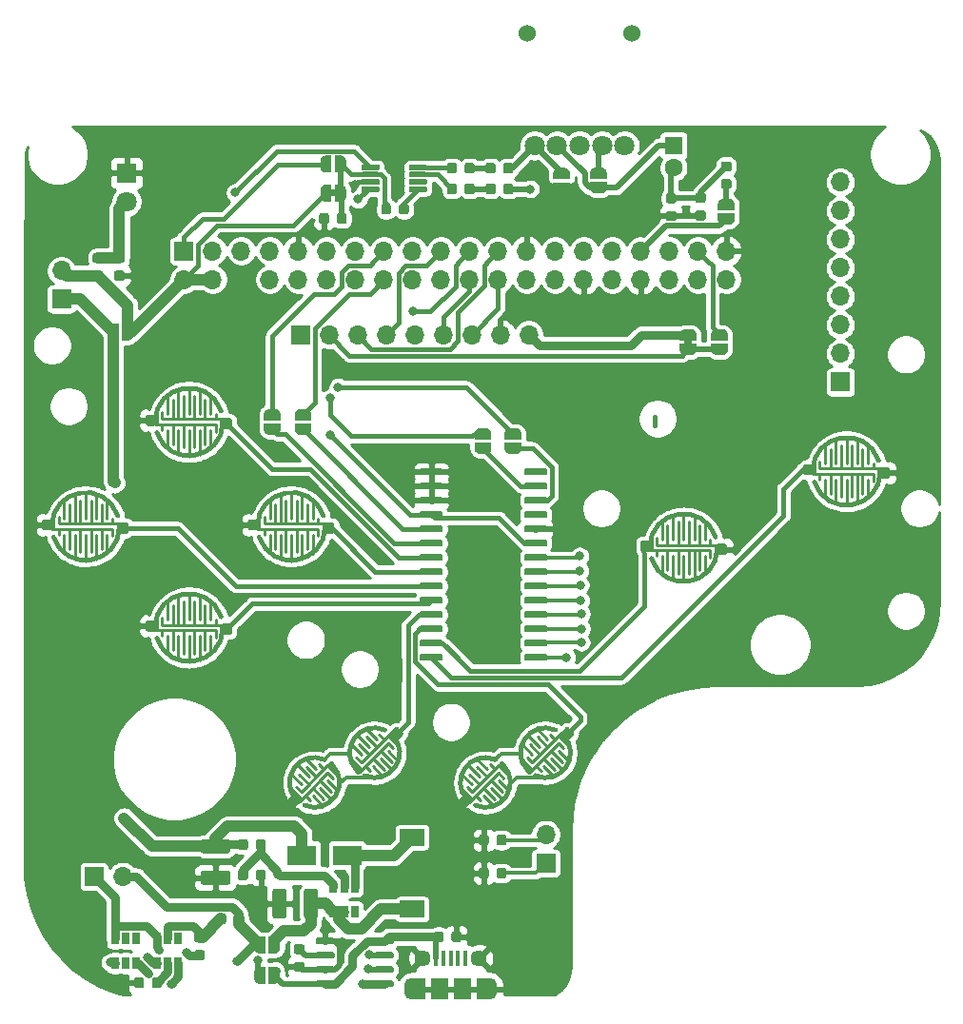
<source format=gbr>
G04 #@! TF.GenerationSoftware,KiCad,Pcbnew,5.1.5*
G04 #@! TF.CreationDate,2020-03-31T00:43:33+02:00*
G04 #@! TF.ProjectId,gameboy-dmg,67616d65-626f-4792-9d64-6d672e6b6963,rev?*
G04 #@! TF.SameCoordinates,Original*
G04 #@! TF.FileFunction,Copper,L1,Top*
G04 #@! TF.FilePolarity,Positive*
%FSLAX46Y46*%
G04 Gerber Fmt 4.6, Leading zero omitted, Abs format (unit mm)*
G04 Created by KiCad (PCBNEW 5.1.5) date 2020-03-31 00:43:33*
%MOMM*%
%LPD*%
G04 APERTURE LIST*
%ADD10C,0.076200*%
%ADD11C,0.381000*%
%ADD12C,0.254000*%
%ADD13C,0.300000*%
%ADD14C,0.150000*%
%ADD15C,0.050800*%
%ADD16R,1.600000X1.600000*%
%ADD17C,1.600000*%
%ADD18R,1.500000X1.900000*%
%ADD19C,1.450000*%
%ADD20R,0.400000X1.350000*%
%ADD21O,1.200000X1.900000*%
%ADD22R,1.200000X1.900000*%
%ADD23R,2.500000X1.800000*%
%ADD24O,1.700000X1.700000*%
%ADD25R,1.700000X1.700000*%
%ADD26R,2.200000X1.500000*%
%ADD27R,0.650000X1.060000*%
%ADD28R,1.800000X1.800000*%
%ADD29C,1.800000*%
%ADD30C,1.524000*%
%ADD31C,0.800000*%
%ADD32C,0.400000*%
%ADD33C,0.500000*%
%ADD34C,0.750000*%
%ADD35C,1.000000*%
G04 APERTURE END LIST*
D10*
X106487369Y-131407263D02*
X106599623Y-131295010D01*
D11*
X106824129Y-131295010D02*
X106711876Y-131407263D01*
X106936382Y-131407263D02*
X106824129Y-131295010D01*
X104466813Y-134999367D02*
G75*
G03X106936382Y-131407263I901298J2025324D01*
G01*
D10*
X104130052Y-134662606D02*
X104242305Y-134550353D01*
D11*
X103905546Y-134662606D02*
X104017799Y-134550353D01*
X103793293Y-134550353D02*
X103905546Y-134662606D01*
X106262862Y-130958249D02*
G75*
G03X103793293Y-134550353I-901298J-2025324D01*
G01*
D12*
X106543496Y-131463390D02*
X107553775Y-132473669D01*
X104522938Y-134157467D02*
X104971951Y-134606479D01*
X106094483Y-135055492D02*
X105196458Y-134157467D01*
X106543496Y-132136909D02*
X106992509Y-132585922D01*
X107441522Y-133708454D02*
X106543496Y-132810428D01*
X106880256Y-134494226D02*
X105869977Y-133483947D01*
X105196458Y-133483947D02*
X106206736Y-134494226D01*
X105869977Y-132810428D02*
X106880256Y-133820707D01*
X104186179Y-134494226D02*
X103288153Y-133596201D01*
X106206736Y-131800149D02*
X105757724Y-131351137D01*
X105533217Y-131800149D02*
X104635192Y-130902124D01*
X105533217Y-132473669D02*
X104635192Y-131575643D01*
X104859698Y-132473669D02*
X103849419Y-131463390D01*
X104859698Y-133147188D02*
X103961672Y-132249162D01*
X104186179Y-133147188D02*
X103288153Y-132249162D01*
X104186179Y-133820707D02*
X103737166Y-133371694D01*
X105869977Y-132810428D02*
X106543496Y-132136909D01*
X105196458Y-133483947D02*
X105869977Y-132810428D01*
X104522938Y-134157467D02*
X105196458Y-133483947D01*
X104186179Y-134494226D02*
X104522938Y-134157467D01*
X104859698Y-133147188D02*
X104186179Y-133820707D01*
X105533217Y-132473669D02*
X104859698Y-133147188D01*
X106206736Y-131800149D02*
X105533217Y-132473669D01*
X106543496Y-131463390D02*
X106206736Y-131800149D01*
X110546458Y-130843947D02*
X111556736Y-131854226D01*
X112791522Y-131068454D02*
X111893496Y-130170428D01*
X111893496Y-128823390D02*
X111556736Y-129160149D01*
X109536179Y-131854226D02*
X108638153Y-130956201D01*
X110546458Y-130843947D02*
X111219977Y-130170428D01*
X110883217Y-129160149D02*
X109985192Y-128262124D01*
X112230256Y-131854226D02*
X111219977Y-130843947D01*
X109536179Y-131180707D02*
X109087166Y-130731694D01*
D11*
X109255546Y-132022606D02*
X109367799Y-131910353D01*
X109143293Y-131910353D02*
X109255546Y-132022606D01*
X111612862Y-128318249D02*
G75*
G03X109143293Y-131910353I-901298J-2025324D01*
G01*
D12*
X110209698Y-129833669D02*
X109199419Y-128823390D01*
X110209698Y-130507188D02*
X109311672Y-129609162D01*
X111893496Y-129496909D02*
X112342509Y-129945922D01*
X111444483Y-132415492D02*
X110546458Y-131517467D01*
X109872938Y-131517467D02*
X110321951Y-131966479D01*
X109536179Y-131854226D02*
X109872938Y-131517467D01*
X110883217Y-129833669D02*
X109985192Y-128935643D01*
D11*
X112286382Y-128767263D02*
X112174129Y-128655010D01*
X109816813Y-132359367D02*
G75*
G03X112286382Y-128767263I901298J2025324D01*
G01*
D10*
X111837369Y-128767263D02*
X111949623Y-128655010D01*
D12*
X111556736Y-129160149D02*
X111107724Y-128711137D01*
X111219977Y-130170428D02*
X112230256Y-131180707D01*
X111893496Y-128823390D02*
X112903775Y-129833669D01*
D11*
X112174129Y-128655010D02*
X112061876Y-128767263D01*
D10*
X109480052Y-132022606D02*
X109592305Y-131910353D01*
D12*
X110883217Y-129833669D02*
X110209698Y-130507188D01*
X111219977Y-130170428D02*
X111893496Y-129496909D01*
X111556736Y-129160149D02*
X110883217Y-129833669D01*
X109872938Y-131517467D02*
X110546458Y-130843947D01*
X109536179Y-130507188D02*
X108638153Y-129609162D01*
X110209698Y-130507188D02*
X109536179Y-131180707D01*
D13*
X106250000Y-130930000D02*
X106790000Y-130390000D01*
X106790000Y-130390000D02*
X108550000Y-130390000D01*
X108160000Y-132520000D02*
X110240000Y-132520000D01*
X107630000Y-133050000D02*
X108170000Y-132510000D01*
D14*
G36*
X107275000Y-80250000D02*
G01*
X106775000Y-80250000D01*
X106775000Y-80850000D01*
X107275000Y-80850000D01*
X107275000Y-80250000D01*
G37*
G36*
X138900000Y-94050000D02*
G01*
X138900000Y-93550000D01*
X138300000Y-93550000D01*
X138300000Y-94050000D01*
X138900000Y-94050000D01*
G37*
D12*
X155081250Y-105538125D02*
X154128750Y-105538125D01*
X154128750Y-105538125D02*
X153176250Y-105538125D01*
X153176250Y-105538125D02*
X152223750Y-105538125D01*
X152223750Y-105538125D02*
X151271250Y-105538125D01*
X151271250Y-105538125D02*
X150318750Y-105538125D01*
X150318750Y-105538125D02*
X149842500Y-105538125D01*
X149842500Y-105538125D02*
X149683750Y-105538125D01*
X155081250Y-105061875D02*
X154128750Y-105061875D01*
X154128750Y-105061875D02*
X153176250Y-105061875D01*
X153176250Y-105061875D02*
X152223750Y-105061875D01*
X152223750Y-105061875D02*
X151271250Y-105061875D01*
X152700000Y-104585625D02*
X152700000Y-102204375D01*
X153176250Y-105061875D02*
X153176250Y-102998125D01*
X153652500Y-104585625D02*
X153652500Y-102363125D01*
X154128750Y-105061875D02*
X154128750Y-103315625D01*
X154605000Y-104585625D02*
X154605000Y-102839375D01*
X155081250Y-105061875D02*
X155081250Y-104585625D01*
X152223750Y-105061875D02*
X152223750Y-102998125D01*
X151747500Y-104585625D02*
X151747500Y-102363125D01*
X151271250Y-105061875D02*
X151271250Y-103315625D01*
X150795000Y-104585625D02*
X150795000Y-102839375D01*
X155081250Y-105061875D02*
X155557500Y-105061875D01*
X155557500Y-105061875D02*
X155716250Y-105061875D01*
X151271250Y-105061875D02*
X150318750Y-105061875D01*
X150318750Y-105061875D02*
X150318750Y-104426875D01*
X149842500Y-105538125D02*
X149842500Y-104426875D01*
X152223750Y-105538125D02*
X152223750Y-107601875D01*
X153176250Y-105538125D02*
X153176250Y-107601875D01*
X152700000Y-108236875D02*
X152700000Y-106014375D01*
X153652500Y-105696875D02*
X153652500Y-108078125D01*
X154128750Y-105538125D02*
X154128750Y-107284375D01*
X154605000Y-106014375D02*
X154605000Y-107601875D01*
X155081250Y-105538125D02*
X155081250Y-106173125D01*
X155557500Y-105061875D02*
X155557500Y-106173125D01*
X151747500Y-106014375D02*
X151747500Y-108078125D01*
X151271250Y-105538125D02*
X151271250Y-107284375D01*
X150795000Y-106014375D02*
X150795000Y-107601875D01*
X150318750Y-105538125D02*
X150318750Y-106014375D01*
D11*
X155557500Y-104347500D02*
G75*
G03X149683750Y-105300000I-2859590J-952839D01*
G01*
X149842500Y-106252500D02*
G75*
G03X155716250Y-105300000I2859590J952839D01*
G01*
D15*
X149585325Y-105566700D02*
X149521825Y-105334925D01*
D10*
X155801975Y-105033300D02*
X155862300Y-105255550D01*
X141301975Y-111833300D02*
X141362300Y-112055550D01*
D15*
X135085325Y-112366700D02*
X135021825Y-112134925D01*
D11*
X135342500Y-113052500D02*
G75*
G03X141216250Y-112100000I2859590J952839D01*
G01*
X141057500Y-111147500D02*
G75*
G03X135183750Y-112100000I-2859590J-952839D01*
G01*
D12*
X135818750Y-112338125D02*
X135818750Y-112814375D01*
X136295000Y-112814375D02*
X136295000Y-114401875D01*
X136771250Y-112338125D02*
X136771250Y-114084375D01*
X137247500Y-112814375D02*
X137247500Y-114878125D01*
X141057500Y-111861875D02*
X141057500Y-112973125D01*
X140581250Y-112338125D02*
X140581250Y-112973125D01*
X140105000Y-112814375D02*
X140105000Y-114401875D01*
X139628750Y-112338125D02*
X139628750Y-114084375D01*
X139152500Y-112496875D02*
X139152500Y-114878125D01*
X138200000Y-115036875D02*
X138200000Y-112814375D01*
X138676250Y-112338125D02*
X138676250Y-114401875D01*
X137723750Y-112338125D02*
X137723750Y-114401875D01*
X135342500Y-112338125D02*
X135342500Y-111226875D01*
X135818750Y-111861875D02*
X135818750Y-111226875D01*
X136771250Y-111861875D02*
X135818750Y-111861875D01*
X141057500Y-111861875D02*
X141216250Y-111861875D01*
X140581250Y-111861875D02*
X141057500Y-111861875D01*
X136295000Y-111385625D02*
X136295000Y-109639375D01*
X136771250Y-111861875D02*
X136771250Y-110115625D01*
X137247500Y-111385625D02*
X137247500Y-109163125D01*
X137723750Y-111861875D02*
X137723750Y-109798125D01*
X140581250Y-111861875D02*
X140581250Y-111385625D01*
X140105000Y-111385625D02*
X140105000Y-109639375D01*
X139628750Y-111861875D02*
X139628750Y-110115625D01*
X139152500Y-111385625D02*
X139152500Y-109163125D01*
X138676250Y-111861875D02*
X138676250Y-109798125D01*
X138200000Y-111385625D02*
X138200000Y-109004375D01*
X137723750Y-111861875D02*
X136771250Y-111861875D01*
X138676250Y-111861875D02*
X137723750Y-111861875D01*
X139628750Y-111861875D02*
X138676250Y-111861875D01*
X140581250Y-111861875D02*
X139628750Y-111861875D01*
X135342500Y-112338125D02*
X135183750Y-112338125D01*
X135818750Y-112338125D02*
X135342500Y-112338125D01*
X136771250Y-112338125D02*
X135818750Y-112338125D01*
X137723750Y-112338125D02*
X136771250Y-112338125D01*
X138676250Y-112338125D02*
X137723750Y-112338125D01*
X139628750Y-112338125D02*
X138676250Y-112338125D01*
X140581250Y-112338125D02*
X139628750Y-112338125D01*
D10*
X91098025Y-119466700D02*
X91037700Y-119244450D01*
D15*
X97314675Y-118933300D02*
X97378175Y-119165075D01*
D11*
X97057500Y-118247500D02*
G75*
G03X91183750Y-119200000I-2859590J-952839D01*
G01*
X91342500Y-120152500D02*
G75*
G03X97216250Y-119200000I2859590J952839D01*
G01*
D12*
X96581250Y-118961875D02*
X96581250Y-118485625D01*
X96105000Y-118485625D02*
X96105000Y-116898125D01*
X95628750Y-118961875D02*
X95628750Y-117215625D01*
X95152500Y-118485625D02*
X95152500Y-116421875D01*
X91342500Y-119438125D02*
X91342500Y-118326875D01*
X91818750Y-118961875D02*
X91818750Y-118326875D01*
X92295000Y-118485625D02*
X92295000Y-116898125D01*
X92771250Y-118961875D02*
X92771250Y-117215625D01*
X93247500Y-118803125D02*
X93247500Y-116421875D01*
X94200000Y-116263125D02*
X94200000Y-118485625D01*
X93723750Y-118961875D02*
X93723750Y-116898125D01*
X94676250Y-118961875D02*
X94676250Y-116898125D01*
X97057500Y-118961875D02*
X97057500Y-120073125D01*
X96581250Y-119438125D02*
X96581250Y-120073125D01*
X95628750Y-119438125D02*
X96581250Y-119438125D01*
X91342500Y-119438125D02*
X91183750Y-119438125D01*
X91818750Y-119438125D02*
X91342500Y-119438125D01*
X96105000Y-119914375D02*
X96105000Y-121660625D01*
X95628750Y-119438125D02*
X95628750Y-121184375D01*
X95152500Y-119914375D02*
X95152500Y-122136875D01*
X94676250Y-119438125D02*
X94676250Y-121501875D01*
X91818750Y-119438125D02*
X91818750Y-119914375D01*
X92295000Y-119914375D02*
X92295000Y-121660625D01*
X92771250Y-119438125D02*
X92771250Y-121184375D01*
X93247500Y-119914375D02*
X93247500Y-122136875D01*
X93723750Y-119438125D02*
X93723750Y-121501875D01*
X94200000Y-119914375D02*
X94200000Y-122295625D01*
X94676250Y-119438125D02*
X95628750Y-119438125D01*
X93723750Y-119438125D02*
X94676250Y-119438125D01*
X92771250Y-119438125D02*
X93723750Y-119438125D01*
X91818750Y-119438125D02*
X92771250Y-119438125D01*
X97057500Y-118961875D02*
X97216250Y-118961875D01*
X96581250Y-118961875D02*
X97057500Y-118961875D01*
X95628750Y-118961875D02*
X96581250Y-118961875D01*
X94676250Y-118961875D02*
X95628750Y-118961875D01*
X93723750Y-118961875D02*
X94676250Y-118961875D01*
X92771250Y-118961875D02*
X93723750Y-118961875D01*
X91818750Y-118961875D02*
X92771250Y-118961875D01*
X82618750Y-109961875D02*
X83571250Y-109961875D01*
X83571250Y-109961875D02*
X84523750Y-109961875D01*
X84523750Y-109961875D02*
X85476250Y-109961875D01*
X85476250Y-109961875D02*
X86428750Y-109961875D01*
X86428750Y-109961875D02*
X87381250Y-109961875D01*
X87381250Y-109961875D02*
X87857500Y-109961875D01*
X87857500Y-109961875D02*
X88016250Y-109961875D01*
X82618750Y-110438125D02*
X83571250Y-110438125D01*
X83571250Y-110438125D02*
X84523750Y-110438125D01*
X84523750Y-110438125D02*
X85476250Y-110438125D01*
X85476250Y-110438125D02*
X86428750Y-110438125D01*
X85000000Y-110914375D02*
X85000000Y-113295625D01*
X84523750Y-110438125D02*
X84523750Y-112501875D01*
X84047500Y-110914375D02*
X84047500Y-113136875D01*
X83571250Y-110438125D02*
X83571250Y-112184375D01*
X83095000Y-110914375D02*
X83095000Y-112660625D01*
X82618750Y-110438125D02*
X82618750Y-110914375D01*
X85476250Y-110438125D02*
X85476250Y-112501875D01*
X85952500Y-110914375D02*
X85952500Y-113136875D01*
X86428750Y-110438125D02*
X86428750Y-112184375D01*
X86905000Y-110914375D02*
X86905000Y-112660625D01*
X82618750Y-110438125D02*
X82142500Y-110438125D01*
X82142500Y-110438125D02*
X81983750Y-110438125D01*
X86428750Y-110438125D02*
X87381250Y-110438125D01*
X87381250Y-110438125D02*
X87381250Y-111073125D01*
X87857500Y-109961875D02*
X87857500Y-111073125D01*
X85476250Y-109961875D02*
X85476250Y-107898125D01*
X84523750Y-109961875D02*
X84523750Y-107898125D01*
X85000000Y-107263125D02*
X85000000Y-109485625D01*
X84047500Y-109803125D02*
X84047500Y-107421875D01*
X83571250Y-109961875D02*
X83571250Y-108215625D01*
X83095000Y-109485625D02*
X83095000Y-107898125D01*
X82618750Y-109961875D02*
X82618750Y-109326875D01*
X82142500Y-110438125D02*
X82142500Y-109326875D01*
X85952500Y-109485625D02*
X85952500Y-107421875D01*
X86428750Y-109961875D02*
X86428750Y-108215625D01*
X86905000Y-109485625D02*
X86905000Y-107898125D01*
X87381250Y-109961875D02*
X87381250Y-109485625D01*
D11*
X82142500Y-111152500D02*
G75*
G03X88016250Y-110200000I2859590J952839D01*
G01*
X87857500Y-109247500D02*
G75*
G03X81983750Y-110200000I-2859590J-952839D01*
G01*
D15*
X88114675Y-109933300D02*
X88178175Y-110165075D01*
D10*
X81898025Y-110466700D02*
X81837700Y-110244450D01*
D12*
X100918750Y-109961875D02*
X101871250Y-109961875D01*
X101871250Y-109961875D02*
X102823750Y-109961875D01*
X102823750Y-109961875D02*
X103776250Y-109961875D01*
X103776250Y-109961875D02*
X104728750Y-109961875D01*
X104728750Y-109961875D02*
X105681250Y-109961875D01*
X105681250Y-109961875D02*
X106157500Y-109961875D01*
X106157500Y-109961875D02*
X106316250Y-109961875D01*
X100918750Y-110438125D02*
X101871250Y-110438125D01*
X101871250Y-110438125D02*
X102823750Y-110438125D01*
X102823750Y-110438125D02*
X103776250Y-110438125D01*
X103776250Y-110438125D02*
X104728750Y-110438125D01*
X103300000Y-110914375D02*
X103300000Y-113295625D01*
X102823750Y-110438125D02*
X102823750Y-112501875D01*
X102347500Y-110914375D02*
X102347500Y-113136875D01*
X101871250Y-110438125D02*
X101871250Y-112184375D01*
X101395000Y-110914375D02*
X101395000Y-112660625D01*
X100918750Y-110438125D02*
X100918750Y-110914375D01*
X103776250Y-110438125D02*
X103776250Y-112501875D01*
X104252500Y-110914375D02*
X104252500Y-113136875D01*
X104728750Y-110438125D02*
X104728750Y-112184375D01*
X105205000Y-110914375D02*
X105205000Y-112660625D01*
X100918750Y-110438125D02*
X100442500Y-110438125D01*
X100442500Y-110438125D02*
X100283750Y-110438125D01*
X104728750Y-110438125D02*
X105681250Y-110438125D01*
X105681250Y-110438125D02*
X105681250Y-111073125D01*
X106157500Y-109961875D02*
X106157500Y-111073125D01*
X103776250Y-109961875D02*
X103776250Y-107898125D01*
X102823750Y-109961875D02*
X102823750Y-107898125D01*
X103300000Y-107263125D02*
X103300000Y-109485625D01*
X102347500Y-109803125D02*
X102347500Y-107421875D01*
X101871250Y-109961875D02*
X101871250Y-108215625D01*
X101395000Y-109485625D02*
X101395000Y-107898125D01*
X100918750Y-109961875D02*
X100918750Y-109326875D01*
X100442500Y-110438125D02*
X100442500Y-109326875D01*
X104252500Y-109485625D02*
X104252500Y-107421875D01*
X104728750Y-109961875D02*
X104728750Y-108215625D01*
X105205000Y-109485625D02*
X105205000Y-107898125D01*
X105681250Y-109961875D02*
X105681250Y-109485625D01*
D11*
X100442500Y-111152500D02*
G75*
G03X106316250Y-110200000I2859590J952839D01*
G01*
X106157500Y-109247500D02*
G75*
G03X100283750Y-110200000I-2859590J-952839D01*
G01*
D15*
X106414675Y-109933300D02*
X106478175Y-110165075D01*
D10*
X100198025Y-110466700D02*
X100137700Y-110244450D01*
D13*
X122830000Y-133050000D02*
X123370000Y-132510000D01*
X123360000Y-132520000D02*
X125440000Y-132520000D01*
X121990000Y-130390000D02*
X123750000Y-130390000D01*
X121450000Y-130930000D02*
X121990000Y-130390000D01*
D12*
X125409698Y-130507188D02*
X124736179Y-131180707D01*
X124736179Y-130507188D02*
X123838153Y-129609162D01*
X125072938Y-131517467D02*
X125746458Y-130843947D01*
X126756736Y-129160149D02*
X126083217Y-129833669D01*
X126419977Y-130170428D02*
X127093496Y-129496909D01*
X126083217Y-129833669D02*
X125409698Y-130507188D01*
D10*
X124680052Y-132022606D02*
X124792305Y-131910353D01*
D11*
X127374129Y-128655010D02*
X127261876Y-128767263D01*
D12*
X127093496Y-128823390D02*
X128103775Y-129833669D01*
X126419977Y-130170428D02*
X127430256Y-131180707D01*
X126756736Y-129160149D02*
X126307724Y-128711137D01*
D10*
X127037369Y-128767263D02*
X127149623Y-128655010D01*
D11*
X125016813Y-132359367D02*
G75*
G03X127486382Y-128767263I901298J2025324D01*
G01*
X127486382Y-128767263D02*
X127374129Y-128655010D01*
D12*
X126083217Y-129833669D02*
X125185192Y-128935643D01*
X124736179Y-131854226D02*
X125072938Y-131517467D01*
X125072938Y-131517467D02*
X125521951Y-131966479D01*
X126644483Y-132415492D02*
X125746458Y-131517467D01*
X127093496Y-129496909D02*
X127542509Y-129945922D01*
X125409698Y-130507188D02*
X124511672Y-129609162D01*
X125409698Y-129833669D02*
X124399419Y-128823390D01*
D11*
X126812862Y-128318249D02*
G75*
G03X124343293Y-131910353I-901298J-2025324D01*
G01*
X124343293Y-131910353D02*
X124455546Y-132022606D01*
X124455546Y-132022606D02*
X124567799Y-131910353D01*
D12*
X124736179Y-131180707D02*
X124287166Y-130731694D01*
X127430256Y-131854226D02*
X126419977Y-130843947D01*
X126083217Y-129160149D02*
X125185192Y-128262124D01*
X125746458Y-130843947D02*
X126419977Y-130170428D01*
X124736179Y-131854226D02*
X123838153Y-130956201D01*
X127093496Y-128823390D02*
X126756736Y-129160149D01*
X127991522Y-131068454D02*
X127093496Y-130170428D01*
X125746458Y-130843947D02*
X126756736Y-131854226D01*
X121743496Y-131463390D02*
X121406736Y-131800149D01*
X121406736Y-131800149D02*
X120733217Y-132473669D01*
X120733217Y-132473669D02*
X120059698Y-133147188D01*
X120059698Y-133147188D02*
X119386179Y-133820707D01*
X119386179Y-134494226D02*
X119722938Y-134157467D01*
X119722938Y-134157467D02*
X120396458Y-133483947D01*
X120396458Y-133483947D02*
X121069977Y-132810428D01*
X121069977Y-132810428D02*
X121743496Y-132136909D01*
X119386179Y-133820707D02*
X118937166Y-133371694D01*
X119386179Y-133147188D02*
X118488153Y-132249162D01*
X120059698Y-133147188D02*
X119161672Y-132249162D01*
X120059698Y-132473669D02*
X119049419Y-131463390D01*
X120733217Y-132473669D02*
X119835192Y-131575643D01*
X120733217Y-131800149D02*
X119835192Y-130902124D01*
X121406736Y-131800149D02*
X120957724Y-131351137D01*
X119386179Y-134494226D02*
X118488153Y-133596201D01*
X121069977Y-132810428D02*
X122080256Y-133820707D01*
X120396458Y-133483947D02*
X121406736Y-134494226D01*
X122080256Y-134494226D02*
X121069977Y-133483947D01*
X122641522Y-133708454D02*
X121743496Y-132810428D01*
X121743496Y-132136909D02*
X122192509Y-132585922D01*
X121294483Y-135055492D02*
X120396458Y-134157467D01*
X119722938Y-134157467D02*
X120171951Y-134606479D01*
X121743496Y-131463390D02*
X122753775Y-132473669D01*
D11*
X121462862Y-130958249D02*
G75*
G03X118993293Y-134550353I-901298J-2025324D01*
G01*
X118993293Y-134550353D02*
X119105546Y-134662606D01*
X119105546Y-134662606D02*
X119217799Y-134550353D01*
D10*
X119330052Y-134662606D02*
X119442305Y-134550353D01*
D11*
X119666813Y-134999367D02*
G75*
G03X122136382Y-131407263I901298J2025324D01*
G01*
X122136382Y-131407263D02*
X122024129Y-131295010D01*
X122024129Y-131295010D02*
X121911876Y-131407263D01*
D10*
X121687369Y-131407263D02*
X121799623Y-131295010D01*
D12*
X91818750Y-100661875D02*
X92771250Y-100661875D01*
X92771250Y-100661875D02*
X93723750Y-100661875D01*
X93723750Y-100661875D02*
X94676250Y-100661875D01*
X94676250Y-100661875D02*
X95628750Y-100661875D01*
X95628750Y-100661875D02*
X96581250Y-100661875D01*
X96581250Y-100661875D02*
X97057500Y-100661875D01*
X97057500Y-100661875D02*
X97216250Y-100661875D01*
X91818750Y-101138125D02*
X92771250Y-101138125D01*
X92771250Y-101138125D02*
X93723750Y-101138125D01*
X93723750Y-101138125D02*
X94676250Y-101138125D01*
X94676250Y-101138125D02*
X95628750Y-101138125D01*
X94200000Y-101614375D02*
X94200000Y-103995625D01*
X93723750Y-101138125D02*
X93723750Y-103201875D01*
X93247500Y-101614375D02*
X93247500Y-103836875D01*
X92771250Y-101138125D02*
X92771250Y-102884375D01*
X92295000Y-101614375D02*
X92295000Y-103360625D01*
X91818750Y-101138125D02*
X91818750Y-101614375D01*
X94676250Y-101138125D02*
X94676250Y-103201875D01*
X95152500Y-101614375D02*
X95152500Y-103836875D01*
X95628750Y-101138125D02*
X95628750Y-102884375D01*
X96105000Y-101614375D02*
X96105000Y-103360625D01*
X91818750Y-101138125D02*
X91342500Y-101138125D01*
X91342500Y-101138125D02*
X91183750Y-101138125D01*
X95628750Y-101138125D02*
X96581250Y-101138125D01*
X96581250Y-101138125D02*
X96581250Y-101773125D01*
X97057500Y-100661875D02*
X97057500Y-101773125D01*
X94676250Y-100661875D02*
X94676250Y-98598125D01*
X93723750Y-100661875D02*
X93723750Y-98598125D01*
X94200000Y-97963125D02*
X94200000Y-100185625D01*
X93247500Y-100503125D02*
X93247500Y-98121875D01*
X92771250Y-100661875D02*
X92771250Y-98915625D01*
X92295000Y-100185625D02*
X92295000Y-98598125D01*
X91818750Y-100661875D02*
X91818750Y-100026875D01*
X91342500Y-101138125D02*
X91342500Y-100026875D01*
X95152500Y-100185625D02*
X95152500Y-98121875D01*
X95628750Y-100661875D02*
X95628750Y-98915625D01*
X96105000Y-100185625D02*
X96105000Y-98598125D01*
X96581250Y-100661875D02*
X96581250Y-100185625D01*
D11*
X91342500Y-101852500D02*
G75*
G03X97216250Y-100900000I2859590J952839D01*
G01*
X97057500Y-99947500D02*
G75*
G03X91183750Y-100900000I-2859590J-952839D01*
G01*
D15*
X97314675Y-100633300D02*
X97378175Y-100865075D01*
D10*
X91098025Y-101166700D02*
X91037700Y-100944450D01*
G04 #@! TA.AperFunction,SMDPad,CuDef*
D14*
G36*
X88277691Y-87451053D02*
G01*
X88298926Y-87454203D01*
X88319750Y-87459419D01*
X88339962Y-87466651D01*
X88359368Y-87475830D01*
X88377781Y-87486866D01*
X88395024Y-87499654D01*
X88410930Y-87514070D01*
X88425346Y-87529976D01*
X88438134Y-87547219D01*
X88449170Y-87565632D01*
X88458349Y-87585038D01*
X88465581Y-87605250D01*
X88470797Y-87626074D01*
X88473947Y-87647309D01*
X88475000Y-87668750D01*
X88475000Y-88106250D01*
X88473947Y-88127691D01*
X88470797Y-88148926D01*
X88465581Y-88169750D01*
X88458349Y-88189962D01*
X88449170Y-88209368D01*
X88438134Y-88227781D01*
X88425346Y-88245024D01*
X88410930Y-88260930D01*
X88395024Y-88275346D01*
X88377781Y-88288134D01*
X88359368Y-88299170D01*
X88339962Y-88308349D01*
X88319750Y-88315581D01*
X88298926Y-88320797D01*
X88277691Y-88323947D01*
X88256250Y-88325000D01*
X87743750Y-88325000D01*
X87722309Y-88323947D01*
X87701074Y-88320797D01*
X87680250Y-88315581D01*
X87660038Y-88308349D01*
X87640632Y-88299170D01*
X87622219Y-88288134D01*
X87604976Y-88275346D01*
X87589070Y-88260930D01*
X87574654Y-88245024D01*
X87561866Y-88227781D01*
X87550830Y-88209368D01*
X87541651Y-88189962D01*
X87534419Y-88169750D01*
X87529203Y-88148926D01*
X87526053Y-88127691D01*
X87525000Y-88106250D01*
X87525000Y-87668750D01*
X87526053Y-87647309D01*
X87529203Y-87626074D01*
X87534419Y-87605250D01*
X87541651Y-87585038D01*
X87550830Y-87565632D01*
X87561866Y-87547219D01*
X87574654Y-87529976D01*
X87589070Y-87514070D01*
X87604976Y-87499654D01*
X87622219Y-87486866D01*
X87640632Y-87475830D01*
X87660038Y-87466651D01*
X87680250Y-87459419D01*
X87701074Y-87454203D01*
X87722309Y-87451053D01*
X87743750Y-87450000D01*
X88256250Y-87450000D01*
X88277691Y-87451053D01*
G37*
G04 #@! TD.AperFunction*
G04 #@! TA.AperFunction,SMDPad,CuDef*
G36*
X88277691Y-85876053D02*
G01*
X88298926Y-85879203D01*
X88319750Y-85884419D01*
X88339962Y-85891651D01*
X88359368Y-85900830D01*
X88377781Y-85911866D01*
X88395024Y-85924654D01*
X88410930Y-85939070D01*
X88425346Y-85954976D01*
X88438134Y-85972219D01*
X88449170Y-85990632D01*
X88458349Y-86010038D01*
X88465581Y-86030250D01*
X88470797Y-86051074D01*
X88473947Y-86072309D01*
X88475000Y-86093750D01*
X88475000Y-86531250D01*
X88473947Y-86552691D01*
X88470797Y-86573926D01*
X88465581Y-86594750D01*
X88458349Y-86614962D01*
X88449170Y-86634368D01*
X88438134Y-86652781D01*
X88425346Y-86670024D01*
X88410930Y-86685930D01*
X88395024Y-86700346D01*
X88377781Y-86713134D01*
X88359368Y-86724170D01*
X88339962Y-86733349D01*
X88319750Y-86740581D01*
X88298926Y-86745797D01*
X88277691Y-86748947D01*
X88256250Y-86750000D01*
X87743750Y-86750000D01*
X87722309Y-86748947D01*
X87701074Y-86745797D01*
X87680250Y-86740581D01*
X87660038Y-86733349D01*
X87640632Y-86724170D01*
X87622219Y-86713134D01*
X87604976Y-86700346D01*
X87589070Y-86685930D01*
X87574654Y-86670024D01*
X87561866Y-86652781D01*
X87550830Y-86634368D01*
X87541651Y-86614962D01*
X87534419Y-86594750D01*
X87529203Y-86573926D01*
X87526053Y-86552691D01*
X87525000Y-86531250D01*
X87525000Y-86093750D01*
X87526053Y-86072309D01*
X87529203Y-86051074D01*
X87534419Y-86030250D01*
X87541651Y-86010038D01*
X87550830Y-85990632D01*
X87561866Y-85972219D01*
X87574654Y-85954976D01*
X87589070Y-85939070D01*
X87604976Y-85924654D01*
X87622219Y-85911866D01*
X87640632Y-85900830D01*
X87660038Y-85891651D01*
X87680250Y-85884419D01*
X87701074Y-85879203D01*
X87722309Y-85876053D01*
X87743750Y-85875000D01*
X88256250Y-85875000D01*
X88277691Y-85876053D01*
G37*
G04 #@! TD.AperFunction*
D16*
X137300000Y-76300000D03*
D17*
X137300000Y-78300000D03*
G04 #@! TA.AperFunction,SMDPad,CuDef*
D14*
G36*
X97649504Y-140826204D02*
G01*
X97673773Y-140829804D01*
X97697571Y-140835765D01*
X97720671Y-140844030D01*
X97742849Y-140854520D01*
X97763893Y-140867133D01*
X97783598Y-140881747D01*
X97801777Y-140898223D01*
X97818253Y-140916402D01*
X97832867Y-140936107D01*
X97845480Y-140957151D01*
X97855970Y-140979329D01*
X97864235Y-141002429D01*
X97870196Y-141026227D01*
X97873796Y-141050496D01*
X97875000Y-141075000D01*
X97875000Y-141825000D01*
X97873796Y-141849504D01*
X97870196Y-141873773D01*
X97864235Y-141897571D01*
X97855970Y-141920671D01*
X97845480Y-141942849D01*
X97832867Y-141963893D01*
X97818253Y-141983598D01*
X97801777Y-142001777D01*
X97783598Y-142018253D01*
X97763893Y-142032867D01*
X97742849Y-142045480D01*
X97720671Y-142055970D01*
X97697571Y-142064235D01*
X97673773Y-142070196D01*
X97649504Y-142073796D01*
X97625000Y-142075000D01*
X95475000Y-142075000D01*
X95450496Y-142073796D01*
X95426227Y-142070196D01*
X95402429Y-142064235D01*
X95379329Y-142055970D01*
X95357151Y-142045480D01*
X95336107Y-142032867D01*
X95316402Y-142018253D01*
X95298223Y-142001777D01*
X95281747Y-141983598D01*
X95267133Y-141963893D01*
X95254520Y-141942849D01*
X95244030Y-141920671D01*
X95235765Y-141897571D01*
X95229804Y-141873773D01*
X95226204Y-141849504D01*
X95225000Y-141825000D01*
X95225000Y-141075000D01*
X95226204Y-141050496D01*
X95229804Y-141026227D01*
X95235765Y-141002429D01*
X95244030Y-140979329D01*
X95254520Y-140957151D01*
X95267133Y-140936107D01*
X95281747Y-140916402D01*
X95298223Y-140898223D01*
X95316402Y-140881747D01*
X95336107Y-140867133D01*
X95357151Y-140854520D01*
X95379329Y-140844030D01*
X95402429Y-140835765D01*
X95426227Y-140829804D01*
X95450496Y-140826204D01*
X95475000Y-140825000D01*
X97625000Y-140825000D01*
X97649504Y-140826204D01*
G37*
G04 #@! TD.AperFunction*
G04 #@! TA.AperFunction,SMDPad,CuDef*
G36*
X97649504Y-138026204D02*
G01*
X97673773Y-138029804D01*
X97697571Y-138035765D01*
X97720671Y-138044030D01*
X97742849Y-138054520D01*
X97763893Y-138067133D01*
X97783598Y-138081747D01*
X97801777Y-138098223D01*
X97818253Y-138116402D01*
X97832867Y-138136107D01*
X97845480Y-138157151D01*
X97855970Y-138179329D01*
X97864235Y-138202429D01*
X97870196Y-138226227D01*
X97873796Y-138250496D01*
X97875000Y-138275000D01*
X97875000Y-139025000D01*
X97873796Y-139049504D01*
X97870196Y-139073773D01*
X97864235Y-139097571D01*
X97855970Y-139120671D01*
X97845480Y-139142849D01*
X97832867Y-139163893D01*
X97818253Y-139183598D01*
X97801777Y-139201777D01*
X97783598Y-139218253D01*
X97763893Y-139232867D01*
X97742849Y-139245480D01*
X97720671Y-139255970D01*
X97697571Y-139264235D01*
X97673773Y-139270196D01*
X97649504Y-139273796D01*
X97625000Y-139275000D01*
X95475000Y-139275000D01*
X95450496Y-139273796D01*
X95426227Y-139270196D01*
X95402429Y-139264235D01*
X95379329Y-139255970D01*
X95357151Y-139245480D01*
X95336107Y-139232867D01*
X95316402Y-139218253D01*
X95298223Y-139201777D01*
X95281747Y-139183598D01*
X95267133Y-139163893D01*
X95254520Y-139142849D01*
X95244030Y-139120671D01*
X95235765Y-139097571D01*
X95229804Y-139073773D01*
X95226204Y-139049504D01*
X95225000Y-139025000D01*
X95225000Y-138275000D01*
X95226204Y-138250496D01*
X95229804Y-138226227D01*
X95235765Y-138202429D01*
X95244030Y-138179329D01*
X95254520Y-138157151D01*
X95267133Y-138136107D01*
X95281747Y-138116402D01*
X95298223Y-138098223D01*
X95316402Y-138081747D01*
X95336107Y-138067133D01*
X95357151Y-138054520D01*
X95379329Y-138044030D01*
X95402429Y-138035765D01*
X95426227Y-138029804D01*
X95450496Y-138026204D01*
X95475000Y-138025000D01*
X97625000Y-138025000D01*
X97649504Y-138026204D01*
G37*
G04 #@! TD.AperFunction*
G04 #@! TA.AperFunction,SMDPad,CuDef*
G36*
X118227691Y-146226053D02*
G01*
X118248926Y-146229203D01*
X118269750Y-146234419D01*
X118289962Y-146241651D01*
X118309368Y-146250830D01*
X118327781Y-146261866D01*
X118345024Y-146274654D01*
X118360930Y-146289070D01*
X118375346Y-146304976D01*
X118388134Y-146322219D01*
X118399170Y-146340632D01*
X118408349Y-146360038D01*
X118415581Y-146380250D01*
X118420797Y-146401074D01*
X118423947Y-146422309D01*
X118425000Y-146443750D01*
X118425000Y-146956250D01*
X118423947Y-146977691D01*
X118420797Y-146998926D01*
X118415581Y-147019750D01*
X118408349Y-147039962D01*
X118399170Y-147059368D01*
X118388134Y-147077781D01*
X118375346Y-147095024D01*
X118360930Y-147110930D01*
X118345024Y-147125346D01*
X118327781Y-147138134D01*
X118309368Y-147149170D01*
X118289962Y-147158349D01*
X118269750Y-147165581D01*
X118248926Y-147170797D01*
X118227691Y-147173947D01*
X118206250Y-147175000D01*
X117768750Y-147175000D01*
X117747309Y-147173947D01*
X117726074Y-147170797D01*
X117705250Y-147165581D01*
X117685038Y-147158349D01*
X117665632Y-147149170D01*
X117647219Y-147138134D01*
X117629976Y-147125346D01*
X117614070Y-147110930D01*
X117599654Y-147095024D01*
X117586866Y-147077781D01*
X117575830Y-147059368D01*
X117566651Y-147039962D01*
X117559419Y-147019750D01*
X117554203Y-146998926D01*
X117551053Y-146977691D01*
X117550000Y-146956250D01*
X117550000Y-146443750D01*
X117551053Y-146422309D01*
X117554203Y-146401074D01*
X117559419Y-146380250D01*
X117566651Y-146360038D01*
X117575830Y-146340632D01*
X117586866Y-146322219D01*
X117599654Y-146304976D01*
X117614070Y-146289070D01*
X117629976Y-146274654D01*
X117647219Y-146261866D01*
X117665632Y-146250830D01*
X117685038Y-146241651D01*
X117705250Y-146234419D01*
X117726074Y-146229203D01*
X117747309Y-146226053D01*
X117768750Y-146225000D01*
X118206250Y-146225000D01*
X118227691Y-146226053D01*
G37*
G04 #@! TD.AperFunction*
G04 #@! TA.AperFunction,SMDPad,CuDef*
G36*
X116652691Y-146226053D02*
G01*
X116673926Y-146229203D01*
X116694750Y-146234419D01*
X116714962Y-146241651D01*
X116734368Y-146250830D01*
X116752781Y-146261866D01*
X116770024Y-146274654D01*
X116785930Y-146289070D01*
X116800346Y-146304976D01*
X116813134Y-146322219D01*
X116824170Y-146340632D01*
X116833349Y-146360038D01*
X116840581Y-146380250D01*
X116845797Y-146401074D01*
X116848947Y-146422309D01*
X116850000Y-146443750D01*
X116850000Y-146956250D01*
X116848947Y-146977691D01*
X116845797Y-146998926D01*
X116840581Y-147019750D01*
X116833349Y-147039962D01*
X116824170Y-147059368D01*
X116813134Y-147077781D01*
X116800346Y-147095024D01*
X116785930Y-147110930D01*
X116770024Y-147125346D01*
X116752781Y-147138134D01*
X116734368Y-147149170D01*
X116714962Y-147158349D01*
X116694750Y-147165581D01*
X116673926Y-147170797D01*
X116652691Y-147173947D01*
X116631250Y-147175000D01*
X116193750Y-147175000D01*
X116172309Y-147173947D01*
X116151074Y-147170797D01*
X116130250Y-147165581D01*
X116110038Y-147158349D01*
X116090632Y-147149170D01*
X116072219Y-147138134D01*
X116054976Y-147125346D01*
X116039070Y-147110930D01*
X116024654Y-147095024D01*
X116011866Y-147077781D01*
X116000830Y-147059368D01*
X115991651Y-147039962D01*
X115984419Y-147019750D01*
X115979203Y-146998926D01*
X115976053Y-146977691D01*
X115975000Y-146956250D01*
X115975000Y-146443750D01*
X115976053Y-146422309D01*
X115979203Y-146401074D01*
X115984419Y-146380250D01*
X115991651Y-146360038D01*
X116000830Y-146340632D01*
X116011866Y-146322219D01*
X116024654Y-146304976D01*
X116039070Y-146289070D01*
X116054976Y-146274654D01*
X116072219Y-146261866D01*
X116090632Y-146250830D01*
X116110038Y-146241651D01*
X116130250Y-146234419D01*
X116151074Y-146229203D01*
X116172309Y-146226053D01*
X116193750Y-146225000D01*
X116631250Y-146225000D01*
X116652691Y-146226053D01*
G37*
G04 #@! TD.AperFunction*
G04 #@! TA.AperFunction,SMDPad,CuDef*
G36*
X103514504Y-134047651D02*
G01*
X103538773Y-134051251D01*
X103562571Y-134057212D01*
X103585671Y-134065477D01*
X103607849Y-134075967D01*
X103628893Y-134088580D01*
X103648598Y-134103194D01*
X103666777Y-134119670D01*
X104020330Y-134473223D01*
X104036806Y-134491402D01*
X104051420Y-134511107D01*
X104064033Y-134532151D01*
X104074523Y-134554329D01*
X104082788Y-134577429D01*
X104088749Y-134601227D01*
X104092349Y-134625496D01*
X104093553Y-134650000D01*
X104092349Y-134674504D01*
X104088749Y-134698773D01*
X104082788Y-134722571D01*
X104074523Y-134745671D01*
X104064033Y-134767849D01*
X104051420Y-134788893D01*
X104036806Y-134808598D01*
X104020330Y-134826777D01*
X103666777Y-135180330D01*
X103648598Y-135196806D01*
X103628893Y-135211420D01*
X103607849Y-135224033D01*
X103585671Y-135234523D01*
X103562571Y-135242788D01*
X103538773Y-135248749D01*
X103514504Y-135252349D01*
X103490000Y-135253553D01*
X103465496Y-135252349D01*
X103441227Y-135248749D01*
X103417429Y-135242788D01*
X103394329Y-135234523D01*
X103372151Y-135224033D01*
X103351107Y-135211420D01*
X103331402Y-135196806D01*
X103313223Y-135180330D01*
X102959670Y-134826777D01*
X102943194Y-134808598D01*
X102928580Y-134788893D01*
X102915967Y-134767849D01*
X102905477Y-134745671D01*
X102897212Y-134722571D01*
X102891251Y-134698773D01*
X102887651Y-134674504D01*
X102886447Y-134650000D01*
X102887651Y-134625496D01*
X102891251Y-134601227D01*
X102897212Y-134577429D01*
X102905477Y-134554329D01*
X102915967Y-134532151D01*
X102928580Y-134511107D01*
X102943194Y-134491402D01*
X102959670Y-134473223D01*
X103313223Y-134119670D01*
X103331402Y-134103194D01*
X103351107Y-134088580D01*
X103372151Y-134075967D01*
X103394329Y-134065477D01*
X103417429Y-134057212D01*
X103441227Y-134051251D01*
X103465496Y-134047651D01*
X103490000Y-134046447D01*
X103514504Y-134047651D01*
G37*
G04 #@! TD.AperFunction*
G04 #@! TA.AperFunction,SMDPad,CuDef*
G36*
X112684504Y-128027651D02*
G01*
X112708773Y-128031251D01*
X112732571Y-128037212D01*
X112755671Y-128045477D01*
X112777849Y-128055967D01*
X112798893Y-128068580D01*
X112818598Y-128083194D01*
X112836777Y-128099670D01*
X113190330Y-128453223D01*
X113206806Y-128471402D01*
X113221420Y-128491107D01*
X113234033Y-128512151D01*
X113244523Y-128534329D01*
X113252788Y-128557429D01*
X113258749Y-128581227D01*
X113262349Y-128605496D01*
X113263553Y-128630000D01*
X113262349Y-128654504D01*
X113258749Y-128678773D01*
X113252788Y-128702571D01*
X113244523Y-128725671D01*
X113234033Y-128747849D01*
X113221420Y-128768893D01*
X113206806Y-128788598D01*
X113190330Y-128806777D01*
X112836777Y-129160330D01*
X112818598Y-129176806D01*
X112798893Y-129191420D01*
X112777849Y-129204033D01*
X112755671Y-129214523D01*
X112732571Y-129222788D01*
X112708773Y-129228749D01*
X112684504Y-129232349D01*
X112660000Y-129233553D01*
X112635496Y-129232349D01*
X112611227Y-129228749D01*
X112587429Y-129222788D01*
X112564329Y-129214523D01*
X112542151Y-129204033D01*
X112521107Y-129191420D01*
X112501402Y-129176806D01*
X112483223Y-129160330D01*
X112129670Y-128806777D01*
X112113194Y-128788598D01*
X112098580Y-128768893D01*
X112085967Y-128747849D01*
X112075477Y-128725671D01*
X112067212Y-128702571D01*
X112061251Y-128678773D01*
X112057651Y-128654504D01*
X112056447Y-128630000D01*
X112057651Y-128605496D01*
X112061251Y-128581227D01*
X112067212Y-128557429D01*
X112075477Y-128534329D01*
X112085967Y-128512151D01*
X112098580Y-128491107D01*
X112113194Y-128471402D01*
X112129670Y-128453223D01*
X112483223Y-128099670D01*
X112501402Y-128083194D01*
X112521107Y-128068580D01*
X112542151Y-128055967D01*
X112564329Y-128045477D01*
X112587429Y-128037212D01*
X112611227Y-128031251D01*
X112635496Y-128027651D01*
X112660000Y-128026447D01*
X112684504Y-128027651D01*
G37*
G04 #@! TD.AperFunction*
G04 #@! TA.AperFunction,SMDPad,CuDef*
G36*
X107675000Y-79800602D02*
G01*
X107699534Y-79800602D01*
X107748365Y-79805412D01*
X107796490Y-79814984D01*
X107843445Y-79829228D01*
X107888778Y-79848005D01*
X107932051Y-79871136D01*
X107972850Y-79898396D01*
X108010779Y-79929524D01*
X108045476Y-79964221D01*
X108076604Y-80002150D01*
X108103864Y-80042949D01*
X108126995Y-80086222D01*
X108145772Y-80131555D01*
X108160016Y-80178510D01*
X108169588Y-80226635D01*
X108174398Y-80275466D01*
X108174398Y-80300000D01*
X108175000Y-80300000D01*
X108175000Y-80800000D01*
X108174398Y-80800000D01*
X108174398Y-80824534D01*
X108169588Y-80873365D01*
X108160016Y-80921490D01*
X108145772Y-80968445D01*
X108126995Y-81013778D01*
X108103864Y-81057051D01*
X108076604Y-81097850D01*
X108045476Y-81135779D01*
X108010779Y-81170476D01*
X107972850Y-81201604D01*
X107932051Y-81228864D01*
X107888778Y-81251995D01*
X107843445Y-81270772D01*
X107796490Y-81285016D01*
X107748365Y-81294588D01*
X107699534Y-81299398D01*
X107675000Y-81299398D01*
X107675000Y-81300000D01*
X107175000Y-81300000D01*
X107175000Y-79800000D01*
X107675000Y-79800000D01*
X107675000Y-79800602D01*
G37*
G04 #@! TD.AperFunction*
G04 #@! TA.AperFunction,SMDPad,CuDef*
G36*
X106875000Y-81300000D02*
G01*
X106375000Y-81300000D01*
X106375000Y-81299398D01*
X106350466Y-81299398D01*
X106301635Y-81294588D01*
X106253510Y-81285016D01*
X106206555Y-81270772D01*
X106161222Y-81251995D01*
X106117949Y-81228864D01*
X106077150Y-81201604D01*
X106039221Y-81170476D01*
X106004524Y-81135779D01*
X105973396Y-81097850D01*
X105946136Y-81057051D01*
X105923005Y-81013778D01*
X105904228Y-80968445D01*
X105889984Y-80921490D01*
X105880412Y-80873365D01*
X105875602Y-80824534D01*
X105875602Y-80800000D01*
X105875000Y-80800000D01*
X105875000Y-80300000D01*
X105875602Y-80300000D01*
X105875602Y-80275466D01*
X105880412Y-80226635D01*
X105889984Y-80178510D01*
X105904228Y-80131555D01*
X105923005Y-80086222D01*
X105946136Y-80042949D01*
X105973396Y-80002150D01*
X106004524Y-79964221D01*
X106039221Y-79929524D01*
X106077150Y-79898396D01*
X106117949Y-79871136D01*
X106161222Y-79848005D01*
X106206555Y-79829228D01*
X106253510Y-79814984D01*
X106301635Y-79805412D01*
X106350466Y-79800602D01*
X106375000Y-79800602D01*
X106375000Y-79800000D01*
X106875000Y-79800000D01*
X106875000Y-81300000D01*
G37*
G04 #@! TD.AperFunction*
G04 #@! TA.AperFunction,SMDPad,CuDef*
G36*
X115262252Y-79950602D02*
G01*
X115274386Y-79952402D01*
X115286286Y-79955382D01*
X115297835Y-79959515D01*
X115308925Y-79964760D01*
X115319446Y-79971066D01*
X115329299Y-79978374D01*
X115338388Y-79986612D01*
X115346626Y-79995701D01*
X115353934Y-80005554D01*
X115360240Y-80016075D01*
X115365485Y-80027165D01*
X115369618Y-80038714D01*
X115372598Y-80050614D01*
X115374398Y-80062748D01*
X115375000Y-80075000D01*
X115375000Y-80325000D01*
X115374398Y-80337252D01*
X115372598Y-80349386D01*
X115369618Y-80361286D01*
X115365485Y-80372835D01*
X115360240Y-80383925D01*
X115353934Y-80394446D01*
X115346626Y-80404299D01*
X115338388Y-80413388D01*
X115329299Y-80421626D01*
X115319446Y-80428934D01*
X115308925Y-80435240D01*
X115297835Y-80440485D01*
X115286286Y-80444618D01*
X115274386Y-80447598D01*
X115262252Y-80449398D01*
X115250000Y-80450000D01*
X113875000Y-80450000D01*
X113862748Y-80449398D01*
X113850614Y-80447598D01*
X113838714Y-80444618D01*
X113827165Y-80440485D01*
X113816075Y-80435240D01*
X113805554Y-80428934D01*
X113795701Y-80421626D01*
X113786612Y-80413388D01*
X113778374Y-80404299D01*
X113771066Y-80394446D01*
X113764760Y-80383925D01*
X113759515Y-80372835D01*
X113755382Y-80361286D01*
X113752402Y-80349386D01*
X113750602Y-80337252D01*
X113750000Y-80325000D01*
X113750000Y-80075000D01*
X113750602Y-80062748D01*
X113752402Y-80050614D01*
X113755382Y-80038714D01*
X113759515Y-80027165D01*
X113764760Y-80016075D01*
X113771066Y-80005554D01*
X113778374Y-79995701D01*
X113786612Y-79986612D01*
X113795701Y-79978374D01*
X113805554Y-79971066D01*
X113816075Y-79964760D01*
X113827165Y-79959515D01*
X113838714Y-79955382D01*
X113850614Y-79952402D01*
X113862748Y-79950602D01*
X113875000Y-79950000D01*
X115250000Y-79950000D01*
X115262252Y-79950602D01*
G37*
G04 #@! TD.AperFunction*
G04 #@! TA.AperFunction,SMDPad,CuDef*
G36*
X115262252Y-79300602D02*
G01*
X115274386Y-79302402D01*
X115286286Y-79305382D01*
X115297835Y-79309515D01*
X115308925Y-79314760D01*
X115319446Y-79321066D01*
X115329299Y-79328374D01*
X115338388Y-79336612D01*
X115346626Y-79345701D01*
X115353934Y-79355554D01*
X115360240Y-79366075D01*
X115365485Y-79377165D01*
X115369618Y-79388714D01*
X115372598Y-79400614D01*
X115374398Y-79412748D01*
X115375000Y-79425000D01*
X115375000Y-79675000D01*
X115374398Y-79687252D01*
X115372598Y-79699386D01*
X115369618Y-79711286D01*
X115365485Y-79722835D01*
X115360240Y-79733925D01*
X115353934Y-79744446D01*
X115346626Y-79754299D01*
X115338388Y-79763388D01*
X115329299Y-79771626D01*
X115319446Y-79778934D01*
X115308925Y-79785240D01*
X115297835Y-79790485D01*
X115286286Y-79794618D01*
X115274386Y-79797598D01*
X115262252Y-79799398D01*
X115250000Y-79800000D01*
X113875000Y-79800000D01*
X113862748Y-79799398D01*
X113850614Y-79797598D01*
X113838714Y-79794618D01*
X113827165Y-79790485D01*
X113816075Y-79785240D01*
X113805554Y-79778934D01*
X113795701Y-79771626D01*
X113786612Y-79763388D01*
X113778374Y-79754299D01*
X113771066Y-79744446D01*
X113764760Y-79733925D01*
X113759515Y-79722835D01*
X113755382Y-79711286D01*
X113752402Y-79699386D01*
X113750602Y-79687252D01*
X113750000Y-79675000D01*
X113750000Y-79425000D01*
X113750602Y-79412748D01*
X113752402Y-79400614D01*
X113755382Y-79388714D01*
X113759515Y-79377165D01*
X113764760Y-79366075D01*
X113771066Y-79355554D01*
X113778374Y-79345701D01*
X113786612Y-79336612D01*
X113795701Y-79328374D01*
X113805554Y-79321066D01*
X113816075Y-79314760D01*
X113827165Y-79309515D01*
X113838714Y-79305382D01*
X113850614Y-79302402D01*
X113862748Y-79300602D01*
X113875000Y-79300000D01*
X115250000Y-79300000D01*
X115262252Y-79300602D01*
G37*
G04 #@! TD.AperFunction*
G04 #@! TA.AperFunction,SMDPad,CuDef*
G36*
X115262252Y-78650602D02*
G01*
X115274386Y-78652402D01*
X115286286Y-78655382D01*
X115297835Y-78659515D01*
X115308925Y-78664760D01*
X115319446Y-78671066D01*
X115329299Y-78678374D01*
X115338388Y-78686612D01*
X115346626Y-78695701D01*
X115353934Y-78705554D01*
X115360240Y-78716075D01*
X115365485Y-78727165D01*
X115369618Y-78738714D01*
X115372598Y-78750614D01*
X115374398Y-78762748D01*
X115375000Y-78775000D01*
X115375000Y-79025000D01*
X115374398Y-79037252D01*
X115372598Y-79049386D01*
X115369618Y-79061286D01*
X115365485Y-79072835D01*
X115360240Y-79083925D01*
X115353934Y-79094446D01*
X115346626Y-79104299D01*
X115338388Y-79113388D01*
X115329299Y-79121626D01*
X115319446Y-79128934D01*
X115308925Y-79135240D01*
X115297835Y-79140485D01*
X115286286Y-79144618D01*
X115274386Y-79147598D01*
X115262252Y-79149398D01*
X115250000Y-79150000D01*
X113875000Y-79150000D01*
X113862748Y-79149398D01*
X113850614Y-79147598D01*
X113838714Y-79144618D01*
X113827165Y-79140485D01*
X113816075Y-79135240D01*
X113805554Y-79128934D01*
X113795701Y-79121626D01*
X113786612Y-79113388D01*
X113778374Y-79104299D01*
X113771066Y-79094446D01*
X113764760Y-79083925D01*
X113759515Y-79072835D01*
X113755382Y-79061286D01*
X113752402Y-79049386D01*
X113750602Y-79037252D01*
X113750000Y-79025000D01*
X113750000Y-78775000D01*
X113750602Y-78762748D01*
X113752402Y-78750614D01*
X113755382Y-78738714D01*
X113759515Y-78727165D01*
X113764760Y-78716075D01*
X113771066Y-78705554D01*
X113778374Y-78695701D01*
X113786612Y-78686612D01*
X113795701Y-78678374D01*
X113805554Y-78671066D01*
X113816075Y-78664760D01*
X113827165Y-78659515D01*
X113838714Y-78655382D01*
X113850614Y-78652402D01*
X113862748Y-78650602D01*
X113875000Y-78650000D01*
X115250000Y-78650000D01*
X115262252Y-78650602D01*
G37*
G04 #@! TD.AperFunction*
G04 #@! TA.AperFunction,SMDPad,CuDef*
G36*
X115262252Y-78000602D02*
G01*
X115274386Y-78002402D01*
X115286286Y-78005382D01*
X115297835Y-78009515D01*
X115308925Y-78014760D01*
X115319446Y-78021066D01*
X115329299Y-78028374D01*
X115338388Y-78036612D01*
X115346626Y-78045701D01*
X115353934Y-78055554D01*
X115360240Y-78066075D01*
X115365485Y-78077165D01*
X115369618Y-78088714D01*
X115372598Y-78100614D01*
X115374398Y-78112748D01*
X115375000Y-78125000D01*
X115375000Y-78375000D01*
X115374398Y-78387252D01*
X115372598Y-78399386D01*
X115369618Y-78411286D01*
X115365485Y-78422835D01*
X115360240Y-78433925D01*
X115353934Y-78444446D01*
X115346626Y-78454299D01*
X115338388Y-78463388D01*
X115329299Y-78471626D01*
X115319446Y-78478934D01*
X115308925Y-78485240D01*
X115297835Y-78490485D01*
X115286286Y-78494618D01*
X115274386Y-78497598D01*
X115262252Y-78499398D01*
X115250000Y-78500000D01*
X113875000Y-78500000D01*
X113862748Y-78499398D01*
X113850614Y-78497598D01*
X113838714Y-78494618D01*
X113827165Y-78490485D01*
X113816075Y-78485240D01*
X113805554Y-78478934D01*
X113795701Y-78471626D01*
X113786612Y-78463388D01*
X113778374Y-78454299D01*
X113771066Y-78444446D01*
X113764760Y-78433925D01*
X113759515Y-78422835D01*
X113755382Y-78411286D01*
X113752402Y-78399386D01*
X113750602Y-78387252D01*
X113750000Y-78375000D01*
X113750000Y-78125000D01*
X113750602Y-78112748D01*
X113752402Y-78100614D01*
X113755382Y-78088714D01*
X113759515Y-78077165D01*
X113764760Y-78066075D01*
X113771066Y-78055554D01*
X113778374Y-78045701D01*
X113786612Y-78036612D01*
X113795701Y-78028374D01*
X113805554Y-78021066D01*
X113816075Y-78014760D01*
X113827165Y-78009515D01*
X113838714Y-78005382D01*
X113850614Y-78002402D01*
X113862748Y-78000602D01*
X113875000Y-78000000D01*
X115250000Y-78000000D01*
X115262252Y-78000602D01*
G37*
G04 #@! TD.AperFunction*
G04 #@! TA.AperFunction,SMDPad,CuDef*
G36*
X111037252Y-78000602D02*
G01*
X111049386Y-78002402D01*
X111061286Y-78005382D01*
X111072835Y-78009515D01*
X111083925Y-78014760D01*
X111094446Y-78021066D01*
X111104299Y-78028374D01*
X111113388Y-78036612D01*
X111121626Y-78045701D01*
X111128934Y-78055554D01*
X111135240Y-78066075D01*
X111140485Y-78077165D01*
X111144618Y-78088714D01*
X111147598Y-78100614D01*
X111149398Y-78112748D01*
X111150000Y-78125000D01*
X111150000Y-78375000D01*
X111149398Y-78387252D01*
X111147598Y-78399386D01*
X111144618Y-78411286D01*
X111140485Y-78422835D01*
X111135240Y-78433925D01*
X111128934Y-78444446D01*
X111121626Y-78454299D01*
X111113388Y-78463388D01*
X111104299Y-78471626D01*
X111094446Y-78478934D01*
X111083925Y-78485240D01*
X111072835Y-78490485D01*
X111061286Y-78494618D01*
X111049386Y-78497598D01*
X111037252Y-78499398D01*
X111025000Y-78500000D01*
X109650000Y-78500000D01*
X109637748Y-78499398D01*
X109625614Y-78497598D01*
X109613714Y-78494618D01*
X109602165Y-78490485D01*
X109591075Y-78485240D01*
X109580554Y-78478934D01*
X109570701Y-78471626D01*
X109561612Y-78463388D01*
X109553374Y-78454299D01*
X109546066Y-78444446D01*
X109539760Y-78433925D01*
X109534515Y-78422835D01*
X109530382Y-78411286D01*
X109527402Y-78399386D01*
X109525602Y-78387252D01*
X109525000Y-78375000D01*
X109525000Y-78125000D01*
X109525602Y-78112748D01*
X109527402Y-78100614D01*
X109530382Y-78088714D01*
X109534515Y-78077165D01*
X109539760Y-78066075D01*
X109546066Y-78055554D01*
X109553374Y-78045701D01*
X109561612Y-78036612D01*
X109570701Y-78028374D01*
X109580554Y-78021066D01*
X109591075Y-78014760D01*
X109602165Y-78009515D01*
X109613714Y-78005382D01*
X109625614Y-78002402D01*
X109637748Y-78000602D01*
X109650000Y-78000000D01*
X111025000Y-78000000D01*
X111037252Y-78000602D01*
G37*
G04 #@! TD.AperFunction*
G04 #@! TA.AperFunction,SMDPad,CuDef*
G36*
X111037252Y-78650602D02*
G01*
X111049386Y-78652402D01*
X111061286Y-78655382D01*
X111072835Y-78659515D01*
X111083925Y-78664760D01*
X111094446Y-78671066D01*
X111104299Y-78678374D01*
X111113388Y-78686612D01*
X111121626Y-78695701D01*
X111128934Y-78705554D01*
X111135240Y-78716075D01*
X111140485Y-78727165D01*
X111144618Y-78738714D01*
X111147598Y-78750614D01*
X111149398Y-78762748D01*
X111150000Y-78775000D01*
X111150000Y-79025000D01*
X111149398Y-79037252D01*
X111147598Y-79049386D01*
X111144618Y-79061286D01*
X111140485Y-79072835D01*
X111135240Y-79083925D01*
X111128934Y-79094446D01*
X111121626Y-79104299D01*
X111113388Y-79113388D01*
X111104299Y-79121626D01*
X111094446Y-79128934D01*
X111083925Y-79135240D01*
X111072835Y-79140485D01*
X111061286Y-79144618D01*
X111049386Y-79147598D01*
X111037252Y-79149398D01*
X111025000Y-79150000D01*
X109650000Y-79150000D01*
X109637748Y-79149398D01*
X109625614Y-79147598D01*
X109613714Y-79144618D01*
X109602165Y-79140485D01*
X109591075Y-79135240D01*
X109580554Y-79128934D01*
X109570701Y-79121626D01*
X109561612Y-79113388D01*
X109553374Y-79104299D01*
X109546066Y-79094446D01*
X109539760Y-79083925D01*
X109534515Y-79072835D01*
X109530382Y-79061286D01*
X109527402Y-79049386D01*
X109525602Y-79037252D01*
X109525000Y-79025000D01*
X109525000Y-78775000D01*
X109525602Y-78762748D01*
X109527402Y-78750614D01*
X109530382Y-78738714D01*
X109534515Y-78727165D01*
X109539760Y-78716075D01*
X109546066Y-78705554D01*
X109553374Y-78695701D01*
X109561612Y-78686612D01*
X109570701Y-78678374D01*
X109580554Y-78671066D01*
X109591075Y-78664760D01*
X109602165Y-78659515D01*
X109613714Y-78655382D01*
X109625614Y-78652402D01*
X109637748Y-78650602D01*
X109650000Y-78650000D01*
X111025000Y-78650000D01*
X111037252Y-78650602D01*
G37*
G04 #@! TD.AperFunction*
G04 #@! TA.AperFunction,SMDPad,CuDef*
G36*
X111037252Y-79300602D02*
G01*
X111049386Y-79302402D01*
X111061286Y-79305382D01*
X111072835Y-79309515D01*
X111083925Y-79314760D01*
X111094446Y-79321066D01*
X111104299Y-79328374D01*
X111113388Y-79336612D01*
X111121626Y-79345701D01*
X111128934Y-79355554D01*
X111135240Y-79366075D01*
X111140485Y-79377165D01*
X111144618Y-79388714D01*
X111147598Y-79400614D01*
X111149398Y-79412748D01*
X111150000Y-79425000D01*
X111150000Y-79675000D01*
X111149398Y-79687252D01*
X111147598Y-79699386D01*
X111144618Y-79711286D01*
X111140485Y-79722835D01*
X111135240Y-79733925D01*
X111128934Y-79744446D01*
X111121626Y-79754299D01*
X111113388Y-79763388D01*
X111104299Y-79771626D01*
X111094446Y-79778934D01*
X111083925Y-79785240D01*
X111072835Y-79790485D01*
X111061286Y-79794618D01*
X111049386Y-79797598D01*
X111037252Y-79799398D01*
X111025000Y-79800000D01*
X109650000Y-79800000D01*
X109637748Y-79799398D01*
X109625614Y-79797598D01*
X109613714Y-79794618D01*
X109602165Y-79790485D01*
X109591075Y-79785240D01*
X109580554Y-79778934D01*
X109570701Y-79771626D01*
X109561612Y-79763388D01*
X109553374Y-79754299D01*
X109546066Y-79744446D01*
X109539760Y-79733925D01*
X109534515Y-79722835D01*
X109530382Y-79711286D01*
X109527402Y-79699386D01*
X109525602Y-79687252D01*
X109525000Y-79675000D01*
X109525000Y-79425000D01*
X109525602Y-79412748D01*
X109527402Y-79400614D01*
X109530382Y-79388714D01*
X109534515Y-79377165D01*
X109539760Y-79366075D01*
X109546066Y-79355554D01*
X109553374Y-79345701D01*
X109561612Y-79336612D01*
X109570701Y-79328374D01*
X109580554Y-79321066D01*
X109591075Y-79314760D01*
X109602165Y-79309515D01*
X109613714Y-79305382D01*
X109625614Y-79302402D01*
X109637748Y-79300602D01*
X109650000Y-79300000D01*
X111025000Y-79300000D01*
X111037252Y-79300602D01*
G37*
G04 #@! TD.AperFunction*
G04 #@! TA.AperFunction,SMDPad,CuDef*
G36*
X111037252Y-79950602D02*
G01*
X111049386Y-79952402D01*
X111061286Y-79955382D01*
X111072835Y-79959515D01*
X111083925Y-79964760D01*
X111094446Y-79971066D01*
X111104299Y-79978374D01*
X111113388Y-79986612D01*
X111121626Y-79995701D01*
X111128934Y-80005554D01*
X111135240Y-80016075D01*
X111140485Y-80027165D01*
X111144618Y-80038714D01*
X111147598Y-80050614D01*
X111149398Y-80062748D01*
X111150000Y-80075000D01*
X111150000Y-80325000D01*
X111149398Y-80337252D01*
X111147598Y-80349386D01*
X111144618Y-80361286D01*
X111140485Y-80372835D01*
X111135240Y-80383925D01*
X111128934Y-80394446D01*
X111121626Y-80404299D01*
X111113388Y-80413388D01*
X111104299Y-80421626D01*
X111094446Y-80428934D01*
X111083925Y-80435240D01*
X111072835Y-80440485D01*
X111061286Y-80444618D01*
X111049386Y-80447598D01*
X111037252Y-80449398D01*
X111025000Y-80450000D01*
X109650000Y-80450000D01*
X109637748Y-80449398D01*
X109625614Y-80447598D01*
X109613714Y-80444618D01*
X109602165Y-80440485D01*
X109591075Y-80435240D01*
X109580554Y-80428934D01*
X109570701Y-80421626D01*
X109561612Y-80413388D01*
X109553374Y-80404299D01*
X109546066Y-80394446D01*
X109539760Y-80383925D01*
X109534515Y-80372835D01*
X109530382Y-80361286D01*
X109527402Y-80349386D01*
X109525602Y-80337252D01*
X109525000Y-80325000D01*
X109525000Y-80075000D01*
X109525602Y-80062748D01*
X109527402Y-80050614D01*
X109530382Y-80038714D01*
X109534515Y-80027165D01*
X109539760Y-80016075D01*
X109546066Y-80005554D01*
X109553374Y-79995701D01*
X109561612Y-79986612D01*
X109570701Y-79978374D01*
X109580554Y-79971066D01*
X109591075Y-79964760D01*
X109602165Y-79959515D01*
X109613714Y-79955382D01*
X109625614Y-79952402D01*
X109637748Y-79950602D01*
X109650000Y-79950000D01*
X111025000Y-79950000D01*
X111037252Y-79950602D01*
G37*
G04 #@! TD.AperFunction*
G04 #@! TA.AperFunction,SMDPad,CuDef*
G36*
X122240191Y-137626053D02*
G01*
X122261426Y-137629203D01*
X122282250Y-137634419D01*
X122302462Y-137641651D01*
X122321868Y-137650830D01*
X122340281Y-137661866D01*
X122357524Y-137674654D01*
X122373430Y-137689070D01*
X122387846Y-137704976D01*
X122400634Y-137722219D01*
X122411670Y-137740632D01*
X122420849Y-137760038D01*
X122428081Y-137780250D01*
X122433297Y-137801074D01*
X122436447Y-137822309D01*
X122437500Y-137843750D01*
X122437500Y-138356250D01*
X122436447Y-138377691D01*
X122433297Y-138398926D01*
X122428081Y-138419750D01*
X122420849Y-138439962D01*
X122411670Y-138459368D01*
X122400634Y-138477781D01*
X122387846Y-138495024D01*
X122373430Y-138510930D01*
X122357524Y-138525346D01*
X122340281Y-138538134D01*
X122321868Y-138549170D01*
X122302462Y-138558349D01*
X122282250Y-138565581D01*
X122261426Y-138570797D01*
X122240191Y-138573947D01*
X122218750Y-138575000D01*
X121781250Y-138575000D01*
X121759809Y-138573947D01*
X121738574Y-138570797D01*
X121717750Y-138565581D01*
X121697538Y-138558349D01*
X121678132Y-138549170D01*
X121659719Y-138538134D01*
X121642476Y-138525346D01*
X121626570Y-138510930D01*
X121612154Y-138495024D01*
X121599366Y-138477781D01*
X121588330Y-138459368D01*
X121579151Y-138439962D01*
X121571919Y-138419750D01*
X121566703Y-138398926D01*
X121563553Y-138377691D01*
X121562500Y-138356250D01*
X121562500Y-137843750D01*
X121563553Y-137822309D01*
X121566703Y-137801074D01*
X121571919Y-137780250D01*
X121579151Y-137760038D01*
X121588330Y-137740632D01*
X121599366Y-137722219D01*
X121612154Y-137704976D01*
X121626570Y-137689070D01*
X121642476Y-137674654D01*
X121659719Y-137661866D01*
X121678132Y-137650830D01*
X121697538Y-137641651D01*
X121717750Y-137634419D01*
X121738574Y-137629203D01*
X121759809Y-137626053D01*
X121781250Y-137625000D01*
X122218750Y-137625000D01*
X122240191Y-137626053D01*
G37*
G04 #@! TD.AperFunction*
G04 #@! TA.AperFunction,SMDPad,CuDef*
G36*
X120665191Y-137626053D02*
G01*
X120686426Y-137629203D01*
X120707250Y-137634419D01*
X120727462Y-137641651D01*
X120746868Y-137650830D01*
X120765281Y-137661866D01*
X120782524Y-137674654D01*
X120798430Y-137689070D01*
X120812846Y-137704976D01*
X120825634Y-137722219D01*
X120836670Y-137740632D01*
X120845849Y-137760038D01*
X120853081Y-137780250D01*
X120858297Y-137801074D01*
X120861447Y-137822309D01*
X120862500Y-137843750D01*
X120862500Y-138356250D01*
X120861447Y-138377691D01*
X120858297Y-138398926D01*
X120853081Y-138419750D01*
X120845849Y-138439962D01*
X120836670Y-138459368D01*
X120825634Y-138477781D01*
X120812846Y-138495024D01*
X120798430Y-138510930D01*
X120782524Y-138525346D01*
X120765281Y-138538134D01*
X120746868Y-138549170D01*
X120727462Y-138558349D01*
X120707250Y-138565581D01*
X120686426Y-138570797D01*
X120665191Y-138573947D01*
X120643750Y-138575000D01*
X120206250Y-138575000D01*
X120184809Y-138573947D01*
X120163574Y-138570797D01*
X120142750Y-138565581D01*
X120122538Y-138558349D01*
X120103132Y-138549170D01*
X120084719Y-138538134D01*
X120067476Y-138525346D01*
X120051570Y-138510930D01*
X120037154Y-138495024D01*
X120024366Y-138477781D01*
X120013330Y-138459368D01*
X120004151Y-138439962D01*
X119996919Y-138419750D01*
X119991703Y-138398926D01*
X119988553Y-138377691D01*
X119987500Y-138356250D01*
X119987500Y-137843750D01*
X119988553Y-137822309D01*
X119991703Y-137801074D01*
X119996919Y-137780250D01*
X120004151Y-137760038D01*
X120013330Y-137740632D01*
X120024366Y-137722219D01*
X120037154Y-137704976D01*
X120051570Y-137689070D01*
X120067476Y-137674654D01*
X120084719Y-137661866D01*
X120103132Y-137650830D01*
X120122538Y-137641651D01*
X120142750Y-137634419D01*
X120163574Y-137629203D01*
X120184809Y-137626053D01*
X120206250Y-137625000D01*
X120643750Y-137625000D01*
X120665191Y-137626053D01*
G37*
G04 #@! TD.AperFunction*
G04 #@! TA.AperFunction,SMDPad,CuDef*
G36*
X122240191Y-140576053D02*
G01*
X122261426Y-140579203D01*
X122282250Y-140584419D01*
X122302462Y-140591651D01*
X122321868Y-140600830D01*
X122340281Y-140611866D01*
X122357524Y-140624654D01*
X122373430Y-140639070D01*
X122387846Y-140654976D01*
X122400634Y-140672219D01*
X122411670Y-140690632D01*
X122420849Y-140710038D01*
X122428081Y-140730250D01*
X122433297Y-140751074D01*
X122436447Y-140772309D01*
X122437500Y-140793750D01*
X122437500Y-141306250D01*
X122436447Y-141327691D01*
X122433297Y-141348926D01*
X122428081Y-141369750D01*
X122420849Y-141389962D01*
X122411670Y-141409368D01*
X122400634Y-141427781D01*
X122387846Y-141445024D01*
X122373430Y-141460930D01*
X122357524Y-141475346D01*
X122340281Y-141488134D01*
X122321868Y-141499170D01*
X122302462Y-141508349D01*
X122282250Y-141515581D01*
X122261426Y-141520797D01*
X122240191Y-141523947D01*
X122218750Y-141525000D01*
X121781250Y-141525000D01*
X121759809Y-141523947D01*
X121738574Y-141520797D01*
X121717750Y-141515581D01*
X121697538Y-141508349D01*
X121678132Y-141499170D01*
X121659719Y-141488134D01*
X121642476Y-141475346D01*
X121626570Y-141460930D01*
X121612154Y-141445024D01*
X121599366Y-141427781D01*
X121588330Y-141409368D01*
X121579151Y-141389962D01*
X121571919Y-141369750D01*
X121566703Y-141348926D01*
X121563553Y-141327691D01*
X121562500Y-141306250D01*
X121562500Y-140793750D01*
X121563553Y-140772309D01*
X121566703Y-140751074D01*
X121571919Y-140730250D01*
X121579151Y-140710038D01*
X121588330Y-140690632D01*
X121599366Y-140672219D01*
X121612154Y-140654976D01*
X121626570Y-140639070D01*
X121642476Y-140624654D01*
X121659719Y-140611866D01*
X121678132Y-140600830D01*
X121697538Y-140591651D01*
X121717750Y-140584419D01*
X121738574Y-140579203D01*
X121759809Y-140576053D01*
X121781250Y-140575000D01*
X122218750Y-140575000D01*
X122240191Y-140576053D01*
G37*
G04 #@! TD.AperFunction*
G04 #@! TA.AperFunction,SMDPad,CuDef*
G36*
X120665191Y-140576053D02*
G01*
X120686426Y-140579203D01*
X120707250Y-140584419D01*
X120727462Y-140591651D01*
X120746868Y-140600830D01*
X120765281Y-140611866D01*
X120782524Y-140624654D01*
X120798430Y-140639070D01*
X120812846Y-140654976D01*
X120825634Y-140672219D01*
X120836670Y-140690632D01*
X120845849Y-140710038D01*
X120853081Y-140730250D01*
X120858297Y-140751074D01*
X120861447Y-140772309D01*
X120862500Y-140793750D01*
X120862500Y-141306250D01*
X120861447Y-141327691D01*
X120858297Y-141348926D01*
X120853081Y-141369750D01*
X120845849Y-141389962D01*
X120836670Y-141409368D01*
X120825634Y-141427781D01*
X120812846Y-141445024D01*
X120798430Y-141460930D01*
X120782524Y-141475346D01*
X120765281Y-141488134D01*
X120746868Y-141499170D01*
X120727462Y-141508349D01*
X120707250Y-141515581D01*
X120686426Y-141520797D01*
X120665191Y-141523947D01*
X120643750Y-141525000D01*
X120206250Y-141525000D01*
X120184809Y-141523947D01*
X120163574Y-141520797D01*
X120142750Y-141515581D01*
X120122538Y-141508349D01*
X120103132Y-141499170D01*
X120084719Y-141488134D01*
X120067476Y-141475346D01*
X120051570Y-141460930D01*
X120037154Y-141445024D01*
X120024366Y-141427781D01*
X120013330Y-141409368D01*
X120004151Y-141389962D01*
X119996919Y-141369750D01*
X119991703Y-141348926D01*
X119988553Y-141327691D01*
X119987500Y-141306250D01*
X119987500Y-140793750D01*
X119988553Y-140772309D01*
X119991703Y-140751074D01*
X119996919Y-140730250D01*
X120004151Y-140710038D01*
X120013330Y-140690632D01*
X120024366Y-140672219D01*
X120037154Y-140654976D01*
X120051570Y-140639070D01*
X120067476Y-140624654D01*
X120084719Y-140611866D01*
X120103132Y-140600830D01*
X120122538Y-140591651D01*
X120142750Y-140584419D01*
X120163574Y-140579203D01*
X120184809Y-140576053D01*
X120206250Y-140575000D01*
X120643750Y-140575000D01*
X120665191Y-140576053D01*
G37*
G04 #@! TD.AperFunction*
G04 #@! TA.AperFunction,SMDPad,CuDef*
G36*
X122840191Y-77851053D02*
G01*
X122861426Y-77854203D01*
X122882250Y-77859419D01*
X122902462Y-77866651D01*
X122921868Y-77875830D01*
X122940281Y-77886866D01*
X122957524Y-77899654D01*
X122973430Y-77914070D01*
X122987846Y-77929976D01*
X123000634Y-77947219D01*
X123011670Y-77965632D01*
X123020849Y-77985038D01*
X123028081Y-78005250D01*
X123033297Y-78026074D01*
X123036447Y-78047309D01*
X123037500Y-78068750D01*
X123037500Y-78581250D01*
X123036447Y-78602691D01*
X123033297Y-78623926D01*
X123028081Y-78644750D01*
X123020849Y-78664962D01*
X123011670Y-78684368D01*
X123000634Y-78702781D01*
X122987846Y-78720024D01*
X122973430Y-78735930D01*
X122957524Y-78750346D01*
X122940281Y-78763134D01*
X122921868Y-78774170D01*
X122902462Y-78783349D01*
X122882250Y-78790581D01*
X122861426Y-78795797D01*
X122840191Y-78798947D01*
X122818750Y-78800000D01*
X122381250Y-78800000D01*
X122359809Y-78798947D01*
X122338574Y-78795797D01*
X122317750Y-78790581D01*
X122297538Y-78783349D01*
X122278132Y-78774170D01*
X122259719Y-78763134D01*
X122242476Y-78750346D01*
X122226570Y-78735930D01*
X122212154Y-78720024D01*
X122199366Y-78702781D01*
X122188330Y-78684368D01*
X122179151Y-78664962D01*
X122171919Y-78644750D01*
X122166703Y-78623926D01*
X122163553Y-78602691D01*
X122162500Y-78581250D01*
X122162500Y-78068750D01*
X122163553Y-78047309D01*
X122166703Y-78026074D01*
X122171919Y-78005250D01*
X122179151Y-77985038D01*
X122188330Y-77965632D01*
X122199366Y-77947219D01*
X122212154Y-77929976D01*
X122226570Y-77914070D01*
X122242476Y-77899654D01*
X122259719Y-77886866D01*
X122278132Y-77875830D01*
X122297538Y-77866651D01*
X122317750Y-77859419D01*
X122338574Y-77854203D01*
X122359809Y-77851053D01*
X122381250Y-77850000D01*
X122818750Y-77850000D01*
X122840191Y-77851053D01*
G37*
G04 #@! TD.AperFunction*
G04 #@! TA.AperFunction,SMDPad,CuDef*
G36*
X121265191Y-77851053D02*
G01*
X121286426Y-77854203D01*
X121307250Y-77859419D01*
X121327462Y-77866651D01*
X121346868Y-77875830D01*
X121365281Y-77886866D01*
X121382524Y-77899654D01*
X121398430Y-77914070D01*
X121412846Y-77929976D01*
X121425634Y-77947219D01*
X121436670Y-77965632D01*
X121445849Y-77985038D01*
X121453081Y-78005250D01*
X121458297Y-78026074D01*
X121461447Y-78047309D01*
X121462500Y-78068750D01*
X121462500Y-78581250D01*
X121461447Y-78602691D01*
X121458297Y-78623926D01*
X121453081Y-78644750D01*
X121445849Y-78664962D01*
X121436670Y-78684368D01*
X121425634Y-78702781D01*
X121412846Y-78720024D01*
X121398430Y-78735930D01*
X121382524Y-78750346D01*
X121365281Y-78763134D01*
X121346868Y-78774170D01*
X121327462Y-78783349D01*
X121307250Y-78790581D01*
X121286426Y-78795797D01*
X121265191Y-78798947D01*
X121243750Y-78800000D01*
X120806250Y-78800000D01*
X120784809Y-78798947D01*
X120763574Y-78795797D01*
X120742750Y-78790581D01*
X120722538Y-78783349D01*
X120703132Y-78774170D01*
X120684719Y-78763134D01*
X120667476Y-78750346D01*
X120651570Y-78735930D01*
X120637154Y-78720024D01*
X120624366Y-78702781D01*
X120613330Y-78684368D01*
X120604151Y-78664962D01*
X120596919Y-78644750D01*
X120591703Y-78623926D01*
X120588553Y-78602691D01*
X120587500Y-78581250D01*
X120587500Y-78068750D01*
X120588553Y-78047309D01*
X120591703Y-78026074D01*
X120596919Y-78005250D01*
X120604151Y-77985038D01*
X120613330Y-77965632D01*
X120624366Y-77947219D01*
X120637154Y-77929976D01*
X120651570Y-77914070D01*
X120667476Y-77899654D01*
X120684719Y-77886866D01*
X120703132Y-77875830D01*
X120722538Y-77866651D01*
X120742750Y-77859419D01*
X120763574Y-77854203D01*
X120784809Y-77851053D01*
X120806250Y-77850000D01*
X121243750Y-77850000D01*
X121265191Y-77851053D01*
G37*
G04 #@! TD.AperFunction*
G04 #@! TA.AperFunction,SMDPad,CuDef*
G36*
X106375000Y-78699398D02*
G01*
X106350466Y-78699398D01*
X106301635Y-78694588D01*
X106253510Y-78685016D01*
X106206555Y-78670772D01*
X106161222Y-78651995D01*
X106117949Y-78628864D01*
X106077150Y-78601604D01*
X106039221Y-78570476D01*
X106004524Y-78535779D01*
X105973396Y-78497850D01*
X105946136Y-78457051D01*
X105923005Y-78413778D01*
X105904228Y-78368445D01*
X105889984Y-78321490D01*
X105880412Y-78273365D01*
X105875602Y-78224534D01*
X105875602Y-78200000D01*
X105875000Y-78200000D01*
X105875000Y-77700000D01*
X105875602Y-77700000D01*
X105875602Y-77675466D01*
X105880412Y-77626635D01*
X105889984Y-77578510D01*
X105904228Y-77531555D01*
X105923005Y-77486222D01*
X105946136Y-77442949D01*
X105973396Y-77402150D01*
X106004524Y-77364221D01*
X106039221Y-77329524D01*
X106077150Y-77298396D01*
X106117949Y-77271136D01*
X106161222Y-77248005D01*
X106206555Y-77229228D01*
X106253510Y-77214984D01*
X106301635Y-77205412D01*
X106350466Y-77200602D01*
X106375000Y-77200602D01*
X106375000Y-77200000D01*
X106875000Y-77200000D01*
X106875000Y-78700000D01*
X106375000Y-78700000D01*
X106375000Y-78699398D01*
G37*
G04 #@! TD.AperFunction*
G04 #@! TA.AperFunction,SMDPad,CuDef*
G36*
X107175000Y-77200000D02*
G01*
X107675000Y-77200000D01*
X107675000Y-77200602D01*
X107699534Y-77200602D01*
X107748365Y-77205412D01*
X107796490Y-77214984D01*
X107843445Y-77229228D01*
X107888778Y-77248005D01*
X107932051Y-77271136D01*
X107972850Y-77298396D01*
X108010779Y-77329524D01*
X108045476Y-77364221D01*
X108076604Y-77402150D01*
X108103864Y-77442949D01*
X108126995Y-77486222D01*
X108145772Y-77531555D01*
X108160016Y-77578510D01*
X108169588Y-77626635D01*
X108174398Y-77675466D01*
X108174398Y-77700000D01*
X108175000Y-77700000D01*
X108175000Y-78200000D01*
X108174398Y-78200000D01*
X108174398Y-78224534D01*
X108169588Y-78273365D01*
X108160016Y-78321490D01*
X108145772Y-78368445D01*
X108126995Y-78413778D01*
X108103864Y-78457051D01*
X108076604Y-78497850D01*
X108045476Y-78535779D01*
X108010779Y-78570476D01*
X107972850Y-78601604D01*
X107932051Y-78628864D01*
X107888778Y-78651995D01*
X107843445Y-78670772D01*
X107796490Y-78685016D01*
X107748365Y-78694588D01*
X107699534Y-78699398D01*
X107675000Y-78699398D01*
X107675000Y-78700000D01*
X107175000Y-78700000D01*
X107175000Y-77200000D01*
G37*
G04 #@! TD.AperFunction*
G04 #@! TA.AperFunction,SMDPad,CuDef*
G36*
X106452691Y-82326053D02*
G01*
X106473926Y-82329203D01*
X106494750Y-82334419D01*
X106514962Y-82341651D01*
X106534368Y-82350830D01*
X106552781Y-82361866D01*
X106570024Y-82374654D01*
X106585930Y-82389070D01*
X106600346Y-82404976D01*
X106613134Y-82422219D01*
X106624170Y-82440632D01*
X106633349Y-82460038D01*
X106640581Y-82480250D01*
X106645797Y-82501074D01*
X106648947Y-82522309D01*
X106650000Y-82543750D01*
X106650000Y-83056250D01*
X106648947Y-83077691D01*
X106645797Y-83098926D01*
X106640581Y-83119750D01*
X106633349Y-83139962D01*
X106624170Y-83159368D01*
X106613134Y-83177781D01*
X106600346Y-83195024D01*
X106585930Y-83210930D01*
X106570024Y-83225346D01*
X106552781Y-83238134D01*
X106534368Y-83249170D01*
X106514962Y-83258349D01*
X106494750Y-83265581D01*
X106473926Y-83270797D01*
X106452691Y-83273947D01*
X106431250Y-83275000D01*
X105993750Y-83275000D01*
X105972309Y-83273947D01*
X105951074Y-83270797D01*
X105930250Y-83265581D01*
X105910038Y-83258349D01*
X105890632Y-83249170D01*
X105872219Y-83238134D01*
X105854976Y-83225346D01*
X105839070Y-83210930D01*
X105824654Y-83195024D01*
X105811866Y-83177781D01*
X105800830Y-83159368D01*
X105791651Y-83139962D01*
X105784419Y-83119750D01*
X105779203Y-83098926D01*
X105776053Y-83077691D01*
X105775000Y-83056250D01*
X105775000Y-82543750D01*
X105776053Y-82522309D01*
X105779203Y-82501074D01*
X105784419Y-82480250D01*
X105791651Y-82460038D01*
X105800830Y-82440632D01*
X105811866Y-82422219D01*
X105824654Y-82404976D01*
X105839070Y-82389070D01*
X105854976Y-82374654D01*
X105872219Y-82361866D01*
X105890632Y-82350830D01*
X105910038Y-82341651D01*
X105930250Y-82334419D01*
X105951074Y-82329203D01*
X105972309Y-82326053D01*
X105993750Y-82325000D01*
X106431250Y-82325000D01*
X106452691Y-82326053D01*
G37*
G04 #@! TD.AperFunction*
G04 #@! TA.AperFunction,SMDPad,CuDef*
G36*
X108027691Y-82326053D02*
G01*
X108048926Y-82329203D01*
X108069750Y-82334419D01*
X108089962Y-82341651D01*
X108109368Y-82350830D01*
X108127781Y-82361866D01*
X108145024Y-82374654D01*
X108160930Y-82389070D01*
X108175346Y-82404976D01*
X108188134Y-82422219D01*
X108199170Y-82440632D01*
X108208349Y-82460038D01*
X108215581Y-82480250D01*
X108220797Y-82501074D01*
X108223947Y-82522309D01*
X108225000Y-82543750D01*
X108225000Y-83056250D01*
X108223947Y-83077691D01*
X108220797Y-83098926D01*
X108215581Y-83119750D01*
X108208349Y-83139962D01*
X108199170Y-83159368D01*
X108188134Y-83177781D01*
X108175346Y-83195024D01*
X108160930Y-83210930D01*
X108145024Y-83225346D01*
X108127781Y-83238134D01*
X108109368Y-83249170D01*
X108089962Y-83258349D01*
X108069750Y-83265581D01*
X108048926Y-83270797D01*
X108027691Y-83273947D01*
X108006250Y-83275000D01*
X107568750Y-83275000D01*
X107547309Y-83273947D01*
X107526074Y-83270797D01*
X107505250Y-83265581D01*
X107485038Y-83258349D01*
X107465632Y-83249170D01*
X107447219Y-83238134D01*
X107429976Y-83225346D01*
X107414070Y-83210930D01*
X107399654Y-83195024D01*
X107386866Y-83177781D01*
X107375830Y-83159368D01*
X107366651Y-83139962D01*
X107359419Y-83119750D01*
X107354203Y-83098926D01*
X107351053Y-83077691D01*
X107350000Y-83056250D01*
X107350000Y-82543750D01*
X107351053Y-82522309D01*
X107354203Y-82501074D01*
X107359419Y-82480250D01*
X107366651Y-82460038D01*
X107375830Y-82440632D01*
X107386866Y-82422219D01*
X107399654Y-82404976D01*
X107414070Y-82389070D01*
X107429976Y-82374654D01*
X107447219Y-82361866D01*
X107465632Y-82350830D01*
X107485038Y-82341651D01*
X107505250Y-82334419D01*
X107526074Y-82329203D01*
X107547309Y-82326053D01*
X107568750Y-82325000D01*
X108006250Y-82325000D01*
X108027691Y-82326053D01*
G37*
G04 #@! TD.AperFunction*
G04 #@! TA.AperFunction,SMDPad,CuDef*
G36*
X131374398Y-80075000D02*
G01*
X131374398Y-80099534D01*
X131369588Y-80148365D01*
X131360016Y-80196490D01*
X131345772Y-80243445D01*
X131326995Y-80288778D01*
X131303864Y-80332051D01*
X131276604Y-80372850D01*
X131245476Y-80410779D01*
X131210779Y-80445476D01*
X131172850Y-80476604D01*
X131132051Y-80503864D01*
X131088778Y-80526995D01*
X131043445Y-80545772D01*
X130996490Y-80560016D01*
X130948365Y-80569588D01*
X130899534Y-80574398D01*
X130875000Y-80574398D01*
X130875000Y-80575000D01*
X130375000Y-80575000D01*
X130375000Y-80574398D01*
X130350466Y-80574398D01*
X130301635Y-80569588D01*
X130253510Y-80560016D01*
X130206555Y-80545772D01*
X130161222Y-80526995D01*
X130117949Y-80503864D01*
X130077150Y-80476604D01*
X130039221Y-80445476D01*
X130004524Y-80410779D01*
X129973396Y-80372850D01*
X129946136Y-80332051D01*
X129923005Y-80288778D01*
X129904228Y-80243445D01*
X129889984Y-80196490D01*
X129880412Y-80148365D01*
X129875602Y-80099534D01*
X129875602Y-80075000D01*
X129875000Y-80075000D01*
X129875000Y-79575000D01*
X131375000Y-79575000D01*
X131375000Y-80075000D01*
X131374398Y-80075000D01*
G37*
G04 #@! TD.AperFunction*
G04 #@! TA.AperFunction,SMDPad,CuDef*
G36*
X129875000Y-79275000D02*
G01*
X129875000Y-78775000D01*
X129875602Y-78775000D01*
X129875602Y-78750466D01*
X129880412Y-78701635D01*
X129889984Y-78653510D01*
X129904228Y-78606555D01*
X129923005Y-78561222D01*
X129946136Y-78517949D01*
X129973396Y-78477150D01*
X130004524Y-78439221D01*
X130039221Y-78404524D01*
X130077150Y-78373396D01*
X130117949Y-78346136D01*
X130161222Y-78323005D01*
X130206555Y-78304228D01*
X130253510Y-78289984D01*
X130301635Y-78280412D01*
X130350466Y-78275602D01*
X130375000Y-78275602D01*
X130375000Y-78275000D01*
X130875000Y-78275000D01*
X130875000Y-78275602D01*
X130899534Y-78275602D01*
X130948365Y-78280412D01*
X130996490Y-78289984D01*
X131043445Y-78304228D01*
X131088778Y-78323005D01*
X131132051Y-78346136D01*
X131172850Y-78373396D01*
X131210779Y-78404524D01*
X131245476Y-78439221D01*
X131276604Y-78477150D01*
X131303864Y-78517949D01*
X131326995Y-78561222D01*
X131345772Y-78606555D01*
X131360016Y-78653510D01*
X131369588Y-78701635D01*
X131374398Y-78750466D01*
X131374398Y-78775000D01*
X131375000Y-78775000D01*
X131375000Y-79275000D01*
X129875000Y-79275000D01*
G37*
G04 #@! TD.AperFunction*
G04 #@! TA.AperFunction,SMDPad,CuDef*
G36*
X122852691Y-79701053D02*
G01*
X122873926Y-79704203D01*
X122894750Y-79709419D01*
X122914962Y-79716651D01*
X122934368Y-79725830D01*
X122952781Y-79736866D01*
X122970024Y-79749654D01*
X122985930Y-79764070D01*
X123000346Y-79779976D01*
X123013134Y-79797219D01*
X123024170Y-79815632D01*
X123033349Y-79835038D01*
X123040581Y-79855250D01*
X123045797Y-79876074D01*
X123048947Y-79897309D01*
X123050000Y-79918750D01*
X123050000Y-80431250D01*
X123048947Y-80452691D01*
X123045797Y-80473926D01*
X123040581Y-80494750D01*
X123033349Y-80514962D01*
X123024170Y-80534368D01*
X123013134Y-80552781D01*
X123000346Y-80570024D01*
X122985930Y-80585930D01*
X122970024Y-80600346D01*
X122952781Y-80613134D01*
X122934368Y-80624170D01*
X122914962Y-80633349D01*
X122894750Y-80640581D01*
X122873926Y-80645797D01*
X122852691Y-80648947D01*
X122831250Y-80650000D01*
X122393750Y-80650000D01*
X122372309Y-80648947D01*
X122351074Y-80645797D01*
X122330250Y-80640581D01*
X122310038Y-80633349D01*
X122290632Y-80624170D01*
X122272219Y-80613134D01*
X122254976Y-80600346D01*
X122239070Y-80585930D01*
X122224654Y-80570024D01*
X122211866Y-80552781D01*
X122200830Y-80534368D01*
X122191651Y-80514962D01*
X122184419Y-80494750D01*
X122179203Y-80473926D01*
X122176053Y-80452691D01*
X122175000Y-80431250D01*
X122175000Y-79918750D01*
X122176053Y-79897309D01*
X122179203Y-79876074D01*
X122184419Y-79855250D01*
X122191651Y-79835038D01*
X122200830Y-79815632D01*
X122211866Y-79797219D01*
X122224654Y-79779976D01*
X122239070Y-79764070D01*
X122254976Y-79749654D01*
X122272219Y-79736866D01*
X122290632Y-79725830D01*
X122310038Y-79716651D01*
X122330250Y-79709419D01*
X122351074Y-79704203D01*
X122372309Y-79701053D01*
X122393750Y-79700000D01*
X122831250Y-79700000D01*
X122852691Y-79701053D01*
G37*
G04 #@! TD.AperFunction*
G04 #@! TA.AperFunction,SMDPad,CuDef*
G36*
X121277691Y-79701053D02*
G01*
X121298926Y-79704203D01*
X121319750Y-79709419D01*
X121339962Y-79716651D01*
X121359368Y-79725830D01*
X121377781Y-79736866D01*
X121395024Y-79749654D01*
X121410930Y-79764070D01*
X121425346Y-79779976D01*
X121438134Y-79797219D01*
X121449170Y-79815632D01*
X121458349Y-79835038D01*
X121465581Y-79855250D01*
X121470797Y-79876074D01*
X121473947Y-79897309D01*
X121475000Y-79918750D01*
X121475000Y-80431250D01*
X121473947Y-80452691D01*
X121470797Y-80473926D01*
X121465581Y-80494750D01*
X121458349Y-80514962D01*
X121449170Y-80534368D01*
X121438134Y-80552781D01*
X121425346Y-80570024D01*
X121410930Y-80585930D01*
X121395024Y-80600346D01*
X121377781Y-80613134D01*
X121359368Y-80624170D01*
X121339962Y-80633349D01*
X121319750Y-80640581D01*
X121298926Y-80645797D01*
X121277691Y-80648947D01*
X121256250Y-80650000D01*
X120818750Y-80650000D01*
X120797309Y-80648947D01*
X120776074Y-80645797D01*
X120755250Y-80640581D01*
X120735038Y-80633349D01*
X120715632Y-80624170D01*
X120697219Y-80613134D01*
X120679976Y-80600346D01*
X120664070Y-80585930D01*
X120649654Y-80570024D01*
X120636866Y-80552781D01*
X120625830Y-80534368D01*
X120616651Y-80514962D01*
X120609419Y-80494750D01*
X120604203Y-80473926D01*
X120601053Y-80452691D01*
X120600000Y-80431250D01*
X120600000Y-79918750D01*
X120601053Y-79897309D01*
X120604203Y-79876074D01*
X120609419Y-79855250D01*
X120616651Y-79835038D01*
X120625830Y-79815632D01*
X120636866Y-79797219D01*
X120649654Y-79779976D01*
X120664070Y-79764070D01*
X120679976Y-79749654D01*
X120697219Y-79736866D01*
X120715632Y-79725830D01*
X120735038Y-79716651D01*
X120755250Y-79709419D01*
X120776074Y-79704203D01*
X120797309Y-79701053D01*
X120818750Y-79700000D01*
X121256250Y-79700000D01*
X121277691Y-79701053D01*
G37*
G04 #@! TD.AperFunction*
G04 #@! TA.AperFunction,SMDPad,CuDef*
G36*
X117827691Y-79701053D02*
G01*
X117848926Y-79704203D01*
X117869750Y-79709419D01*
X117889962Y-79716651D01*
X117909368Y-79725830D01*
X117927781Y-79736866D01*
X117945024Y-79749654D01*
X117960930Y-79764070D01*
X117975346Y-79779976D01*
X117988134Y-79797219D01*
X117999170Y-79815632D01*
X118008349Y-79835038D01*
X118015581Y-79855250D01*
X118020797Y-79876074D01*
X118023947Y-79897309D01*
X118025000Y-79918750D01*
X118025000Y-80431250D01*
X118023947Y-80452691D01*
X118020797Y-80473926D01*
X118015581Y-80494750D01*
X118008349Y-80514962D01*
X117999170Y-80534368D01*
X117988134Y-80552781D01*
X117975346Y-80570024D01*
X117960930Y-80585930D01*
X117945024Y-80600346D01*
X117927781Y-80613134D01*
X117909368Y-80624170D01*
X117889962Y-80633349D01*
X117869750Y-80640581D01*
X117848926Y-80645797D01*
X117827691Y-80648947D01*
X117806250Y-80650000D01*
X117368750Y-80650000D01*
X117347309Y-80648947D01*
X117326074Y-80645797D01*
X117305250Y-80640581D01*
X117285038Y-80633349D01*
X117265632Y-80624170D01*
X117247219Y-80613134D01*
X117229976Y-80600346D01*
X117214070Y-80585930D01*
X117199654Y-80570024D01*
X117186866Y-80552781D01*
X117175830Y-80534368D01*
X117166651Y-80514962D01*
X117159419Y-80494750D01*
X117154203Y-80473926D01*
X117151053Y-80452691D01*
X117150000Y-80431250D01*
X117150000Y-79918750D01*
X117151053Y-79897309D01*
X117154203Y-79876074D01*
X117159419Y-79855250D01*
X117166651Y-79835038D01*
X117175830Y-79815632D01*
X117186866Y-79797219D01*
X117199654Y-79779976D01*
X117214070Y-79764070D01*
X117229976Y-79749654D01*
X117247219Y-79736866D01*
X117265632Y-79725830D01*
X117285038Y-79716651D01*
X117305250Y-79709419D01*
X117326074Y-79704203D01*
X117347309Y-79701053D01*
X117368750Y-79700000D01*
X117806250Y-79700000D01*
X117827691Y-79701053D01*
G37*
G04 #@! TD.AperFunction*
G04 #@! TA.AperFunction,SMDPad,CuDef*
G36*
X119402691Y-79701053D02*
G01*
X119423926Y-79704203D01*
X119444750Y-79709419D01*
X119464962Y-79716651D01*
X119484368Y-79725830D01*
X119502781Y-79736866D01*
X119520024Y-79749654D01*
X119535930Y-79764070D01*
X119550346Y-79779976D01*
X119563134Y-79797219D01*
X119574170Y-79815632D01*
X119583349Y-79835038D01*
X119590581Y-79855250D01*
X119595797Y-79876074D01*
X119598947Y-79897309D01*
X119600000Y-79918750D01*
X119600000Y-80431250D01*
X119598947Y-80452691D01*
X119595797Y-80473926D01*
X119590581Y-80494750D01*
X119583349Y-80514962D01*
X119574170Y-80534368D01*
X119563134Y-80552781D01*
X119550346Y-80570024D01*
X119535930Y-80585930D01*
X119520024Y-80600346D01*
X119502781Y-80613134D01*
X119484368Y-80624170D01*
X119464962Y-80633349D01*
X119444750Y-80640581D01*
X119423926Y-80645797D01*
X119402691Y-80648947D01*
X119381250Y-80650000D01*
X118943750Y-80650000D01*
X118922309Y-80648947D01*
X118901074Y-80645797D01*
X118880250Y-80640581D01*
X118860038Y-80633349D01*
X118840632Y-80624170D01*
X118822219Y-80613134D01*
X118804976Y-80600346D01*
X118789070Y-80585930D01*
X118774654Y-80570024D01*
X118761866Y-80552781D01*
X118750830Y-80534368D01*
X118741651Y-80514962D01*
X118734419Y-80494750D01*
X118729203Y-80473926D01*
X118726053Y-80452691D01*
X118725000Y-80431250D01*
X118725000Y-79918750D01*
X118726053Y-79897309D01*
X118729203Y-79876074D01*
X118734419Y-79855250D01*
X118741651Y-79835038D01*
X118750830Y-79815632D01*
X118761866Y-79797219D01*
X118774654Y-79779976D01*
X118789070Y-79764070D01*
X118804976Y-79749654D01*
X118822219Y-79736866D01*
X118840632Y-79725830D01*
X118860038Y-79716651D01*
X118880250Y-79709419D01*
X118901074Y-79704203D01*
X118922309Y-79701053D01*
X118943750Y-79700000D01*
X119381250Y-79700000D01*
X119402691Y-79701053D01*
G37*
G04 #@! TD.AperFunction*
G04 #@! TA.AperFunction,SMDPad,CuDef*
G36*
X119402691Y-77851053D02*
G01*
X119423926Y-77854203D01*
X119444750Y-77859419D01*
X119464962Y-77866651D01*
X119484368Y-77875830D01*
X119502781Y-77886866D01*
X119520024Y-77899654D01*
X119535930Y-77914070D01*
X119550346Y-77929976D01*
X119563134Y-77947219D01*
X119574170Y-77965632D01*
X119583349Y-77985038D01*
X119590581Y-78005250D01*
X119595797Y-78026074D01*
X119598947Y-78047309D01*
X119600000Y-78068750D01*
X119600000Y-78581250D01*
X119598947Y-78602691D01*
X119595797Y-78623926D01*
X119590581Y-78644750D01*
X119583349Y-78664962D01*
X119574170Y-78684368D01*
X119563134Y-78702781D01*
X119550346Y-78720024D01*
X119535930Y-78735930D01*
X119520024Y-78750346D01*
X119502781Y-78763134D01*
X119484368Y-78774170D01*
X119464962Y-78783349D01*
X119444750Y-78790581D01*
X119423926Y-78795797D01*
X119402691Y-78798947D01*
X119381250Y-78800000D01*
X118943750Y-78800000D01*
X118922309Y-78798947D01*
X118901074Y-78795797D01*
X118880250Y-78790581D01*
X118860038Y-78783349D01*
X118840632Y-78774170D01*
X118822219Y-78763134D01*
X118804976Y-78750346D01*
X118789070Y-78735930D01*
X118774654Y-78720024D01*
X118761866Y-78702781D01*
X118750830Y-78684368D01*
X118741651Y-78664962D01*
X118734419Y-78644750D01*
X118729203Y-78623926D01*
X118726053Y-78602691D01*
X118725000Y-78581250D01*
X118725000Y-78068750D01*
X118726053Y-78047309D01*
X118729203Y-78026074D01*
X118734419Y-78005250D01*
X118741651Y-77985038D01*
X118750830Y-77965632D01*
X118761866Y-77947219D01*
X118774654Y-77929976D01*
X118789070Y-77914070D01*
X118804976Y-77899654D01*
X118822219Y-77886866D01*
X118840632Y-77875830D01*
X118860038Y-77866651D01*
X118880250Y-77859419D01*
X118901074Y-77854203D01*
X118922309Y-77851053D01*
X118943750Y-77850000D01*
X119381250Y-77850000D01*
X119402691Y-77851053D01*
G37*
G04 #@! TD.AperFunction*
G04 #@! TA.AperFunction,SMDPad,CuDef*
G36*
X117827691Y-77851053D02*
G01*
X117848926Y-77854203D01*
X117869750Y-77859419D01*
X117889962Y-77866651D01*
X117909368Y-77875830D01*
X117927781Y-77886866D01*
X117945024Y-77899654D01*
X117960930Y-77914070D01*
X117975346Y-77929976D01*
X117988134Y-77947219D01*
X117999170Y-77965632D01*
X118008349Y-77985038D01*
X118015581Y-78005250D01*
X118020797Y-78026074D01*
X118023947Y-78047309D01*
X118025000Y-78068750D01*
X118025000Y-78581250D01*
X118023947Y-78602691D01*
X118020797Y-78623926D01*
X118015581Y-78644750D01*
X118008349Y-78664962D01*
X117999170Y-78684368D01*
X117988134Y-78702781D01*
X117975346Y-78720024D01*
X117960930Y-78735930D01*
X117945024Y-78750346D01*
X117927781Y-78763134D01*
X117909368Y-78774170D01*
X117889962Y-78783349D01*
X117869750Y-78790581D01*
X117848926Y-78795797D01*
X117827691Y-78798947D01*
X117806250Y-78800000D01*
X117368750Y-78800000D01*
X117347309Y-78798947D01*
X117326074Y-78795797D01*
X117305250Y-78790581D01*
X117285038Y-78783349D01*
X117265632Y-78774170D01*
X117247219Y-78763134D01*
X117229976Y-78750346D01*
X117214070Y-78735930D01*
X117199654Y-78720024D01*
X117186866Y-78702781D01*
X117175830Y-78684368D01*
X117166651Y-78664962D01*
X117159419Y-78644750D01*
X117154203Y-78623926D01*
X117151053Y-78602691D01*
X117150000Y-78581250D01*
X117150000Y-78068750D01*
X117151053Y-78047309D01*
X117154203Y-78026074D01*
X117159419Y-78005250D01*
X117166651Y-77985038D01*
X117175830Y-77965632D01*
X117186866Y-77947219D01*
X117199654Y-77929976D01*
X117214070Y-77914070D01*
X117229976Y-77899654D01*
X117247219Y-77886866D01*
X117265632Y-77875830D01*
X117285038Y-77866651D01*
X117305250Y-77859419D01*
X117326074Y-77854203D01*
X117347309Y-77851053D01*
X117368750Y-77850000D01*
X117806250Y-77850000D01*
X117827691Y-77851053D01*
G37*
G04 #@! TD.AperFunction*
G04 #@! TA.AperFunction,SMDPad,CuDef*
G36*
X113552691Y-81501053D02*
G01*
X113573926Y-81504203D01*
X113594750Y-81509419D01*
X113614962Y-81516651D01*
X113634368Y-81525830D01*
X113652781Y-81536866D01*
X113670024Y-81549654D01*
X113685930Y-81564070D01*
X113700346Y-81579976D01*
X113713134Y-81597219D01*
X113724170Y-81615632D01*
X113733349Y-81635038D01*
X113740581Y-81655250D01*
X113745797Y-81676074D01*
X113748947Y-81697309D01*
X113750000Y-81718750D01*
X113750000Y-82231250D01*
X113748947Y-82252691D01*
X113745797Y-82273926D01*
X113740581Y-82294750D01*
X113733349Y-82314962D01*
X113724170Y-82334368D01*
X113713134Y-82352781D01*
X113700346Y-82370024D01*
X113685930Y-82385930D01*
X113670024Y-82400346D01*
X113652781Y-82413134D01*
X113634368Y-82424170D01*
X113614962Y-82433349D01*
X113594750Y-82440581D01*
X113573926Y-82445797D01*
X113552691Y-82448947D01*
X113531250Y-82450000D01*
X113093750Y-82450000D01*
X113072309Y-82448947D01*
X113051074Y-82445797D01*
X113030250Y-82440581D01*
X113010038Y-82433349D01*
X112990632Y-82424170D01*
X112972219Y-82413134D01*
X112954976Y-82400346D01*
X112939070Y-82385930D01*
X112924654Y-82370024D01*
X112911866Y-82352781D01*
X112900830Y-82334368D01*
X112891651Y-82314962D01*
X112884419Y-82294750D01*
X112879203Y-82273926D01*
X112876053Y-82252691D01*
X112875000Y-82231250D01*
X112875000Y-81718750D01*
X112876053Y-81697309D01*
X112879203Y-81676074D01*
X112884419Y-81655250D01*
X112891651Y-81635038D01*
X112900830Y-81615632D01*
X112911866Y-81597219D01*
X112924654Y-81579976D01*
X112939070Y-81564070D01*
X112954976Y-81549654D01*
X112972219Y-81536866D01*
X112990632Y-81525830D01*
X113010038Y-81516651D01*
X113030250Y-81509419D01*
X113051074Y-81504203D01*
X113072309Y-81501053D01*
X113093750Y-81500000D01*
X113531250Y-81500000D01*
X113552691Y-81501053D01*
G37*
G04 #@! TD.AperFunction*
G04 #@! TA.AperFunction,SMDPad,CuDef*
G36*
X111977691Y-81501053D02*
G01*
X111998926Y-81504203D01*
X112019750Y-81509419D01*
X112039962Y-81516651D01*
X112059368Y-81525830D01*
X112077781Y-81536866D01*
X112095024Y-81549654D01*
X112110930Y-81564070D01*
X112125346Y-81579976D01*
X112138134Y-81597219D01*
X112149170Y-81615632D01*
X112158349Y-81635038D01*
X112165581Y-81655250D01*
X112170797Y-81676074D01*
X112173947Y-81697309D01*
X112175000Y-81718750D01*
X112175000Y-82231250D01*
X112173947Y-82252691D01*
X112170797Y-82273926D01*
X112165581Y-82294750D01*
X112158349Y-82314962D01*
X112149170Y-82334368D01*
X112138134Y-82352781D01*
X112125346Y-82370024D01*
X112110930Y-82385930D01*
X112095024Y-82400346D01*
X112077781Y-82413134D01*
X112059368Y-82424170D01*
X112039962Y-82433349D01*
X112019750Y-82440581D01*
X111998926Y-82445797D01*
X111977691Y-82448947D01*
X111956250Y-82450000D01*
X111518750Y-82450000D01*
X111497309Y-82448947D01*
X111476074Y-82445797D01*
X111455250Y-82440581D01*
X111435038Y-82433349D01*
X111415632Y-82424170D01*
X111397219Y-82413134D01*
X111379976Y-82400346D01*
X111364070Y-82385930D01*
X111349654Y-82370024D01*
X111336866Y-82352781D01*
X111325830Y-82334368D01*
X111316651Y-82314962D01*
X111309419Y-82294750D01*
X111304203Y-82273926D01*
X111301053Y-82252691D01*
X111300000Y-82231250D01*
X111300000Y-81718750D01*
X111301053Y-81697309D01*
X111304203Y-81676074D01*
X111309419Y-81655250D01*
X111316651Y-81635038D01*
X111325830Y-81615632D01*
X111336866Y-81597219D01*
X111349654Y-81579976D01*
X111364070Y-81564070D01*
X111379976Y-81549654D01*
X111397219Y-81536866D01*
X111415632Y-81525830D01*
X111435038Y-81516651D01*
X111455250Y-81509419D01*
X111476074Y-81504203D01*
X111497309Y-81501053D01*
X111518750Y-81500000D01*
X111956250Y-81500000D01*
X111977691Y-81501053D01*
G37*
G04 #@! TD.AperFunction*
G04 #@! TA.AperFunction,SMDPad,CuDef*
G36*
X86377691Y-87451053D02*
G01*
X86398926Y-87454203D01*
X86419750Y-87459419D01*
X86439962Y-87466651D01*
X86459368Y-87475830D01*
X86477781Y-87486866D01*
X86495024Y-87499654D01*
X86510930Y-87514070D01*
X86525346Y-87529976D01*
X86538134Y-87547219D01*
X86549170Y-87565632D01*
X86558349Y-87585038D01*
X86565581Y-87605250D01*
X86570797Y-87626074D01*
X86573947Y-87647309D01*
X86575000Y-87668750D01*
X86575000Y-88106250D01*
X86573947Y-88127691D01*
X86570797Y-88148926D01*
X86565581Y-88169750D01*
X86558349Y-88189962D01*
X86549170Y-88209368D01*
X86538134Y-88227781D01*
X86525346Y-88245024D01*
X86510930Y-88260930D01*
X86495024Y-88275346D01*
X86477781Y-88288134D01*
X86459368Y-88299170D01*
X86439962Y-88308349D01*
X86419750Y-88315581D01*
X86398926Y-88320797D01*
X86377691Y-88323947D01*
X86356250Y-88325000D01*
X85843750Y-88325000D01*
X85822309Y-88323947D01*
X85801074Y-88320797D01*
X85780250Y-88315581D01*
X85760038Y-88308349D01*
X85740632Y-88299170D01*
X85722219Y-88288134D01*
X85704976Y-88275346D01*
X85689070Y-88260930D01*
X85674654Y-88245024D01*
X85661866Y-88227781D01*
X85650830Y-88209368D01*
X85641651Y-88189962D01*
X85634419Y-88169750D01*
X85629203Y-88148926D01*
X85626053Y-88127691D01*
X85625000Y-88106250D01*
X85625000Y-87668750D01*
X85626053Y-87647309D01*
X85629203Y-87626074D01*
X85634419Y-87605250D01*
X85641651Y-87585038D01*
X85650830Y-87565632D01*
X85661866Y-87547219D01*
X85674654Y-87529976D01*
X85689070Y-87514070D01*
X85704976Y-87499654D01*
X85722219Y-87486866D01*
X85740632Y-87475830D01*
X85760038Y-87466651D01*
X85780250Y-87459419D01*
X85801074Y-87454203D01*
X85822309Y-87451053D01*
X85843750Y-87450000D01*
X86356250Y-87450000D01*
X86377691Y-87451053D01*
G37*
G04 #@! TD.AperFunction*
G04 #@! TA.AperFunction,SMDPad,CuDef*
G36*
X86377691Y-85876053D02*
G01*
X86398926Y-85879203D01*
X86419750Y-85884419D01*
X86439962Y-85891651D01*
X86459368Y-85900830D01*
X86477781Y-85911866D01*
X86495024Y-85924654D01*
X86510930Y-85939070D01*
X86525346Y-85954976D01*
X86538134Y-85972219D01*
X86549170Y-85990632D01*
X86558349Y-86010038D01*
X86565581Y-86030250D01*
X86570797Y-86051074D01*
X86573947Y-86072309D01*
X86575000Y-86093750D01*
X86575000Y-86531250D01*
X86573947Y-86552691D01*
X86570797Y-86573926D01*
X86565581Y-86594750D01*
X86558349Y-86614962D01*
X86549170Y-86634368D01*
X86538134Y-86652781D01*
X86525346Y-86670024D01*
X86510930Y-86685930D01*
X86495024Y-86700346D01*
X86477781Y-86713134D01*
X86459368Y-86724170D01*
X86439962Y-86733349D01*
X86419750Y-86740581D01*
X86398926Y-86745797D01*
X86377691Y-86748947D01*
X86356250Y-86750000D01*
X85843750Y-86750000D01*
X85822309Y-86748947D01*
X85801074Y-86745797D01*
X85780250Y-86740581D01*
X85760038Y-86733349D01*
X85740632Y-86724170D01*
X85722219Y-86713134D01*
X85704976Y-86700346D01*
X85689070Y-86685930D01*
X85674654Y-86670024D01*
X85661866Y-86652781D01*
X85650830Y-86634368D01*
X85641651Y-86614962D01*
X85634419Y-86594750D01*
X85629203Y-86573926D01*
X85626053Y-86552691D01*
X85625000Y-86531250D01*
X85625000Y-86093750D01*
X85626053Y-86072309D01*
X85629203Y-86051074D01*
X85634419Y-86030250D01*
X85641651Y-86010038D01*
X85650830Y-85990632D01*
X85661866Y-85972219D01*
X85674654Y-85954976D01*
X85689070Y-85939070D01*
X85704976Y-85924654D01*
X85722219Y-85911866D01*
X85740632Y-85900830D01*
X85760038Y-85891651D01*
X85780250Y-85884419D01*
X85801074Y-85879203D01*
X85822309Y-85876053D01*
X85843750Y-85875000D01*
X86356250Y-85875000D01*
X86377691Y-85876053D01*
G37*
G04 #@! TD.AperFunction*
D18*
X118500000Y-151350000D03*
D19*
X115000000Y-148650000D03*
D20*
X116850000Y-148650000D03*
X116200000Y-148650000D03*
X118800000Y-148650000D03*
X118150000Y-148650000D03*
X117500000Y-148650000D03*
D19*
X120000000Y-148650000D03*
D18*
X116500000Y-151350000D03*
D21*
X114000000Y-151350000D03*
X121000000Y-151350000D03*
D22*
X120400000Y-151350000D03*
X114600000Y-151350000D03*
D23*
X104250000Y-139450000D03*
X108250000Y-139450000D03*
G04 #@! TA.AperFunction,SMDPad,CuDef*
D14*
G36*
X116639703Y-121555722D02*
G01*
X116654264Y-121557882D01*
X116668543Y-121561459D01*
X116682403Y-121566418D01*
X116695710Y-121572712D01*
X116708336Y-121580280D01*
X116720159Y-121589048D01*
X116731066Y-121598934D01*
X116740952Y-121609841D01*
X116749720Y-121621664D01*
X116757288Y-121634290D01*
X116763582Y-121647597D01*
X116768541Y-121661457D01*
X116772118Y-121675736D01*
X116774278Y-121690297D01*
X116775000Y-121705000D01*
X116775000Y-122005000D01*
X116774278Y-122019703D01*
X116772118Y-122034264D01*
X116768541Y-122048543D01*
X116763582Y-122062403D01*
X116757288Y-122075710D01*
X116749720Y-122088336D01*
X116740952Y-122100159D01*
X116731066Y-122111066D01*
X116720159Y-122120952D01*
X116708336Y-122129720D01*
X116695710Y-122137288D01*
X116682403Y-122143582D01*
X116668543Y-122148541D01*
X116654264Y-122152118D01*
X116639703Y-122154278D01*
X116625000Y-122155000D01*
X114875000Y-122155000D01*
X114860297Y-122154278D01*
X114845736Y-122152118D01*
X114831457Y-122148541D01*
X114817597Y-122143582D01*
X114804290Y-122137288D01*
X114791664Y-122129720D01*
X114779841Y-122120952D01*
X114768934Y-122111066D01*
X114759048Y-122100159D01*
X114750280Y-122088336D01*
X114742712Y-122075710D01*
X114736418Y-122062403D01*
X114731459Y-122048543D01*
X114727882Y-122034264D01*
X114725722Y-122019703D01*
X114725000Y-122005000D01*
X114725000Y-121705000D01*
X114725722Y-121690297D01*
X114727882Y-121675736D01*
X114731459Y-121661457D01*
X114736418Y-121647597D01*
X114742712Y-121634290D01*
X114750280Y-121621664D01*
X114759048Y-121609841D01*
X114768934Y-121598934D01*
X114779841Y-121589048D01*
X114791664Y-121580280D01*
X114804290Y-121572712D01*
X114817597Y-121566418D01*
X114831457Y-121561459D01*
X114845736Y-121557882D01*
X114860297Y-121555722D01*
X114875000Y-121555000D01*
X116625000Y-121555000D01*
X116639703Y-121555722D01*
G37*
G04 #@! TD.AperFunction*
G04 #@! TA.AperFunction,SMDPad,CuDef*
G36*
X116639703Y-120285722D02*
G01*
X116654264Y-120287882D01*
X116668543Y-120291459D01*
X116682403Y-120296418D01*
X116695710Y-120302712D01*
X116708336Y-120310280D01*
X116720159Y-120319048D01*
X116731066Y-120328934D01*
X116740952Y-120339841D01*
X116749720Y-120351664D01*
X116757288Y-120364290D01*
X116763582Y-120377597D01*
X116768541Y-120391457D01*
X116772118Y-120405736D01*
X116774278Y-120420297D01*
X116775000Y-120435000D01*
X116775000Y-120735000D01*
X116774278Y-120749703D01*
X116772118Y-120764264D01*
X116768541Y-120778543D01*
X116763582Y-120792403D01*
X116757288Y-120805710D01*
X116749720Y-120818336D01*
X116740952Y-120830159D01*
X116731066Y-120841066D01*
X116720159Y-120850952D01*
X116708336Y-120859720D01*
X116695710Y-120867288D01*
X116682403Y-120873582D01*
X116668543Y-120878541D01*
X116654264Y-120882118D01*
X116639703Y-120884278D01*
X116625000Y-120885000D01*
X114875000Y-120885000D01*
X114860297Y-120884278D01*
X114845736Y-120882118D01*
X114831457Y-120878541D01*
X114817597Y-120873582D01*
X114804290Y-120867288D01*
X114791664Y-120859720D01*
X114779841Y-120850952D01*
X114768934Y-120841066D01*
X114759048Y-120830159D01*
X114750280Y-120818336D01*
X114742712Y-120805710D01*
X114736418Y-120792403D01*
X114731459Y-120778543D01*
X114727882Y-120764264D01*
X114725722Y-120749703D01*
X114725000Y-120735000D01*
X114725000Y-120435000D01*
X114725722Y-120420297D01*
X114727882Y-120405736D01*
X114731459Y-120391457D01*
X114736418Y-120377597D01*
X114742712Y-120364290D01*
X114750280Y-120351664D01*
X114759048Y-120339841D01*
X114768934Y-120328934D01*
X114779841Y-120319048D01*
X114791664Y-120310280D01*
X114804290Y-120302712D01*
X114817597Y-120296418D01*
X114831457Y-120291459D01*
X114845736Y-120287882D01*
X114860297Y-120285722D01*
X114875000Y-120285000D01*
X116625000Y-120285000D01*
X116639703Y-120285722D01*
G37*
G04 #@! TD.AperFunction*
G04 #@! TA.AperFunction,SMDPad,CuDef*
G36*
X116639703Y-119015722D02*
G01*
X116654264Y-119017882D01*
X116668543Y-119021459D01*
X116682403Y-119026418D01*
X116695710Y-119032712D01*
X116708336Y-119040280D01*
X116720159Y-119049048D01*
X116731066Y-119058934D01*
X116740952Y-119069841D01*
X116749720Y-119081664D01*
X116757288Y-119094290D01*
X116763582Y-119107597D01*
X116768541Y-119121457D01*
X116772118Y-119135736D01*
X116774278Y-119150297D01*
X116775000Y-119165000D01*
X116775000Y-119465000D01*
X116774278Y-119479703D01*
X116772118Y-119494264D01*
X116768541Y-119508543D01*
X116763582Y-119522403D01*
X116757288Y-119535710D01*
X116749720Y-119548336D01*
X116740952Y-119560159D01*
X116731066Y-119571066D01*
X116720159Y-119580952D01*
X116708336Y-119589720D01*
X116695710Y-119597288D01*
X116682403Y-119603582D01*
X116668543Y-119608541D01*
X116654264Y-119612118D01*
X116639703Y-119614278D01*
X116625000Y-119615000D01*
X114875000Y-119615000D01*
X114860297Y-119614278D01*
X114845736Y-119612118D01*
X114831457Y-119608541D01*
X114817597Y-119603582D01*
X114804290Y-119597288D01*
X114791664Y-119589720D01*
X114779841Y-119580952D01*
X114768934Y-119571066D01*
X114759048Y-119560159D01*
X114750280Y-119548336D01*
X114742712Y-119535710D01*
X114736418Y-119522403D01*
X114731459Y-119508543D01*
X114727882Y-119494264D01*
X114725722Y-119479703D01*
X114725000Y-119465000D01*
X114725000Y-119165000D01*
X114725722Y-119150297D01*
X114727882Y-119135736D01*
X114731459Y-119121457D01*
X114736418Y-119107597D01*
X114742712Y-119094290D01*
X114750280Y-119081664D01*
X114759048Y-119069841D01*
X114768934Y-119058934D01*
X114779841Y-119049048D01*
X114791664Y-119040280D01*
X114804290Y-119032712D01*
X114817597Y-119026418D01*
X114831457Y-119021459D01*
X114845736Y-119017882D01*
X114860297Y-119015722D01*
X114875000Y-119015000D01*
X116625000Y-119015000D01*
X116639703Y-119015722D01*
G37*
G04 #@! TD.AperFunction*
G04 #@! TA.AperFunction,SMDPad,CuDef*
G36*
X116639703Y-117745722D02*
G01*
X116654264Y-117747882D01*
X116668543Y-117751459D01*
X116682403Y-117756418D01*
X116695710Y-117762712D01*
X116708336Y-117770280D01*
X116720159Y-117779048D01*
X116731066Y-117788934D01*
X116740952Y-117799841D01*
X116749720Y-117811664D01*
X116757288Y-117824290D01*
X116763582Y-117837597D01*
X116768541Y-117851457D01*
X116772118Y-117865736D01*
X116774278Y-117880297D01*
X116775000Y-117895000D01*
X116775000Y-118195000D01*
X116774278Y-118209703D01*
X116772118Y-118224264D01*
X116768541Y-118238543D01*
X116763582Y-118252403D01*
X116757288Y-118265710D01*
X116749720Y-118278336D01*
X116740952Y-118290159D01*
X116731066Y-118301066D01*
X116720159Y-118310952D01*
X116708336Y-118319720D01*
X116695710Y-118327288D01*
X116682403Y-118333582D01*
X116668543Y-118338541D01*
X116654264Y-118342118D01*
X116639703Y-118344278D01*
X116625000Y-118345000D01*
X114875000Y-118345000D01*
X114860297Y-118344278D01*
X114845736Y-118342118D01*
X114831457Y-118338541D01*
X114817597Y-118333582D01*
X114804290Y-118327288D01*
X114791664Y-118319720D01*
X114779841Y-118310952D01*
X114768934Y-118301066D01*
X114759048Y-118290159D01*
X114750280Y-118278336D01*
X114742712Y-118265710D01*
X114736418Y-118252403D01*
X114731459Y-118238543D01*
X114727882Y-118224264D01*
X114725722Y-118209703D01*
X114725000Y-118195000D01*
X114725000Y-117895000D01*
X114725722Y-117880297D01*
X114727882Y-117865736D01*
X114731459Y-117851457D01*
X114736418Y-117837597D01*
X114742712Y-117824290D01*
X114750280Y-117811664D01*
X114759048Y-117799841D01*
X114768934Y-117788934D01*
X114779841Y-117779048D01*
X114791664Y-117770280D01*
X114804290Y-117762712D01*
X114817597Y-117756418D01*
X114831457Y-117751459D01*
X114845736Y-117747882D01*
X114860297Y-117745722D01*
X114875000Y-117745000D01*
X116625000Y-117745000D01*
X116639703Y-117745722D01*
G37*
G04 #@! TD.AperFunction*
G04 #@! TA.AperFunction,SMDPad,CuDef*
G36*
X116639703Y-116475722D02*
G01*
X116654264Y-116477882D01*
X116668543Y-116481459D01*
X116682403Y-116486418D01*
X116695710Y-116492712D01*
X116708336Y-116500280D01*
X116720159Y-116509048D01*
X116731066Y-116518934D01*
X116740952Y-116529841D01*
X116749720Y-116541664D01*
X116757288Y-116554290D01*
X116763582Y-116567597D01*
X116768541Y-116581457D01*
X116772118Y-116595736D01*
X116774278Y-116610297D01*
X116775000Y-116625000D01*
X116775000Y-116925000D01*
X116774278Y-116939703D01*
X116772118Y-116954264D01*
X116768541Y-116968543D01*
X116763582Y-116982403D01*
X116757288Y-116995710D01*
X116749720Y-117008336D01*
X116740952Y-117020159D01*
X116731066Y-117031066D01*
X116720159Y-117040952D01*
X116708336Y-117049720D01*
X116695710Y-117057288D01*
X116682403Y-117063582D01*
X116668543Y-117068541D01*
X116654264Y-117072118D01*
X116639703Y-117074278D01*
X116625000Y-117075000D01*
X114875000Y-117075000D01*
X114860297Y-117074278D01*
X114845736Y-117072118D01*
X114831457Y-117068541D01*
X114817597Y-117063582D01*
X114804290Y-117057288D01*
X114791664Y-117049720D01*
X114779841Y-117040952D01*
X114768934Y-117031066D01*
X114759048Y-117020159D01*
X114750280Y-117008336D01*
X114742712Y-116995710D01*
X114736418Y-116982403D01*
X114731459Y-116968543D01*
X114727882Y-116954264D01*
X114725722Y-116939703D01*
X114725000Y-116925000D01*
X114725000Y-116625000D01*
X114725722Y-116610297D01*
X114727882Y-116595736D01*
X114731459Y-116581457D01*
X114736418Y-116567597D01*
X114742712Y-116554290D01*
X114750280Y-116541664D01*
X114759048Y-116529841D01*
X114768934Y-116518934D01*
X114779841Y-116509048D01*
X114791664Y-116500280D01*
X114804290Y-116492712D01*
X114817597Y-116486418D01*
X114831457Y-116481459D01*
X114845736Y-116477882D01*
X114860297Y-116475722D01*
X114875000Y-116475000D01*
X116625000Y-116475000D01*
X116639703Y-116475722D01*
G37*
G04 #@! TD.AperFunction*
G04 #@! TA.AperFunction,SMDPad,CuDef*
G36*
X116639703Y-115205722D02*
G01*
X116654264Y-115207882D01*
X116668543Y-115211459D01*
X116682403Y-115216418D01*
X116695710Y-115222712D01*
X116708336Y-115230280D01*
X116720159Y-115239048D01*
X116731066Y-115248934D01*
X116740952Y-115259841D01*
X116749720Y-115271664D01*
X116757288Y-115284290D01*
X116763582Y-115297597D01*
X116768541Y-115311457D01*
X116772118Y-115325736D01*
X116774278Y-115340297D01*
X116775000Y-115355000D01*
X116775000Y-115655000D01*
X116774278Y-115669703D01*
X116772118Y-115684264D01*
X116768541Y-115698543D01*
X116763582Y-115712403D01*
X116757288Y-115725710D01*
X116749720Y-115738336D01*
X116740952Y-115750159D01*
X116731066Y-115761066D01*
X116720159Y-115770952D01*
X116708336Y-115779720D01*
X116695710Y-115787288D01*
X116682403Y-115793582D01*
X116668543Y-115798541D01*
X116654264Y-115802118D01*
X116639703Y-115804278D01*
X116625000Y-115805000D01*
X114875000Y-115805000D01*
X114860297Y-115804278D01*
X114845736Y-115802118D01*
X114831457Y-115798541D01*
X114817597Y-115793582D01*
X114804290Y-115787288D01*
X114791664Y-115779720D01*
X114779841Y-115770952D01*
X114768934Y-115761066D01*
X114759048Y-115750159D01*
X114750280Y-115738336D01*
X114742712Y-115725710D01*
X114736418Y-115712403D01*
X114731459Y-115698543D01*
X114727882Y-115684264D01*
X114725722Y-115669703D01*
X114725000Y-115655000D01*
X114725000Y-115355000D01*
X114725722Y-115340297D01*
X114727882Y-115325736D01*
X114731459Y-115311457D01*
X114736418Y-115297597D01*
X114742712Y-115284290D01*
X114750280Y-115271664D01*
X114759048Y-115259841D01*
X114768934Y-115248934D01*
X114779841Y-115239048D01*
X114791664Y-115230280D01*
X114804290Y-115222712D01*
X114817597Y-115216418D01*
X114831457Y-115211459D01*
X114845736Y-115207882D01*
X114860297Y-115205722D01*
X114875000Y-115205000D01*
X116625000Y-115205000D01*
X116639703Y-115205722D01*
G37*
G04 #@! TD.AperFunction*
G04 #@! TA.AperFunction,SMDPad,CuDef*
G36*
X116639703Y-113935722D02*
G01*
X116654264Y-113937882D01*
X116668543Y-113941459D01*
X116682403Y-113946418D01*
X116695710Y-113952712D01*
X116708336Y-113960280D01*
X116720159Y-113969048D01*
X116731066Y-113978934D01*
X116740952Y-113989841D01*
X116749720Y-114001664D01*
X116757288Y-114014290D01*
X116763582Y-114027597D01*
X116768541Y-114041457D01*
X116772118Y-114055736D01*
X116774278Y-114070297D01*
X116775000Y-114085000D01*
X116775000Y-114385000D01*
X116774278Y-114399703D01*
X116772118Y-114414264D01*
X116768541Y-114428543D01*
X116763582Y-114442403D01*
X116757288Y-114455710D01*
X116749720Y-114468336D01*
X116740952Y-114480159D01*
X116731066Y-114491066D01*
X116720159Y-114500952D01*
X116708336Y-114509720D01*
X116695710Y-114517288D01*
X116682403Y-114523582D01*
X116668543Y-114528541D01*
X116654264Y-114532118D01*
X116639703Y-114534278D01*
X116625000Y-114535000D01*
X114875000Y-114535000D01*
X114860297Y-114534278D01*
X114845736Y-114532118D01*
X114831457Y-114528541D01*
X114817597Y-114523582D01*
X114804290Y-114517288D01*
X114791664Y-114509720D01*
X114779841Y-114500952D01*
X114768934Y-114491066D01*
X114759048Y-114480159D01*
X114750280Y-114468336D01*
X114742712Y-114455710D01*
X114736418Y-114442403D01*
X114731459Y-114428543D01*
X114727882Y-114414264D01*
X114725722Y-114399703D01*
X114725000Y-114385000D01*
X114725000Y-114085000D01*
X114725722Y-114070297D01*
X114727882Y-114055736D01*
X114731459Y-114041457D01*
X114736418Y-114027597D01*
X114742712Y-114014290D01*
X114750280Y-114001664D01*
X114759048Y-113989841D01*
X114768934Y-113978934D01*
X114779841Y-113969048D01*
X114791664Y-113960280D01*
X114804290Y-113952712D01*
X114817597Y-113946418D01*
X114831457Y-113941459D01*
X114845736Y-113937882D01*
X114860297Y-113935722D01*
X114875000Y-113935000D01*
X116625000Y-113935000D01*
X116639703Y-113935722D01*
G37*
G04 #@! TD.AperFunction*
G04 #@! TA.AperFunction,SMDPad,CuDef*
G36*
X116639703Y-112665722D02*
G01*
X116654264Y-112667882D01*
X116668543Y-112671459D01*
X116682403Y-112676418D01*
X116695710Y-112682712D01*
X116708336Y-112690280D01*
X116720159Y-112699048D01*
X116731066Y-112708934D01*
X116740952Y-112719841D01*
X116749720Y-112731664D01*
X116757288Y-112744290D01*
X116763582Y-112757597D01*
X116768541Y-112771457D01*
X116772118Y-112785736D01*
X116774278Y-112800297D01*
X116775000Y-112815000D01*
X116775000Y-113115000D01*
X116774278Y-113129703D01*
X116772118Y-113144264D01*
X116768541Y-113158543D01*
X116763582Y-113172403D01*
X116757288Y-113185710D01*
X116749720Y-113198336D01*
X116740952Y-113210159D01*
X116731066Y-113221066D01*
X116720159Y-113230952D01*
X116708336Y-113239720D01*
X116695710Y-113247288D01*
X116682403Y-113253582D01*
X116668543Y-113258541D01*
X116654264Y-113262118D01*
X116639703Y-113264278D01*
X116625000Y-113265000D01*
X114875000Y-113265000D01*
X114860297Y-113264278D01*
X114845736Y-113262118D01*
X114831457Y-113258541D01*
X114817597Y-113253582D01*
X114804290Y-113247288D01*
X114791664Y-113239720D01*
X114779841Y-113230952D01*
X114768934Y-113221066D01*
X114759048Y-113210159D01*
X114750280Y-113198336D01*
X114742712Y-113185710D01*
X114736418Y-113172403D01*
X114731459Y-113158543D01*
X114727882Y-113144264D01*
X114725722Y-113129703D01*
X114725000Y-113115000D01*
X114725000Y-112815000D01*
X114725722Y-112800297D01*
X114727882Y-112785736D01*
X114731459Y-112771457D01*
X114736418Y-112757597D01*
X114742712Y-112744290D01*
X114750280Y-112731664D01*
X114759048Y-112719841D01*
X114768934Y-112708934D01*
X114779841Y-112699048D01*
X114791664Y-112690280D01*
X114804290Y-112682712D01*
X114817597Y-112676418D01*
X114831457Y-112671459D01*
X114845736Y-112667882D01*
X114860297Y-112665722D01*
X114875000Y-112665000D01*
X116625000Y-112665000D01*
X116639703Y-112665722D01*
G37*
G04 #@! TD.AperFunction*
G04 #@! TA.AperFunction,SMDPad,CuDef*
G36*
X116639703Y-111395722D02*
G01*
X116654264Y-111397882D01*
X116668543Y-111401459D01*
X116682403Y-111406418D01*
X116695710Y-111412712D01*
X116708336Y-111420280D01*
X116720159Y-111429048D01*
X116731066Y-111438934D01*
X116740952Y-111449841D01*
X116749720Y-111461664D01*
X116757288Y-111474290D01*
X116763582Y-111487597D01*
X116768541Y-111501457D01*
X116772118Y-111515736D01*
X116774278Y-111530297D01*
X116775000Y-111545000D01*
X116775000Y-111845000D01*
X116774278Y-111859703D01*
X116772118Y-111874264D01*
X116768541Y-111888543D01*
X116763582Y-111902403D01*
X116757288Y-111915710D01*
X116749720Y-111928336D01*
X116740952Y-111940159D01*
X116731066Y-111951066D01*
X116720159Y-111960952D01*
X116708336Y-111969720D01*
X116695710Y-111977288D01*
X116682403Y-111983582D01*
X116668543Y-111988541D01*
X116654264Y-111992118D01*
X116639703Y-111994278D01*
X116625000Y-111995000D01*
X114875000Y-111995000D01*
X114860297Y-111994278D01*
X114845736Y-111992118D01*
X114831457Y-111988541D01*
X114817597Y-111983582D01*
X114804290Y-111977288D01*
X114791664Y-111969720D01*
X114779841Y-111960952D01*
X114768934Y-111951066D01*
X114759048Y-111940159D01*
X114750280Y-111928336D01*
X114742712Y-111915710D01*
X114736418Y-111902403D01*
X114731459Y-111888543D01*
X114727882Y-111874264D01*
X114725722Y-111859703D01*
X114725000Y-111845000D01*
X114725000Y-111545000D01*
X114725722Y-111530297D01*
X114727882Y-111515736D01*
X114731459Y-111501457D01*
X114736418Y-111487597D01*
X114742712Y-111474290D01*
X114750280Y-111461664D01*
X114759048Y-111449841D01*
X114768934Y-111438934D01*
X114779841Y-111429048D01*
X114791664Y-111420280D01*
X114804290Y-111412712D01*
X114817597Y-111406418D01*
X114831457Y-111401459D01*
X114845736Y-111397882D01*
X114860297Y-111395722D01*
X114875000Y-111395000D01*
X116625000Y-111395000D01*
X116639703Y-111395722D01*
G37*
G04 #@! TD.AperFunction*
G04 #@! TA.AperFunction,SMDPad,CuDef*
G36*
X116639703Y-110125722D02*
G01*
X116654264Y-110127882D01*
X116668543Y-110131459D01*
X116682403Y-110136418D01*
X116695710Y-110142712D01*
X116708336Y-110150280D01*
X116720159Y-110159048D01*
X116731066Y-110168934D01*
X116740952Y-110179841D01*
X116749720Y-110191664D01*
X116757288Y-110204290D01*
X116763582Y-110217597D01*
X116768541Y-110231457D01*
X116772118Y-110245736D01*
X116774278Y-110260297D01*
X116775000Y-110275000D01*
X116775000Y-110575000D01*
X116774278Y-110589703D01*
X116772118Y-110604264D01*
X116768541Y-110618543D01*
X116763582Y-110632403D01*
X116757288Y-110645710D01*
X116749720Y-110658336D01*
X116740952Y-110670159D01*
X116731066Y-110681066D01*
X116720159Y-110690952D01*
X116708336Y-110699720D01*
X116695710Y-110707288D01*
X116682403Y-110713582D01*
X116668543Y-110718541D01*
X116654264Y-110722118D01*
X116639703Y-110724278D01*
X116625000Y-110725000D01*
X114875000Y-110725000D01*
X114860297Y-110724278D01*
X114845736Y-110722118D01*
X114831457Y-110718541D01*
X114817597Y-110713582D01*
X114804290Y-110707288D01*
X114791664Y-110699720D01*
X114779841Y-110690952D01*
X114768934Y-110681066D01*
X114759048Y-110670159D01*
X114750280Y-110658336D01*
X114742712Y-110645710D01*
X114736418Y-110632403D01*
X114731459Y-110618543D01*
X114727882Y-110604264D01*
X114725722Y-110589703D01*
X114725000Y-110575000D01*
X114725000Y-110275000D01*
X114725722Y-110260297D01*
X114727882Y-110245736D01*
X114731459Y-110231457D01*
X114736418Y-110217597D01*
X114742712Y-110204290D01*
X114750280Y-110191664D01*
X114759048Y-110179841D01*
X114768934Y-110168934D01*
X114779841Y-110159048D01*
X114791664Y-110150280D01*
X114804290Y-110142712D01*
X114817597Y-110136418D01*
X114831457Y-110131459D01*
X114845736Y-110127882D01*
X114860297Y-110125722D01*
X114875000Y-110125000D01*
X116625000Y-110125000D01*
X116639703Y-110125722D01*
G37*
G04 #@! TD.AperFunction*
G04 #@! TA.AperFunction,SMDPad,CuDef*
G36*
X116639703Y-108855722D02*
G01*
X116654264Y-108857882D01*
X116668543Y-108861459D01*
X116682403Y-108866418D01*
X116695710Y-108872712D01*
X116708336Y-108880280D01*
X116720159Y-108889048D01*
X116731066Y-108898934D01*
X116740952Y-108909841D01*
X116749720Y-108921664D01*
X116757288Y-108934290D01*
X116763582Y-108947597D01*
X116768541Y-108961457D01*
X116772118Y-108975736D01*
X116774278Y-108990297D01*
X116775000Y-109005000D01*
X116775000Y-109305000D01*
X116774278Y-109319703D01*
X116772118Y-109334264D01*
X116768541Y-109348543D01*
X116763582Y-109362403D01*
X116757288Y-109375710D01*
X116749720Y-109388336D01*
X116740952Y-109400159D01*
X116731066Y-109411066D01*
X116720159Y-109420952D01*
X116708336Y-109429720D01*
X116695710Y-109437288D01*
X116682403Y-109443582D01*
X116668543Y-109448541D01*
X116654264Y-109452118D01*
X116639703Y-109454278D01*
X116625000Y-109455000D01*
X114875000Y-109455000D01*
X114860297Y-109454278D01*
X114845736Y-109452118D01*
X114831457Y-109448541D01*
X114817597Y-109443582D01*
X114804290Y-109437288D01*
X114791664Y-109429720D01*
X114779841Y-109420952D01*
X114768934Y-109411066D01*
X114759048Y-109400159D01*
X114750280Y-109388336D01*
X114742712Y-109375710D01*
X114736418Y-109362403D01*
X114731459Y-109348543D01*
X114727882Y-109334264D01*
X114725722Y-109319703D01*
X114725000Y-109305000D01*
X114725000Y-109005000D01*
X114725722Y-108990297D01*
X114727882Y-108975736D01*
X114731459Y-108961457D01*
X114736418Y-108947597D01*
X114742712Y-108934290D01*
X114750280Y-108921664D01*
X114759048Y-108909841D01*
X114768934Y-108898934D01*
X114779841Y-108889048D01*
X114791664Y-108880280D01*
X114804290Y-108872712D01*
X114817597Y-108866418D01*
X114831457Y-108861459D01*
X114845736Y-108857882D01*
X114860297Y-108855722D01*
X114875000Y-108855000D01*
X116625000Y-108855000D01*
X116639703Y-108855722D01*
G37*
G04 #@! TD.AperFunction*
G04 #@! TA.AperFunction,SMDPad,CuDef*
G36*
X116639703Y-107585722D02*
G01*
X116654264Y-107587882D01*
X116668543Y-107591459D01*
X116682403Y-107596418D01*
X116695710Y-107602712D01*
X116708336Y-107610280D01*
X116720159Y-107619048D01*
X116731066Y-107628934D01*
X116740952Y-107639841D01*
X116749720Y-107651664D01*
X116757288Y-107664290D01*
X116763582Y-107677597D01*
X116768541Y-107691457D01*
X116772118Y-107705736D01*
X116774278Y-107720297D01*
X116775000Y-107735000D01*
X116775000Y-108035000D01*
X116774278Y-108049703D01*
X116772118Y-108064264D01*
X116768541Y-108078543D01*
X116763582Y-108092403D01*
X116757288Y-108105710D01*
X116749720Y-108118336D01*
X116740952Y-108130159D01*
X116731066Y-108141066D01*
X116720159Y-108150952D01*
X116708336Y-108159720D01*
X116695710Y-108167288D01*
X116682403Y-108173582D01*
X116668543Y-108178541D01*
X116654264Y-108182118D01*
X116639703Y-108184278D01*
X116625000Y-108185000D01*
X114875000Y-108185000D01*
X114860297Y-108184278D01*
X114845736Y-108182118D01*
X114831457Y-108178541D01*
X114817597Y-108173582D01*
X114804290Y-108167288D01*
X114791664Y-108159720D01*
X114779841Y-108150952D01*
X114768934Y-108141066D01*
X114759048Y-108130159D01*
X114750280Y-108118336D01*
X114742712Y-108105710D01*
X114736418Y-108092403D01*
X114731459Y-108078543D01*
X114727882Y-108064264D01*
X114725722Y-108049703D01*
X114725000Y-108035000D01*
X114725000Y-107735000D01*
X114725722Y-107720297D01*
X114727882Y-107705736D01*
X114731459Y-107691457D01*
X114736418Y-107677597D01*
X114742712Y-107664290D01*
X114750280Y-107651664D01*
X114759048Y-107639841D01*
X114768934Y-107628934D01*
X114779841Y-107619048D01*
X114791664Y-107610280D01*
X114804290Y-107602712D01*
X114817597Y-107596418D01*
X114831457Y-107591459D01*
X114845736Y-107587882D01*
X114860297Y-107585722D01*
X114875000Y-107585000D01*
X116625000Y-107585000D01*
X116639703Y-107585722D01*
G37*
G04 #@! TD.AperFunction*
G04 #@! TA.AperFunction,SMDPad,CuDef*
G36*
X116639703Y-106315722D02*
G01*
X116654264Y-106317882D01*
X116668543Y-106321459D01*
X116682403Y-106326418D01*
X116695710Y-106332712D01*
X116708336Y-106340280D01*
X116720159Y-106349048D01*
X116731066Y-106358934D01*
X116740952Y-106369841D01*
X116749720Y-106381664D01*
X116757288Y-106394290D01*
X116763582Y-106407597D01*
X116768541Y-106421457D01*
X116772118Y-106435736D01*
X116774278Y-106450297D01*
X116775000Y-106465000D01*
X116775000Y-106765000D01*
X116774278Y-106779703D01*
X116772118Y-106794264D01*
X116768541Y-106808543D01*
X116763582Y-106822403D01*
X116757288Y-106835710D01*
X116749720Y-106848336D01*
X116740952Y-106860159D01*
X116731066Y-106871066D01*
X116720159Y-106880952D01*
X116708336Y-106889720D01*
X116695710Y-106897288D01*
X116682403Y-106903582D01*
X116668543Y-106908541D01*
X116654264Y-106912118D01*
X116639703Y-106914278D01*
X116625000Y-106915000D01*
X114875000Y-106915000D01*
X114860297Y-106914278D01*
X114845736Y-106912118D01*
X114831457Y-106908541D01*
X114817597Y-106903582D01*
X114804290Y-106897288D01*
X114791664Y-106889720D01*
X114779841Y-106880952D01*
X114768934Y-106871066D01*
X114759048Y-106860159D01*
X114750280Y-106848336D01*
X114742712Y-106835710D01*
X114736418Y-106822403D01*
X114731459Y-106808543D01*
X114727882Y-106794264D01*
X114725722Y-106779703D01*
X114725000Y-106765000D01*
X114725000Y-106465000D01*
X114725722Y-106450297D01*
X114727882Y-106435736D01*
X114731459Y-106421457D01*
X114736418Y-106407597D01*
X114742712Y-106394290D01*
X114750280Y-106381664D01*
X114759048Y-106369841D01*
X114768934Y-106358934D01*
X114779841Y-106349048D01*
X114791664Y-106340280D01*
X114804290Y-106332712D01*
X114817597Y-106326418D01*
X114831457Y-106321459D01*
X114845736Y-106317882D01*
X114860297Y-106315722D01*
X114875000Y-106315000D01*
X116625000Y-106315000D01*
X116639703Y-106315722D01*
G37*
G04 #@! TD.AperFunction*
G04 #@! TA.AperFunction,SMDPad,CuDef*
G36*
X116639703Y-105045722D02*
G01*
X116654264Y-105047882D01*
X116668543Y-105051459D01*
X116682403Y-105056418D01*
X116695710Y-105062712D01*
X116708336Y-105070280D01*
X116720159Y-105079048D01*
X116731066Y-105088934D01*
X116740952Y-105099841D01*
X116749720Y-105111664D01*
X116757288Y-105124290D01*
X116763582Y-105137597D01*
X116768541Y-105151457D01*
X116772118Y-105165736D01*
X116774278Y-105180297D01*
X116775000Y-105195000D01*
X116775000Y-105495000D01*
X116774278Y-105509703D01*
X116772118Y-105524264D01*
X116768541Y-105538543D01*
X116763582Y-105552403D01*
X116757288Y-105565710D01*
X116749720Y-105578336D01*
X116740952Y-105590159D01*
X116731066Y-105601066D01*
X116720159Y-105610952D01*
X116708336Y-105619720D01*
X116695710Y-105627288D01*
X116682403Y-105633582D01*
X116668543Y-105638541D01*
X116654264Y-105642118D01*
X116639703Y-105644278D01*
X116625000Y-105645000D01*
X114875000Y-105645000D01*
X114860297Y-105644278D01*
X114845736Y-105642118D01*
X114831457Y-105638541D01*
X114817597Y-105633582D01*
X114804290Y-105627288D01*
X114791664Y-105619720D01*
X114779841Y-105610952D01*
X114768934Y-105601066D01*
X114759048Y-105590159D01*
X114750280Y-105578336D01*
X114742712Y-105565710D01*
X114736418Y-105552403D01*
X114731459Y-105538543D01*
X114727882Y-105524264D01*
X114725722Y-105509703D01*
X114725000Y-105495000D01*
X114725000Y-105195000D01*
X114725722Y-105180297D01*
X114727882Y-105165736D01*
X114731459Y-105151457D01*
X114736418Y-105137597D01*
X114742712Y-105124290D01*
X114750280Y-105111664D01*
X114759048Y-105099841D01*
X114768934Y-105088934D01*
X114779841Y-105079048D01*
X114791664Y-105070280D01*
X114804290Y-105062712D01*
X114817597Y-105056418D01*
X114831457Y-105051459D01*
X114845736Y-105047882D01*
X114860297Y-105045722D01*
X114875000Y-105045000D01*
X116625000Y-105045000D01*
X116639703Y-105045722D01*
G37*
G04 #@! TD.AperFunction*
G04 #@! TA.AperFunction,SMDPad,CuDef*
G36*
X125939703Y-105045722D02*
G01*
X125954264Y-105047882D01*
X125968543Y-105051459D01*
X125982403Y-105056418D01*
X125995710Y-105062712D01*
X126008336Y-105070280D01*
X126020159Y-105079048D01*
X126031066Y-105088934D01*
X126040952Y-105099841D01*
X126049720Y-105111664D01*
X126057288Y-105124290D01*
X126063582Y-105137597D01*
X126068541Y-105151457D01*
X126072118Y-105165736D01*
X126074278Y-105180297D01*
X126075000Y-105195000D01*
X126075000Y-105495000D01*
X126074278Y-105509703D01*
X126072118Y-105524264D01*
X126068541Y-105538543D01*
X126063582Y-105552403D01*
X126057288Y-105565710D01*
X126049720Y-105578336D01*
X126040952Y-105590159D01*
X126031066Y-105601066D01*
X126020159Y-105610952D01*
X126008336Y-105619720D01*
X125995710Y-105627288D01*
X125982403Y-105633582D01*
X125968543Y-105638541D01*
X125954264Y-105642118D01*
X125939703Y-105644278D01*
X125925000Y-105645000D01*
X124175000Y-105645000D01*
X124160297Y-105644278D01*
X124145736Y-105642118D01*
X124131457Y-105638541D01*
X124117597Y-105633582D01*
X124104290Y-105627288D01*
X124091664Y-105619720D01*
X124079841Y-105610952D01*
X124068934Y-105601066D01*
X124059048Y-105590159D01*
X124050280Y-105578336D01*
X124042712Y-105565710D01*
X124036418Y-105552403D01*
X124031459Y-105538543D01*
X124027882Y-105524264D01*
X124025722Y-105509703D01*
X124025000Y-105495000D01*
X124025000Y-105195000D01*
X124025722Y-105180297D01*
X124027882Y-105165736D01*
X124031459Y-105151457D01*
X124036418Y-105137597D01*
X124042712Y-105124290D01*
X124050280Y-105111664D01*
X124059048Y-105099841D01*
X124068934Y-105088934D01*
X124079841Y-105079048D01*
X124091664Y-105070280D01*
X124104290Y-105062712D01*
X124117597Y-105056418D01*
X124131457Y-105051459D01*
X124145736Y-105047882D01*
X124160297Y-105045722D01*
X124175000Y-105045000D01*
X125925000Y-105045000D01*
X125939703Y-105045722D01*
G37*
G04 #@! TD.AperFunction*
G04 #@! TA.AperFunction,SMDPad,CuDef*
G36*
X125939703Y-106315722D02*
G01*
X125954264Y-106317882D01*
X125968543Y-106321459D01*
X125982403Y-106326418D01*
X125995710Y-106332712D01*
X126008336Y-106340280D01*
X126020159Y-106349048D01*
X126031066Y-106358934D01*
X126040952Y-106369841D01*
X126049720Y-106381664D01*
X126057288Y-106394290D01*
X126063582Y-106407597D01*
X126068541Y-106421457D01*
X126072118Y-106435736D01*
X126074278Y-106450297D01*
X126075000Y-106465000D01*
X126075000Y-106765000D01*
X126074278Y-106779703D01*
X126072118Y-106794264D01*
X126068541Y-106808543D01*
X126063582Y-106822403D01*
X126057288Y-106835710D01*
X126049720Y-106848336D01*
X126040952Y-106860159D01*
X126031066Y-106871066D01*
X126020159Y-106880952D01*
X126008336Y-106889720D01*
X125995710Y-106897288D01*
X125982403Y-106903582D01*
X125968543Y-106908541D01*
X125954264Y-106912118D01*
X125939703Y-106914278D01*
X125925000Y-106915000D01*
X124175000Y-106915000D01*
X124160297Y-106914278D01*
X124145736Y-106912118D01*
X124131457Y-106908541D01*
X124117597Y-106903582D01*
X124104290Y-106897288D01*
X124091664Y-106889720D01*
X124079841Y-106880952D01*
X124068934Y-106871066D01*
X124059048Y-106860159D01*
X124050280Y-106848336D01*
X124042712Y-106835710D01*
X124036418Y-106822403D01*
X124031459Y-106808543D01*
X124027882Y-106794264D01*
X124025722Y-106779703D01*
X124025000Y-106765000D01*
X124025000Y-106465000D01*
X124025722Y-106450297D01*
X124027882Y-106435736D01*
X124031459Y-106421457D01*
X124036418Y-106407597D01*
X124042712Y-106394290D01*
X124050280Y-106381664D01*
X124059048Y-106369841D01*
X124068934Y-106358934D01*
X124079841Y-106349048D01*
X124091664Y-106340280D01*
X124104290Y-106332712D01*
X124117597Y-106326418D01*
X124131457Y-106321459D01*
X124145736Y-106317882D01*
X124160297Y-106315722D01*
X124175000Y-106315000D01*
X125925000Y-106315000D01*
X125939703Y-106315722D01*
G37*
G04 #@! TD.AperFunction*
G04 #@! TA.AperFunction,SMDPad,CuDef*
G36*
X125939703Y-107585722D02*
G01*
X125954264Y-107587882D01*
X125968543Y-107591459D01*
X125982403Y-107596418D01*
X125995710Y-107602712D01*
X126008336Y-107610280D01*
X126020159Y-107619048D01*
X126031066Y-107628934D01*
X126040952Y-107639841D01*
X126049720Y-107651664D01*
X126057288Y-107664290D01*
X126063582Y-107677597D01*
X126068541Y-107691457D01*
X126072118Y-107705736D01*
X126074278Y-107720297D01*
X126075000Y-107735000D01*
X126075000Y-108035000D01*
X126074278Y-108049703D01*
X126072118Y-108064264D01*
X126068541Y-108078543D01*
X126063582Y-108092403D01*
X126057288Y-108105710D01*
X126049720Y-108118336D01*
X126040952Y-108130159D01*
X126031066Y-108141066D01*
X126020159Y-108150952D01*
X126008336Y-108159720D01*
X125995710Y-108167288D01*
X125982403Y-108173582D01*
X125968543Y-108178541D01*
X125954264Y-108182118D01*
X125939703Y-108184278D01*
X125925000Y-108185000D01*
X124175000Y-108185000D01*
X124160297Y-108184278D01*
X124145736Y-108182118D01*
X124131457Y-108178541D01*
X124117597Y-108173582D01*
X124104290Y-108167288D01*
X124091664Y-108159720D01*
X124079841Y-108150952D01*
X124068934Y-108141066D01*
X124059048Y-108130159D01*
X124050280Y-108118336D01*
X124042712Y-108105710D01*
X124036418Y-108092403D01*
X124031459Y-108078543D01*
X124027882Y-108064264D01*
X124025722Y-108049703D01*
X124025000Y-108035000D01*
X124025000Y-107735000D01*
X124025722Y-107720297D01*
X124027882Y-107705736D01*
X124031459Y-107691457D01*
X124036418Y-107677597D01*
X124042712Y-107664290D01*
X124050280Y-107651664D01*
X124059048Y-107639841D01*
X124068934Y-107628934D01*
X124079841Y-107619048D01*
X124091664Y-107610280D01*
X124104290Y-107602712D01*
X124117597Y-107596418D01*
X124131457Y-107591459D01*
X124145736Y-107587882D01*
X124160297Y-107585722D01*
X124175000Y-107585000D01*
X125925000Y-107585000D01*
X125939703Y-107585722D01*
G37*
G04 #@! TD.AperFunction*
G04 #@! TA.AperFunction,SMDPad,CuDef*
G36*
X125939703Y-108855722D02*
G01*
X125954264Y-108857882D01*
X125968543Y-108861459D01*
X125982403Y-108866418D01*
X125995710Y-108872712D01*
X126008336Y-108880280D01*
X126020159Y-108889048D01*
X126031066Y-108898934D01*
X126040952Y-108909841D01*
X126049720Y-108921664D01*
X126057288Y-108934290D01*
X126063582Y-108947597D01*
X126068541Y-108961457D01*
X126072118Y-108975736D01*
X126074278Y-108990297D01*
X126075000Y-109005000D01*
X126075000Y-109305000D01*
X126074278Y-109319703D01*
X126072118Y-109334264D01*
X126068541Y-109348543D01*
X126063582Y-109362403D01*
X126057288Y-109375710D01*
X126049720Y-109388336D01*
X126040952Y-109400159D01*
X126031066Y-109411066D01*
X126020159Y-109420952D01*
X126008336Y-109429720D01*
X125995710Y-109437288D01*
X125982403Y-109443582D01*
X125968543Y-109448541D01*
X125954264Y-109452118D01*
X125939703Y-109454278D01*
X125925000Y-109455000D01*
X124175000Y-109455000D01*
X124160297Y-109454278D01*
X124145736Y-109452118D01*
X124131457Y-109448541D01*
X124117597Y-109443582D01*
X124104290Y-109437288D01*
X124091664Y-109429720D01*
X124079841Y-109420952D01*
X124068934Y-109411066D01*
X124059048Y-109400159D01*
X124050280Y-109388336D01*
X124042712Y-109375710D01*
X124036418Y-109362403D01*
X124031459Y-109348543D01*
X124027882Y-109334264D01*
X124025722Y-109319703D01*
X124025000Y-109305000D01*
X124025000Y-109005000D01*
X124025722Y-108990297D01*
X124027882Y-108975736D01*
X124031459Y-108961457D01*
X124036418Y-108947597D01*
X124042712Y-108934290D01*
X124050280Y-108921664D01*
X124059048Y-108909841D01*
X124068934Y-108898934D01*
X124079841Y-108889048D01*
X124091664Y-108880280D01*
X124104290Y-108872712D01*
X124117597Y-108866418D01*
X124131457Y-108861459D01*
X124145736Y-108857882D01*
X124160297Y-108855722D01*
X124175000Y-108855000D01*
X125925000Y-108855000D01*
X125939703Y-108855722D01*
G37*
G04 #@! TD.AperFunction*
G04 #@! TA.AperFunction,SMDPad,CuDef*
G36*
X125939703Y-110125722D02*
G01*
X125954264Y-110127882D01*
X125968543Y-110131459D01*
X125982403Y-110136418D01*
X125995710Y-110142712D01*
X126008336Y-110150280D01*
X126020159Y-110159048D01*
X126031066Y-110168934D01*
X126040952Y-110179841D01*
X126049720Y-110191664D01*
X126057288Y-110204290D01*
X126063582Y-110217597D01*
X126068541Y-110231457D01*
X126072118Y-110245736D01*
X126074278Y-110260297D01*
X126075000Y-110275000D01*
X126075000Y-110575000D01*
X126074278Y-110589703D01*
X126072118Y-110604264D01*
X126068541Y-110618543D01*
X126063582Y-110632403D01*
X126057288Y-110645710D01*
X126049720Y-110658336D01*
X126040952Y-110670159D01*
X126031066Y-110681066D01*
X126020159Y-110690952D01*
X126008336Y-110699720D01*
X125995710Y-110707288D01*
X125982403Y-110713582D01*
X125968543Y-110718541D01*
X125954264Y-110722118D01*
X125939703Y-110724278D01*
X125925000Y-110725000D01*
X124175000Y-110725000D01*
X124160297Y-110724278D01*
X124145736Y-110722118D01*
X124131457Y-110718541D01*
X124117597Y-110713582D01*
X124104290Y-110707288D01*
X124091664Y-110699720D01*
X124079841Y-110690952D01*
X124068934Y-110681066D01*
X124059048Y-110670159D01*
X124050280Y-110658336D01*
X124042712Y-110645710D01*
X124036418Y-110632403D01*
X124031459Y-110618543D01*
X124027882Y-110604264D01*
X124025722Y-110589703D01*
X124025000Y-110575000D01*
X124025000Y-110275000D01*
X124025722Y-110260297D01*
X124027882Y-110245736D01*
X124031459Y-110231457D01*
X124036418Y-110217597D01*
X124042712Y-110204290D01*
X124050280Y-110191664D01*
X124059048Y-110179841D01*
X124068934Y-110168934D01*
X124079841Y-110159048D01*
X124091664Y-110150280D01*
X124104290Y-110142712D01*
X124117597Y-110136418D01*
X124131457Y-110131459D01*
X124145736Y-110127882D01*
X124160297Y-110125722D01*
X124175000Y-110125000D01*
X125925000Y-110125000D01*
X125939703Y-110125722D01*
G37*
G04 #@! TD.AperFunction*
G04 #@! TA.AperFunction,SMDPad,CuDef*
G36*
X125939703Y-111395722D02*
G01*
X125954264Y-111397882D01*
X125968543Y-111401459D01*
X125982403Y-111406418D01*
X125995710Y-111412712D01*
X126008336Y-111420280D01*
X126020159Y-111429048D01*
X126031066Y-111438934D01*
X126040952Y-111449841D01*
X126049720Y-111461664D01*
X126057288Y-111474290D01*
X126063582Y-111487597D01*
X126068541Y-111501457D01*
X126072118Y-111515736D01*
X126074278Y-111530297D01*
X126075000Y-111545000D01*
X126075000Y-111845000D01*
X126074278Y-111859703D01*
X126072118Y-111874264D01*
X126068541Y-111888543D01*
X126063582Y-111902403D01*
X126057288Y-111915710D01*
X126049720Y-111928336D01*
X126040952Y-111940159D01*
X126031066Y-111951066D01*
X126020159Y-111960952D01*
X126008336Y-111969720D01*
X125995710Y-111977288D01*
X125982403Y-111983582D01*
X125968543Y-111988541D01*
X125954264Y-111992118D01*
X125939703Y-111994278D01*
X125925000Y-111995000D01*
X124175000Y-111995000D01*
X124160297Y-111994278D01*
X124145736Y-111992118D01*
X124131457Y-111988541D01*
X124117597Y-111983582D01*
X124104290Y-111977288D01*
X124091664Y-111969720D01*
X124079841Y-111960952D01*
X124068934Y-111951066D01*
X124059048Y-111940159D01*
X124050280Y-111928336D01*
X124042712Y-111915710D01*
X124036418Y-111902403D01*
X124031459Y-111888543D01*
X124027882Y-111874264D01*
X124025722Y-111859703D01*
X124025000Y-111845000D01*
X124025000Y-111545000D01*
X124025722Y-111530297D01*
X124027882Y-111515736D01*
X124031459Y-111501457D01*
X124036418Y-111487597D01*
X124042712Y-111474290D01*
X124050280Y-111461664D01*
X124059048Y-111449841D01*
X124068934Y-111438934D01*
X124079841Y-111429048D01*
X124091664Y-111420280D01*
X124104290Y-111412712D01*
X124117597Y-111406418D01*
X124131457Y-111401459D01*
X124145736Y-111397882D01*
X124160297Y-111395722D01*
X124175000Y-111395000D01*
X125925000Y-111395000D01*
X125939703Y-111395722D01*
G37*
G04 #@! TD.AperFunction*
G04 #@! TA.AperFunction,SMDPad,CuDef*
G36*
X125939703Y-112665722D02*
G01*
X125954264Y-112667882D01*
X125968543Y-112671459D01*
X125982403Y-112676418D01*
X125995710Y-112682712D01*
X126008336Y-112690280D01*
X126020159Y-112699048D01*
X126031066Y-112708934D01*
X126040952Y-112719841D01*
X126049720Y-112731664D01*
X126057288Y-112744290D01*
X126063582Y-112757597D01*
X126068541Y-112771457D01*
X126072118Y-112785736D01*
X126074278Y-112800297D01*
X126075000Y-112815000D01*
X126075000Y-113115000D01*
X126074278Y-113129703D01*
X126072118Y-113144264D01*
X126068541Y-113158543D01*
X126063582Y-113172403D01*
X126057288Y-113185710D01*
X126049720Y-113198336D01*
X126040952Y-113210159D01*
X126031066Y-113221066D01*
X126020159Y-113230952D01*
X126008336Y-113239720D01*
X125995710Y-113247288D01*
X125982403Y-113253582D01*
X125968543Y-113258541D01*
X125954264Y-113262118D01*
X125939703Y-113264278D01*
X125925000Y-113265000D01*
X124175000Y-113265000D01*
X124160297Y-113264278D01*
X124145736Y-113262118D01*
X124131457Y-113258541D01*
X124117597Y-113253582D01*
X124104290Y-113247288D01*
X124091664Y-113239720D01*
X124079841Y-113230952D01*
X124068934Y-113221066D01*
X124059048Y-113210159D01*
X124050280Y-113198336D01*
X124042712Y-113185710D01*
X124036418Y-113172403D01*
X124031459Y-113158543D01*
X124027882Y-113144264D01*
X124025722Y-113129703D01*
X124025000Y-113115000D01*
X124025000Y-112815000D01*
X124025722Y-112800297D01*
X124027882Y-112785736D01*
X124031459Y-112771457D01*
X124036418Y-112757597D01*
X124042712Y-112744290D01*
X124050280Y-112731664D01*
X124059048Y-112719841D01*
X124068934Y-112708934D01*
X124079841Y-112699048D01*
X124091664Y-112690280D01*
X124104290Y-112682712D01*
X124117597Y-112676418D01*
X124131457Y-112671459D01*
X124145736Y-112667882D01*
X124160297Y-112665722D01*
X124175000Y-112665000D01*
X125925000Y-112665000D01*
X125939703Y-112665722D01*
G37*
G04 #@! TD.AperFunction*
G04 #@! TA.AperFunction,SMDPad,CuDef*
G36*
X125939703Y-113935722D02*
G01*
X125954264Y-113937882D01*
X125968543Y-113941459D01*
X125982403Y-113946418D01*
X125995710Y-113952712D01*
X126008336Y-113960280D01*
X126020159Y-113969048D01*
X126031066Y-113978934D01*
X126040952Y-113989841D01*
X126049720Y-114001664D01*
X126057288Y-114014290D01*
X126063582Y-114027597D01*
X126068541Y-114041457D01*
X126072118Y-114055736D01*
X126074278Y-114070297D01*
X126075000Y-114085000D01*
X126075000Y-114385000D01*
X126074278Y-114399703D01*
X126072118Y-114414264D01*
X126068541Y-114428543D01*
X126063582Y-114442403D01*
X126057288Y-114455710D01*
X126049720Y-114468336D01*
X126040952Y-114480159D01*
X126031066Y-114491066D01*
X126020159Y-114500952D01*
X126008336Y-114509720D01*
X125995710Y-114517288D01*
X125982403Y-114523582D01*
X125968543Y-114528541D01*
X125954264Y-114532118D01*
X125939703Y-114534278D01*
X125925000Y-114535000D01*
X124175000Y-114535000D01*
X124160297Y-114534278D01*
X124145736Y-114532118D01*
X124131457Y-114528541D01*
X124117597Y-114523582D01*
X124104290Y-114517288D01*
X124091664Y-114509720D01*
X124079841Y-114500952D01*
X124068934Y-114491066D01*
X124059048Y-114480159D01*
X124050280Y-114468336D01*
X124042712Y-114455710D01*
X124036418Y-114442403D01*
X124031459Y-114428543D01*
X124027882Y-114414264D01*
X124025722Y-114399703D01*
X124025000Y-114385000D01*
X124025000Y-114085000D01*
X124025722Y-114070297D01*
X124027882Y-114055736D01*
X124031459Y-114041457D01*
X124036418Y-114027597D01*
X124042712Y-114014290D01*
X124050280Y-114001664D01*
X124059048Y-113989841D01*
X124068934Y-113978934D01*
X124079841Y-113969048D01*
X124091664Y-113960280D01*
X124104290Y-113952712D01*
X124117597Y-113946418D01*
X124131457Y-113941459D01*
X124145736Y-113937882D01*
X124160297Y-113935722D01*
X124175000Y-113935000D01*
X125925000Y-113935000D01*
X125939703Y-113935722D01*
G37*
G04 #@! TD.AperFunction*
G04 #@! TA.AperFunction,SMDPad,CuDef*
G36*
X125939703Y-115205722D02*
G01*
X125954264Y-115207882D01*
X125968543Y-115211459D01*
X125982403Y-115216418D01*
X125995710Y-115222712D01*
X126008336Y-115230280D01*
X126020159Y-115239048D01*
X126031066Y-115248934D01*
X126040952Y-115259841D01*
X126049720Y-115271664D01*
X126057288Y-115284290D01*
X126063582Y-115297597D01*
X126068541Y-115311457D01*
X126072118Y-115325736D01*
X126074278Y-115340297D01*
X126075000Y-115355000D01*
X126075000Y-115655000D01*
X126074278Y-115669703D01*
X126072118Y-115684264D01*
X126068541Y-115698543D01*
X126063582Y-115712403D01*
X126057288Y-115725710D01*
X126049720Y-115738336D01*
X126040952Y-115750159D01*
X126031066Y-115761066D01*
X126020159Y-115770952D01*
X126008336Y-115779720D01*
X125995710Y-115787288D01*
X125982403Y-115793582D01*
X125968543Y-115798541D01*
X125954264Y-115802118D01*
X125939703Y-115804278D01*
X125925000Y-115805000D01*
X124175000Y-115805000D01*
X124160297Y-115804278D01*
X124145736Y-115802118D01*
X124131457Y-115798541D01*
X124117597Y-115793582D01*
X124104290Y-115787288D01*
X124091664Y-115779720D01*
X124079841Y-115770952D01*
X124068934Y-115761066D01*
X124059048Y-115750159D01*
X124050280Y-115738336D01*
X124042712Y-115725710D01*
X124036418Y-115712403D01*
X124031459Y-115698543D01*
X124027882Y-115684264D01*
X124025722Y-115669703D01*
X124025000Y-115655000D01*
X124025000Y-115355000D01*
X124025722Y-115340297D01*
X124027882Y-115325736D01*
X124031459Y-115311457D01*
X124036418Y-115297597D01*
X124042712Y-115284290D01*
X124050280Y-115271664D01*
X124059048Y-115259841D01*
X124068934Y-115248934D01*
X124079841Y-115239048D01*
X124091664Y-115230280D01*
X124104290Y-115222712D01*
X124117597Y-115216418D01*
X124131457Y-115211459D01*
X124145736Y-115207882D01*
X124160297Y-115205722D01*
X124175000Y-115205000D01*
X125925000Y-115205000D01*
X125939703Y-115205722D01*
G37*
G04 #@! TD.AperFunction*
G04 #@! TA.AperFunction,SMDPad,CuDef*
G36*
X125939703Y-116475722D02*
G01*
X125954264Y-116477882D01*
X125968543Y-116481459D01*
X125982403Y-116486418D01*
X125995710Y-116492712D01*
X126008336Y-116500280D01*
X126020159Y-116509048D01*
X126031066Y-116518934D01*
X126040952Y-116529841D01*
X126049720Y-116541664D01*
X126057288Y-116554290D01*
X126063582Y-116567597D01*
X126068541Y-116581457D01*
X126072118Y-116595736D01*
X126074278Y-116610297D01*
X126075000Y-116625000D01*
X126075000Y-116925000D01*
X126074278Y-116939703D01*
X126072118Y-116954264D01*
X126068541Y-116968543D01*
X126063582Y-116982403D01*
X126057288Y-116995710D01*
X126049720Y-117008336D01*
X126040952Y-117020159D01*
X126031066Y-117031066D01*
X126020159Y-117040952D01*
X126008336Y-117049720D01*
X125995710Y-117057288D01*
X125982403Y-117063582D01*
X125968543Y-117068541D01*
X125954264Y-117072118D01*
X125939703Y-117074278D01*
X125925000Y-117075000D01*
X124175000Y-117075000D01*
X124160297Y-117074278D01*
X124145736Y-117072118D01*
X124131457Y-117068541D01*
X124117597Y-117063582D01*
X124104290Y-117057288D01*
X124091664Y-117049720D01*
X124079841Y-117040952D01*
X124068934Y-117031066D01*
X124059048Y-117020159D01*
X124050280Y-117008336D01*
X124042712Y-116995710D01*
X124036418Y-116982403D01*
X124031459Y-116968543D01*
X124027882Y-116954264D01*
X124025722Y-116939703D01*
X124025000Y-116925000D01*
X124025000Y-116625000D01*
X124025722Y-116610297D01*
X124027882Y-116595736D01*
X124031459Y-116581457D01*
X124036418Y-116567597D01*
X124042712Y-116554290D01*
X124050280Y-116541664D01*
X124059048Y-116529841D01*
X124068934Y-116518934D01*
X124079841Y-116509048D01*
X124091664Y-116500280D01*
X124104290Y-116492712D01*
X124117597Y-116486418D01*
X124131457Y-116481459D01*
X124145736Y-116477882D01*
X124160297Y-116475722D01*
X124175000Y-116475000D01*
X125925000Y-116475000D01*
X125939703Y-116475722D01*
G37*
G04 #@! TD.AperFunction*
G04 #@! TA.AperFunction,SMDPad,CuDef*
G36*
X125939703Y-117745722D02*
G01*
X125954264Y-117747882D01*
X125968543Y-117751459D01*
X125982403Y-117756418D01*
X125995710Y-117762712D01*
X126008336Y-117770280D01*
X126020159Y-117779048D01*
X126031066Y-117788934D01*
X126040952Y-117799841D01*
X126049720Y-117811664D01*
X126057288Y-117824290D01*
X126063582Y-117837597D01*
X126068541Y-117851457D01*
X126072118Y-117865736D01*
X126074278Y-117880297D01*
X126075000Y-117895000D01*
X126075000Y-118195000D01*
X126074278Y-118209703D01*
X126072118Y-118224264D01*
X126068541Y-118238543D01*
X126063582Y-118252403D01*
X126057288Y-118265710D01*
X126049720Y-118278336D01*
X126040952Y-118290159D01*
X126031066Y-118301066D01*
X126020159Y-118310952D01*
X126008336Y-118319720D01*
X125995710Y-118327288D01*
X125982403Y-118333582D01*
X125968543Y-118338541D01*
X125954264Y-118342118D01*
X125939703Y-118344278D01*
X125925000Y-118345000D01*
X124175000Y-118345000D01*
X124160297Y-118344278D01*
X124145736Y-118342118D01*
X124131457Y-118338541D01*
X124117597Y-118333582D01*
X124104290Y-118327288D01*
X124091664Y-118319720D01*
X124079841Y-118310952D01*
X124068934Y-118301066D01*
X124059048Y-118290159D01*
X124050280Y-118278336D01*
X124042712Y-118265710D01*
X124036418Y-118252403D01*
X124031459Y-118238543D01*
X124027882Y-118224264D01*
X124025722Y-118209703D01*
X124025000Y-118195000D01*
X124025000Y-117895000D01*
X124025722Y-117880297D01*
X124027882Y-117865736D01*
X124031459Y-117851457D01*
X124036418Y-117837597D01*
X124042712Y-117824290D01*
X124050280Y-117811664D01*
X124059048Y-117799841D01*
X124068934Y-117788934D01*
X124079841Y-117779048D01*
X124091664Y-117770280D01*
X124104290Y-117762712D01*
X124117597Y-117756418D01*
X124131457Y-117751459D01*
X124145736Y-117747882D01*
X124160297Y-117745722D01*
X124175000Y-117745000D01*
X125925000Y-117745000D01*
X125939703Y-117745722D01*
G37*
G04 #@! TD.AperFunction*
G04 #@! TA.AperFunction,SMDPad,CuDef*
G36*
X125939703Y-119015722D02*
G01*
X125954264Y-119017882D01*
X125968543Y-119021459D01*
X125982403Y-119026418D01*
X125995710Y-119032712D01*
X126008336Y-119040280D01*
X126020159Y-119049048D01*
X126031066Y-119058934D01*
X126040952Y-119069841D01*
X126049720Y-119081664D01*
X126057288Y-119094290D01*
X126063582Y-119107597D01*
X126068541Y-119121457D01*
X126072118Y-119135736D01*
X126074278Y-119150297D01*
X126075000Y-119165000D01*
X126075000Y-119465000D01*
X126074278Y-119479703D01*
X126072118Y-119494264D01*
X126068541Y-119508543D01*
X126063582Y-119522403D01*
X126057288Y-119535710D01*
X126049720Y-119548336D01*
X126040952Y-119560159D01*
X126031066Y-119571066D01*
X126020159Y-119580952D01*
X126008336Y-119589720D01*
X125995710Y-119597288D01*
X125982403Y-119603582D01*
X125968543Y-119608541D01*
X125954264Y-119612118D01*
X125939703Y-119614278D01*
X125925000Y-119615000D01*
X124175000Y-119615000D01*
X124160297Y-119614278D01*
X124145736Y-119612118D01*
X124131457Y-119608541D01*
X124117597Y-119603582D01*
X124104290Y-119597288D01*
X124091664Y-119589720D01*
X124079841Y-119580952D01*
X124068934Y-119571066D01*
X124059048Y-119560159D01*
X124050280Y-119548336D01*
X124042712Y-119535710D01*
X124036418Y-119522403D01*
X124031459Y-119508543D01*
X124027882Y-119494264D01*
X124025722Y-119479703D01*
X124025000Y-119465000D01*
X124025000Y-119165000D01*
X124025722Y-119150297D01*
X124027882Y-119135736D01*
X124031459Y-119121457D01*
X124036418Y-119107597D01*
X124042712Y-119094290D01*
X124050280Y-119081664D01*
X124059048Y-119069841D01*
X124068934Y-119058934D01*
X124079841Y-119049048D01*
X124091664Y-119040280D01*
X124104290Y-119032712D01*
X124117597Y-119026418D01*
X124131457Y-119021459D01*
X124145736Y-119017882D01*
X124160297Y-119015722D01*
X124175000Y-119015000D01*
X125925000Y-119015000D01*
X125939703Y-119015722D01*
G37*
G04 #@! TD.AperFunction*
G04 #@! TA.AperFunction,SMDPad,CuDef*
G36*
X125939703Y-120285722D02*
G01*
X125954264Y-120287882D01*
X125968543Y-120291459D01*
X125982403Y-120296418D01*
X125995710Y-120302712D01*
X126008336Y-120310280D01*
X126020159Y-120319048D01*
X126031066Y-120328934D01*
X126040952Y-120339841D01*
X126049720Y-120351664D01*
X126057288Y-120364290D01*
X126063582Y-120377597D01*
X126068541Y-120391457D01*
X126072118Y-120405736D01*
X126074278Y-120420297D01*
X126075000Y-120435000D01*
X126075000Y-120735000D01*
X126074278Y-120749703D01*
X126072118Y-120764264D01*
X126068541Y-120778543D01*
X126063582Y-120792403D01*
X126057288Y-120805710D01*
X126049720Y-120818336D01*
X126040952Y-120830159D01*
X126031066Y-120841066D01*
X126020159Y-120850952D01*
X126008336Y-120859720D01*
X125995710Y-120867288D01*
X125982403Y-120873582D01*
X125968543Y-120878541D01*
X125954264Y-120882118D01*
X125939703Y-120884278D01*
X125925000Y-120885000D01*
X124175000Y-120885000D01*
X124160297Y-120884278D01*
X124145736Y-120882118D01*
X124131457Y-120878541D01*
X124117597Y-120873582D01*
X124104290Y-120867288D01*
X124091664Y-120859720D01*
X124079841Y-120850952D01*
X124068934Y-120841066D01*
X124059048Y-120830159D01*
X124050280Y-120818336D01*
X124042712Y-120805710D01*
X124036418Y-120792403D01*
X124031459Y-120778543D01*
X124027882Y-120764264D01*
X124025722Y-120749703D01*
X124025000Y-120735000D01*
X124025000Y-120435000D01*
X124025722Y-120420297D01*
X124027882Y-120405736D01*
X124031459Y-120391457D01*
X124036418Y-120377597D01*
X124042712Y-120364290D01*
X124050280Y-120351664D01*
X124059048Y-120339841D01*
X124068934Y-120328934D01*
X124079841Y-120319048D01*
X124091664Y-120310280D01*
X124104290Y-120302712D01*
X124117597Y-120296418D01*
X124131457Y-120291459D01*
X124145736Y-120287882D01*
X124160297Y-120285722D01*
X124175000Y-120285000D01*
X125925000Y-120285000D01*
X125939703Y-120285722D01*
G37*
G04 #@! TD.AperFunction*
G04 #@! TA.AperFunction,SMDPad,CuDef*
G36*
X125939703Y-121555722D02*
G01*
X125954264Y-121557882D01*
X125968543Y-121561459D01*
X125982403Y-121566418D01*
X125995710Y-121572712D01*
X126008336Y-121580280D01*
X126020159Y-121589048D01*
X126031066Y-121598934D01*
X126040952Y-121609841D01*
X126049720Y-121621664D01*
X126057288Y-121634290D01*
X126063582Y-121647597D01*
X126068541Y-121661457D01*
X126072118Y-121675736D01*
X126074278Y-121690297D01*
X126075000Y-121705000D01*
X126075000Y-122005000D01*
X126074278Y-122019703D01*
X126072118Y-122034264D01*
X126068541Y-122048543D01*
X126063582Y-122062403D01*
X126057288Y-122075710D01*
X126049720Y-122088336D01*
X126040952Y-122100159D01*
X126031066Y-122111066D01*
X126020159Y-122120952D01*
X126008336Y-122129720D01*
X125995710Y-122137288D01*
X125982403Y-122143582D01*
X125968543Y-122148541D01*
X125954264Y-122152118D01*
X125939703Y-122154278D01*
X125925000Y-122155000D01*
X124175000Y-122155000D01*
X124160297Y-122154278D01*
X124145736Y-122152118D01*
X124131457Y-122148541D01*
X124117597Y-122143582D01*
X124104290Y-122137288D01*
X124091664Y-122129720D01*
X124079841Y-122120952D01*
X124068934Y-122111066D01*
X124059048Y-122100159D01*
X124050280Y-122088336D01*
X124042712Y-122075710D01*
X124036418Y-122062403D01*
X124031459Y-122048543D01*
X124027882Y-122034264D01*
X124025722Y-122019703D01*
X124025000Y-122005000D01*
X124025000Y-121705000D01*
X124025722Y-121690297D01*
X124027882Y-121675736D01*
X124031459Y-121661457D01*
X124036418Y-121647597D01*
X124042712Y-121634290D01*
X124050280Y-121621664D01*
X124059048Y-121609841D01*
X124068934Y-121598934D01*
X124079841Y-121589048D01*
X124091664Y-121580280D01*
X124104290Y-121572712D01*
X124117597Y-121566418D01*
X124131457Y-121561459D01*
X124145736Y-121557882D01*
X124160297Y-121555722D01*
X124175000Y-121555000D01*
X125925000Y-121555000D01*
X125939703Y-121555722D01*
G37*
G04 #@! TD.AperFunction*
D24*
X142010000Y-88240000D03*
X142010000Y-85700000D03*
X139470000Y-88240000D03*
X139470000Y-85700000D03*
X136930000Y-88240000D03*
X136930000Y-85700000D03*
X134390000Y-88240000D03*
X134390000Y-85700000D03*
X131850000Y-88240000D03*
X131850000Y-85700000D03*
X129310000Y-88240000D03*
X129310000Y-85700000D03*
X126770000Y-88240000D03*
X126770000Y-85700000D03*
X124230000Y-88240000D03*
X124230000Y-85700000D03*
X121690000Y-88240000D03*
X121690000Y-85700000D03*
X119150000Y-88240000D03*
X119150000Y-85700000D03*
X116610000Y-88240000D03*
X116610000Y-85700000D03*
X114070000Y-88240000D03*
X114070000Y-85700000D03*
X111530000Y-88240000D03*
X111530000Y-85700000D03*
X108990000Y-88240000D03*
X108990000Y-85700000D03*
X106450000Y-88240000D03*
X106450000Y-85700000D03*
X103910000Y-88240000D03*
X103910000Y-85700000D03*
X101370000Y-88240000D03*
X101370000Y-85700000D03*
X98830000Y-88240000D03*
X98830000Y-85700000D03*
X96290000Y-88240000D03*
X96290000Y-85700000D03*
X93750000Y-88240000D03*
D25*
X93750000Y-85700000D03*
D24*
X124420000Y-93150000D03*
X121880000Y-93150000D03*
X119340000Y-93150000D03*
X116800000Y-93150000D03*
X114260000Y-93150000D03*
X111720000Y-93150000D03*
X109180000Y-93150000D03*
X106640000Y-93150000D03*
D25*
X104100000Y-93150000D03*
G04 #@! TA.AperFunction,SMDPad,CuDef*
D14*
G36*
X123774398Y-103250000D02*
G01*
X123774398Y-103274534D01*
X123769588Y-103323365D01*
X123760016Y-103371490D01*
X123745772Y-103418445D01*
X123726995Y-103463778D01*
X123703864Y-103507051D01*
X123676604Y-103547850D01*
X123645476Y-103585779D01*
X123610779Y-103620476D01*
X123572850Y-103651604D01*
X123532051Y-103678864D01*
X123488778Y-103701995D01*
X123443445Y-103720772D01*
X123396490Y-103735016D01*
X123348365Y-103744588D01*
X123299534Y-103749398D01*
X123275000Y-103749398D01*
X123275000Y-103750000D01*
X122775000Y-103750000D01*
X122775000Y-103749398D01*
X122750466Y-103749398D01*
X122701635Y-103744588D01*
X122653510Y-103735016D01*
X122606555Y-103720772D01*
X122561222Y-103701995D01*
X122517949Y-103678864D01*
X122477150Y-103651604D01*
X122439221Y-103620476D01*
X122404524Y-103585779D01*
X122373396Y-103547850D01*
X122346136Y-103507051D01*
X122323005Y-103463778D01*
X122304228Y-103418445D01*
X122289984Y-103371490D01*
X122280412Y-103323365D01*
X122275602Y-103274534D01*
X122275602Y-103250000D01*
X122275000Y-103250000D01*
X122275000Y-102750000D01*
X123775000Y-102750000D01*
X123775000Y-103250000D01*
X123774398Y-103250000D01*
G37*
G04 #@! TD.AperFunction*
G04 #@! TA.AperFunction,SMDPad,CuDef*
G36*
X122275000Y-102450000D02*
G01*
X122275000Y-101950000D01*
X122275602Y-101950000D01*
X122275602Y-101925466D01*
X122280412Y-101876635D01*
X122289984Y-101828510D01*
X122304228Y-101781555D01*
X122323005Y-101736222D01*
X122346136Y-101692949D01*
X122373396Y-101652150D01*
X122404524Y-101614221D01*
X122439221Y-101579524D01*
X122477150Y-101548396D01*
X122517949Y-101521136D01*
X122561222Y-101498005D01*
X122606555Y-101479228D01*
X122653510Y-101464984D01*
X122701635Y-101455412D01*
X122750466Y-101450602D01*
X122775000Y-101450602D01*
X122775000Y-101450000D01*
X123275000Y-101450000D01*
X123275000Y-101450602D01*
X123299534Y-101450602D01*
X123348365Y-101455412D01*
X123396490Y-101464984D01*
X123443445Y-101479228D01*
X123488778Y-101498005D01*
X123532051Y-101521136D01*
X123572850Y-101548396D01*
X123610779Y-101579524D01*
X123645476Y-101614221D01*
X123676604Y-101652150D01*
X123703864Y-101692949D01*
X123726995Y-101736222D01*
X123745772Y-101781555D01*
X123760016Y-101828510D01*
X123769588Y-101876635D01*
X123774398Y-101925466D01*
X123774398Y-101950000D01*
X123775000Y-101950000D01*
X123775000Y-102450000D01*
X122275000Y-102450000D01*
G37*
G04 #@! TD.AperFunction*
G04 #@! TA.AperFunction,SMDPad,CuDef*
G36*
X121099398Y-103250000D02*
G01*
X121099398Y-103274534D01*
X121094588Y-103323365D01*
X121085016Y-103371490D01*
X121070772Y-103418445D01*
X121051995Y-103463778D01*
X121028864Y-103507051D01*
X121001604Y-103547850D01*
X120970476Y-103585779D01*
X120935779Y-103620476D01*
X120897850Y-103651604D01*
X120857051Y-103678864D01*
X120813778Y-103701995D01*
X120768445Y-103720772D01*
X120721490Y-103735016D01*
X120673365Y-103744588D01*
X120624534Y-103749398D01*
X120600000Y-103749398D01*
X120600000Y-103750000D01*
X120100000Y-103750000D01*
X120100000Y-103749398D01*
X120075466Y-103749398D01*
X120026635Y-103744588D01*
X119978510Y-103735016D01*
X119931555Y-103720772D01*
X119886222Y-103701995D01*
X119842949Y-103678864D01*
X119802150Y-103651604D01*
X119764221Y-103620476D01*
X119729524Y-103585779D01*
X119698396Y-103547850D01*
X119671136Y-103507051D01*
X119648005Y-103463778D01*
X119629228Y-103418445D01*
X119614984Y-103371490D01*
X119605412Y-103323365D01*
X119600602Y-103274534D01*
X119600602Y-103250000D01*
X119600000Y-103250000D01*
X119600000Y-102750000D01*
X121100000Y-102750000D01*
X121100000Y-103250000D01*
X121099398Y-103250000D01*
G37*
G04 #@! TD.AperFunction*
G04 #@! TA.AperFunction,SMDPad,CuDef*
G36*
X119600000Y-102450000D02*
G01*
X119600000Y-101950000D01*
X119600602Y-101950000D01*
X119600602Y-101925466D01*
X119605412Y-101876635D01*
X119614984Y-101828510D01*
X119629228Y-101781555D01*
X119648005Y-101736222D01*
X119671136Y-101692949D01*
X119698396Y-101652150D01*
X119729524Y-101614221D01*
X119764221Y-101579524D01*
X119802150Y-101548396D01*
X119842949Y-101521136D01*
X119886222Y-101498005D01*
X119931555Y-101479228D01*
X119978510Y-101464984D01*
X120026635Y-101455412D01*
X120075466Y-101450602D01*
X120100000Y-101450602D01*
X120100000Y-101450000D01*
X120600000Y-101450000D01*
X120600000Y-101450602D01*
X120624534Y-101450602D01*
X120673365Y-101455412D01*
X120721490Y-101464984D01*
X120768445Y-101479228D01*
X120813778Y-101498005D01*
X120857051Y-101521136D01*
X120897850Y-101548396D01*
X120935779Y-101579524D01*
X120970476Y-101614221D01*
X121001604Y-101652150D01*
X121028864Y-101692949D01*
X121051995Y-101736222D01*
X121070772Y-101781555D01*
X121085016Y-101828510D01*
X121094588Y-101876635D01*
X121099398Y-101925466D01*
X121099398Y-101950000D01*
X121100000Y-101950000D01*
X121100000Y-102450000D01*
X119600000Y-102450000D01*
G37*
G04 #@! TD.AperFunction*
G04 #@! TA.AperFunction,SMDPad,CuDef*
G36*
X105099398Y-101550000D02*
G01*
X105099398Y-101574534D01*
X105094588Y-101623365D01*
X105085016Y-101671490D01*
X105070772Y-101718445D01*
X105051995Y-101763778D01*
X105028864Y-101807051D01*
X105001604Y-101847850D01*
X104970476Y-101885779D01*
X104935779Y-101920476D01*
X104897850Y-101951604D01*
X104857051Y-101978864D01*
X104813778Y-102001995D01*
X104768445Y-102020772D01*
X104721490Y-102035016D01*
X104673365Y-102044588D01*
X104624534Y-102049398D01*
X104600000Y-102049398D01*
X104600000Y-102050000D01*
X104100000Y-102050000D01*
X104100000Y-102049398D01*
X104075466Y-102049398D01*
X104026635Y-102044588D01*
X103978510Y-102035016D01*
X103931555Y-102020772D01*
X103886222Y-102001995D01*
X103842949Y-101978864D01*
X103802150Y-101951604D01*
X103764221Y-101920476D01*
X103729524Y-101885779D01*
X103698396Y-101847850D01*
X103671136Y-101807051D01*
X103648005Y-101763778D01*
X103629228Y-101718445D01*
X103614984Y-101671490D01*
X103605412Y-101623365D01*
X103600602Y-101574534D01*
X103600602Y-101550000D01*
X103600000Y-101550000D01*
X103600000Y-101050000D01*
X105100000Y-101050000D01*
X105100000Y-101550000D01*
X105099398Y-101550000D01*
G37*
G04 #@! TD.AperFunction*
G04 #@! TA.AperFunction,SMDPad,CuDef*
G36*
X103600000Y-100750000D02*
G01*
X103600000Y-100250000D01*
X103600602Y-100250000D01*
X103600602Y-100225466D01*
X103605412Y-100176635D01*
X103614984Y-100128510D01*
X103629228Y-100081555D01*
X103648005Y-100036222D01*
X103671136Y-99992949D01*
X103698396Y-99952150D01*
X103729524Y-99914221D01*
X103764221Y-99879524D01*
X103802150Y-99848396D01*
X103842949Y-99821136D01*
X103886222Y-99798005D01*
X103931555Y-99779228D01*
X103978510Y-99764984D01*
X104026635Y-99755412D01*
X104075466Y-99750602D01*
X104100000Y-99750602D01*
X104100000Y-99750000D01*
X104600000Y-99750000D01*
X104600000Y-99750602D01*
X104624534Y-99750602D01*
X104673365Y-99755412D01*
X104721490Y-99764984D01*
X104768445Y-99779228D01*
X104813778Y-99798005D01*
X104857051Y-99821136D01*
X104897850Y-99848396D01*
X104935779Y-99879524D01*
X104970476Y-99914221D01*
X105001604Y-99952150D01*
X105028864Y-99992949D01*
X105051995Y-100036222D01*
X105070772Y-100081555D01*
X105085016Y-100128510D01*
X105094588Y-100176635D01*
X105099398Y-100225466D01*
X105099398Y-100250000D01*
X105100000Y-100250000D01*
X105100000Y-100750000D01*
X103600000Y-100750000D01*
G37*
G04 #@! TD.AperFunction*
G04 #@! TA.AperFunction,SMDPad,CuDef*
G36*
X102349398Y-101550000D02*
G01*
X102349398Y-101574534D01*
X102344588Y-101623365D01*
X102335016Y-101671490D01*
X102320772Y-101718445D01*
X102301995Y-101763778D01*
X102278864Y-101807051D01*
X102251604Y-101847850D01*
X102220476Y-101885779D01*
X102185779Y-101920476D01*
X102147850Y-101951604D01*
X102107051Y-101978864D01*
X102063778Y-102001995D01*
X102018445Y-102020772D01*
X101971490Y-102035016D01*
X101923365Y-102044588D01*
X101874534Y-102049398D01*
X101850000Y-102049398D01*
X101850000Y-102050000D01*
X101350000Y-102050000D01*
X101350000Y-102049398D01*
X101325466Y-102049398D01*
X101276635Y-102044588D01*
X101228510Y-102035016D01*
X101181555Y-102020772D01*
X101136222Y-102001995D01*
X101092949Y-101978864D01*
X101052150Y-101951604D01*
X101014221Y-101920476D01*
X100979524Y-101885779D01*
X100948396Y-101847850D01*
X100921136Y-101807051D01*
X100898005Y-101763778D01*
X100879228Y-101718445D01*
X100864984Y-101671490D01*
X100855412Y-101623365D01*
X100850602Y-101574534D01*
X100850602Y-101550000D01*
X100850000Y-101550000D01*
X100850000Y-101050000D01*
X102350000Y-101050000D01*
X102350000Y-101550000D01*
X102349398Y-101550000D01*
G37*
G04 #@! TD.AperFunction*
G04 #@! TA.AperFunction,SMDPad,CuDef*
G36*
X100850000Y-100750000D02*
G01*
X100850000Y-100250000D01*
X100850602Y-100250000D01*
X100850602Y-100225466D01*
X100855412Y-100176635D01*
X100864984Y-100128510D01*
X100879228Y-100081555D01*
X100898005Y-100036222D01*
X100921136Y-99992949D01*
X100948396Y-99952150D01*
X100979524Y-99914221D01*
X101014221Y-99879524D01*
X101052150Y-99848396D01*
X101092949Y-99821136D01*
X101136222Y-99798005D01*
X101181555Y-99779228D01*
X101228510Y-99764984D01*
X101276635Y-99755412D01*
X101325466Y-99750602D01*
X101350000Y-99750602D01*
X101350000Y-99750000D01*
X101850000Y-99750000D01*
X101850000Y-99750602D01*
X101874534Y-99750602D01*
X101923365Y-99755412D01*
X101971490Y-99764984D01*
X102018445Y-99779228D01*
X102063778Y-99798005D01*
X102107051Y-99821136D01*
X102147850Y-99848396D01*
X102185779Y-99879524D01*
X102220476Y-99914221D01*
X102251604Y-99952150D01*
X102278864Y-99992949D01*
X102301995Y-100036222D01*
X102320772Y-100081555D01*
X102335016Y-100128510D01*
X102344588Y-100176635D01*
X102349398Y-100225466D01*
X102349398Y-100250000D01*
X102350000Y-100250000D01*
X102350000Y-100750000D01*
X100850000Y-100750000D01*
G37*
G04 #@! TD.AperFunction*
G04 #@! TA.AperFunction,SMDPad,CuDef*
G36*
X142149398Y-94450000D02*
G01*
X142149398Y-94474534D01*
X142144588Y-94523365D01*
X142135016Y-94571490D01*
X142120772Y-94618445D01*
X142101995Y-94663778D01*
X142078864Y-94707051D01*
X142051604Y-94747850D01*
X142020476Y-94785779D01*
X141985779Y-94820476D01*
X141947850Y-94851604D01*
X141907051Y-94878864D01*
X141863778Y-94901995D01*
X141818445Y-94920772D01*
X141771490Y-94935016D01*
X141723365Y-94944588D01*
X141674534Y-94949398D01*
X141650000Y-94949398D01*
X141650000Y-94950000D01*
X141150000Y-94950000D01*
X141150000Y-94949398D01*
X141125466Y-94949398D01*
X141076635Y-94944588D01*
X141028510Y-94935016D01*
X140981555Y-94920772D01*
X140936222Y-94901995D01*
X140892949Y-94878864D01*
X140852150Y-94851604D01*
X140814221Y-94820476D01*
X140779524Y-94785779D01*
X140748396Y-94747850D01*
X140721136Y-94707051D01*
X140698005Y-94663778D01*
X140679228Y-94618445D01*
X140664984Y-94571490D01*
X140655412Y-94523365D01*
X140650602Y-94474534D01*
X140650602Y-94450000D01*
X140650000Y-94450000D01*
X140650000Y-93950000D01*
X142150000Y-93950000D01*
X142150000Y-94450000D01*
X142149398Y-94450000D01*
G37*
G04 #@! TD.AperFunction*
G04 #@! TA.AperFunction,SMDPad,CuDef*
G36*
X140650000Y-93650000D02*
G01*
X140650000Y-93150000D01*
X140650602Y-93150000D01*
X140650602Y-93125466D01*
X140655412Y-93076635D01*
X140664984Y-93028510D01*
X140679228Y-92981555D01*
X140698005Y-92936222D01*
X140721136Y-92892949D01*
X140748396Y-92852150D01*
X140779524Y-92814221D01*
X140814221Y-92779524D01*
X140852150Y-92748396D01*
X140892949Y-92721136D01*
X140936222Y-92698005D01*
X140981555Y-92679228D01*
X141028510Y-92664984D01*
X141076635Y-92655412D01*
X141125466Y-92650602D01*
X141150000Y-92650602D01*
X141150000Y-92650000D01*
X141650000Y-92650000D01*
X141650000Y-92650602D01*
X141674534Y-92650602D01*
X141723365Y-92655412D01*
X141771490Y-92664984D01*
X141818445Y-92679228D01*
X141863778Y-92698005D01*
X141907051Y-92721136D01*
X141947850Y-92748396D01*
X141985779Y-92779524D01*
X142020476Y-92814221D01*
X142051604Y-92852150D01*
X142078864Y-92892949D01*
X142101995Y-92936222D01*
X142120772Y-92981555D01*
X142135016Y-93028510D01*
X142144588Y-93076635D01*
X142149398Y-93125466D01*
X142149398Y-93150000D01*
X142150000Y-93150000D01*
X142150000Y-93650000D01*
X140650000Y-93650000D01*
G37*
G04 #@! TD.AperFunction*
G04 #@! TA.AperFunction,SMDPad,CuDef*
G36*
X137850000Y-93650000D02*
G01*
X137850000Y-93150000D01*
X137850602Y-93150000D01*
X137850602Y-93125466D01*
X137855412Y-93076635D01*
X137864984Y-93028510D01*
X137879228Y-92981555D01*
X137898005Y-92936222D01*
X137921136Y-92892949D01*
X137948396Y-92852150D01*
X137979524Y-92814221D01*
X138014221Y-92779524D01*
X138052150Y-92748396D01*
X138092949Y-92721136D01*
X138136222Y-92698005D01*
X138181555Y-92679228D01*
X138228510Y-92664984D01*
X138276635Y-92655412D01*
X138325466Y-92650602D01*
X138350000Y-92650602D01*
X138350000Y-92650000D01*
X138850000Y-92650000D01*
X138850000Y-92650602D01*
X138874534Y-92650602D01*
X138923365Y-92655412D01*
X138971490Y-92664984D01*
X139018445Y-92679228D01*
X139063778Y-92698005D01*
X139107051Y-92721136D01*
X139147850Y-92748396D01*
X139185779Y-92779524D01*
X139220476Y-92814221D01*
X139251604Y-92852150D01*
X139278864Y-92892949D01*
X139301995Y-92936222D01*
X139320772Y-92981555D01*
X139335016Y-93028510D01*
X139344588Y-93076635D01*
X139349398Y-93125466D01*
X139349398Y-93150000D01*
X139350000Y-93150000D01*
X139350000Y-93650000D01*
X137850000Y-93650000D01*
G37*
G04 #@! TD.AperFunction*
G04 #@! TA.AperFunction,SMDPad,CuDef*
G36*
X139349398Y-94450000D02*
G01*
X139349398Y-94474534D01*
X139344588Y-94523365D01*
X139335016Y-94571490D01*
X139320772Y-94618445D01*
X139301995Y-94663778D01*
X139278864Y-94707051D01*
X139251604Y-94747850D01*
X139220476Y-94785779D01*
X139185779Y-94820476D01*
X139147850Y-94851604D01*
X139107051Y-94878864D01*
X139063778Y-94901995D01*
X139018445Y-94920772D01*
X138971490Y-94935016D01*
X138923365Y-94944588D01*
X138874534Y-94949398D01*
X138850000Y-94949398D01*
X138850000Y-94950000D01*
X138350000Y-94950000D01*
X138350000Y-94949398D01*
X138325466Y-94949398D01*
X138276635Y-94944588D01*
X138228510Y-94935016D01*
X138181555Y-94920772D01*
X138136222Y-94901995D01*
X138092949Y-94878864D01*
X138052150Y-94851604D01*
X138014221Y-94820476D01*
X137979524Y-94785779D01*
X137948396Y-94747850D01*
X137921136Y-94707051D01*
X137898005Y-94663778D01*
X137879228Y-94618445D01*
X137864984Y-94571490D01*
X137855412Y-94523365D01*
X137850602Y-94474534D01*
X137850602Y-94450000D01*
X137850000Y-94450000D01*
X137850000Y-93950000D01*
X139350000Y-93950000D01*
X139350000Y-94450000D01*
X139349398Y-94450000D01*
G37*
G04 #@! TD.AperFunction*
G04 #@! TA.AperFunction,SMDPad,CuDef*
G36*
X95427691Y-146326053D02*
G01*
X95448926Y-146329203D01*
X95469750Y-146334419D01*
X95489962Y-146341651D01*
X95509368Y-146350830D01*
X95527781Y-146361866D01*
X95545024Y-146374654D01*
X95560930Y-146389070D01*
X95575346Y-146404976D01*
X95588134Y-146422219D01*
X95599170Y-146440632D01*
X95608349Y-146460038D01*
X95615581Y-146480250D01*
X95620797Y-146501074D01*
X95623947Y-146522309D01*
X95625000Y-146543750D01*
X95625000Y-146981250D01*
X95623947Y-147002691D01*
X95620797Y-147023926D01*
X95615581Y-147044750D01*
X95608349Y-147064962D01*
X95599170Y-147084368D01*
X95588134Y-147102781D01*
X95575346Y-147120024D01*
X95560930Y-147135930D01*
X95545024Y-147150346D01*
X95527781Y-147163134D01*
X95509368Y-147174170D01*
X95489962Y-147183349D01*
X95469750Y-147190581D01*
X95448926Y-147195797D01*
X95427691Y-147198947D01*
X95406250Y-147200000D01*
X94893750Y-147200000D01*
X94872309Y-147198947D01*
X94851074Y-147195797D01*
X94830250Y-147190581D01*
X94810038Y-147183349D01*
X94790632Y-147174170D01*
X94772219Y-147163134D01*
X94754976Y-147150346D01*
X94739070Y-147135930D01*
X94724654Y-147120024D01*
X94711866Y-147102781D01*
X94700830Y-147084368D01*
X94691651Y-147064962D01*
X94684419Y-147044750D01*
X94679203Y-147023926D01*
X94676053Y-147002691D01*
X94675000Y-146981250D01*
X94675000Y-146543750D01*
X94676053Y-146522309D01*
X94679203Y-146501074D01*
X94684419Y-146480250D01*
X94691651Y-146460038D01*
X94700830Y-146440632D01*
X94711866Y-146422219D01*
X94724654Y-146404976D01*
X94739070Y-146389070D01*
X94754976Y-146374654D01*
X94772219Y-146361866D01*
X94790632Y-146350830D01*
X94810038Y-146341651D01*
X94830250Y-146334419D01*
X94851074Y-146329203D01*
X94872309Y-146326053D01*
X94893750Y-146325000D01*
X95406250Y-146325000D01*
X95427691Y-146326053D01*
G37*
G04 #@! TD.AperFunction*
G04 #@! TA.AperFunction,SMDPad,CuDef*
G36*
X95427691Y-147901053D02*
G01*
X95448926Y-147904203D01*
X95469750Y-147909419D01*
X95489962Y-147916651D01*
X95509368Y-147925830D01*
X95527781Y-147936866D01*
X95545024Y-147949654D01*
X95560930Y-147964070D01*
X95575346Y-147979976D01*
X95588134Y-147997219D01*
X95599170Y-148015632D01*
X95608349Y-148035038D01*
X95615581Y-148055250D01*
X95620797Y-148076074D01*
X95623947Y-148097309D01*
X95625000Y-148118750D01*
X95625000Y-148556250D01*
X95623947Y-148577691D01*
X95620797Y-148598926D01*
X95615581Y-148619750D01*
X95608349Y-148639962D01*
X95599170Y-148659368D01*
X95588134Y-148677781D01*
X95575346Y-148695024D01*
X95560930Y-148710930D01*
X95545024Y-148725346D01*
X95527781Y-148738134D01*
X95509368Y-148749170D01*
X95489962Y-148758349D01*
X95469750Y-148765581D01*
X95448926Y-148770797D01*
X95427691Y-148773947D01*
X95406250Y-148775000D01*
X94893750Y-148775000D01*
X94872309Y-148773947D01*
X94851074Y-148770797D01*
X94830250Y-148765581D01*
X94810038Y-148758349D01*
X94790632Y-148749170D01*
X94772219Y-148738134D01*
X94754976Y-148725346D01*
X94739070Y-148710930D01*
X94724654Y-148695024D01*
X94711866Y-148677781D01*
X94700830Y-148659368D01*
X94691651Y-148639962D01*
X94684419Y-148619750D01*
X94679203Y-148598926D01*
X94676053Y-148577691D01*
X94675000Y-148556250D01*
X94675000Y-148118750D01*
X94676053Y-148097309D01*
X94679203Y-148076074D01*
X94684419Y-148055250D01*
X94691651Y-148035038D01*
X94700830Y-148015632D01*
X94711866Y-147997219D01*
X94724654Y-147979976D01*
X94739070Y-147964070D01*
X94754976Y-147949654D01*
X94772219Y-147936866D01*
X94790632Y-147925830D01*
X94810038Y-147916651D01*
X94830250Y-147909419D01*
X94851074Y-147904203D01*
X94872309Y-147901053D01*
X94893750Y-147900000D01*
X95406250Y-147900000D01*
X95427691Y-147901053D01*
G37*
G04 #@! TD.AperFunction*
G04 #@! TA.AperFunction,SMDPad,CuDef*
G36*
X105449504Y-142426204D02*
G01*
X105473773Y-142429804D01*
X105497571Y-142435765D01*
X105520671Y-142444030D01*
X105542849Y-142454520D01*
X105563893Y-142467133D01*
X105583598Y-142481747D01*
X105601777Y-142498223D01*
X105618253Y-142516402D01*
X105632867Y-142536107D01*
X105645480Y-142557151D01*
X105655970Y-142579329D01*
X105664235Y-142602429D01*
X105670196Y-142626227D01*
X105673796Y-142650496D01*
X105675000Y-142675000D01*
X105675000Y-144825000D01*
X105673796Y-144849504D01*
X105670196Y-144873773D01*
X105664235Y-144897571D01*
X105655970Y-144920671D01*
X105645480Y-144942849D01*
X105632867Y-144963893D01*
X105618253Y-144983598D01*
X105601777Y-145001777D01*
X105583598Y-145018253D01*
X105563893Y-145032867D01*
X105542849Y-145045480D01*
X105520671Y-145055970D01*
X105497571Y-145064235D01*
X105473773Y-145070196D01*
X105449504Y-145073796D01*
X105425000Y-145075000D01*
X104675000Y-145075000D01*
X104650496Y-145073796D01*
X104626227Y-145070196D01*
X104602429Y-145064235D01*
X104579329Y-145055970D01*
X104557151Y-145045480D01*
X104536107Y-145032867D01*
X104516402Y-145018253D01*
X104498223Y-145001777D01*
X104481747Y-144983598D01*
X104467133Y-144963893D01*
X104454520Y-144942849D01*
X104444030Y-144920671D01*
X104435765Y-144897571D01*
X104429804Y-144873773D01*
X104426204Y-144849504D01*
X104425000Y-144825000D01*
X104425000Y-142675000D01*
X104426204Y-142650496D01*
X104429804Y-142626227D01*
X104435765Y-142602429D01*
X104444030Y-142579329D01*
X104454520Y-142557151D01*
X104467133Y-142536107D01*
X104481747Y-142516402D01*
X104498223Y-142498223D01*
X104516402Y-142481747D01*
X104536107Y-142467133D01*
X104557151Y-142454520D01*
X104579329Y-142444030D01*
X104602429Y-142435765D01*
X104626227Y-142429804D01*
X104650496Y-142426204D01*
X104675000Y-142425000D01*
X105425000Y-142425000D01*
X105449504Y-142426204D01*
G37*
G04 #@! TD.AperFunction*
G04 #@! TA.AperFunction,SMDPad,CuDef*
G36*
X102649504Y-142426204D02*
G01*
X102673773Y-142429804D01*
X102697571Y-142435765D01*
X102720671Y-142444030D01*
X102742849Y-142454520D01*
X102763893Y-142467133D01*
X102783598Y-142481747D01*
X102801777Y-142498223D01*
X102818253Y-142516402D01*
X102832867Y-142536107D01*
X102845480Y-142557151D01*
X102855970Y-142579329D01*
X102864235Y-142602429D01*
X102870196Y-142626227D01*
X102873796Y-142650496D01*
X102875000Y-142675000D01*
X102875000Y-144825000D01*
X102873796Y-144849504D01*
X102870196Y-144873773D01*
X102864235Y-144897571D01*
X102855970Y-144920671D01*
X102845480Y-144942849D01*
X102832867Y-144963893D01*
X102818253Y-144983598D01*
X102801777Y-145001777D01*
X102783598Y-145018253D01*
X102763893Y-145032867D01*
X102742849Y-145045480D01*
X102720671Y-145055970D01*
X102697571Y-145064235D01*
X102673773Y-145070196D01*
X102649504Y-145073796D01*
X102625000Y-145075000D01*
X101875000Y-145075000D01*
X101850496Y-145073796D01*
X101826227Y-145070196D01*
X101802429Y-145064235D01*
X101779329Y-145055970D01*
X101757151Y-145045480D01*
X101736107Y-145032867D01*
X101716402Y-145018253D01*
X101698223Y-145001777D01*
X101681747Y-144983598D01*
X101667133Y-144963893D01*
X101654520Y-144942849D01*
X101644030Y-144920671D01*
X101635765Y-144897571D01*
X101629804Y-144873773D01*
X101626204Y-144849504D01*
X101625000Y-144825000D01*
X101625000Y-142675000D01*
X101626204Y-142650496D01*
X101629804Y-142626227D01*
X101635765Y-142602429D01*
X101644030Y-142579329D01*
X101654520Y-142557151D01*
X101667133Y-142536107D01*
X101681747Y-142516402D01*
X101698223Y-142498223D01*
X101716402Y-142481747D01*
X101736107Y-142467133D01*
X101757151Y-142454520D01*
X101779329Y-142444030D01*
X101802429Y-142435765D01*
X101826227Y-142429804D01*
X101850496Y-142426204D01*
X101875000Y-142425000D01*
X102625000Y-142425000D01*
X102649504Y-142426204D01*
G37*
G04 #@! TD.AperFunction*
G04 #@! TA.AperFunction,SMDPad,CuDef*
G36*
X101000000Y-148200000D02*
G01*
X100500000Y-148200000D01*
X100500000Y-148199398D01*
X100475466Y-148199398D01*
X100426635Y-148194588D01*
X100378510Y-148185016D01*
X100331555Y-148170772D01*
X100286222Y-148151995D01*
X100242949Y-148128864D01*
X100202150Y-148101604D01*
X100164221Y-148070476D01*
X100129524Y-148035779D01*
X100098396Y-147997850D01*
X100071136Y-147957051D01*
X100048005Y-147913778D01*
X100029228Y-147868445D01*
X100014984Y-147821490D01*
X100005412Y-147773365D01*
X100000602Y-147724534D01*
X100000602Y-147700000D01*
X100000000Y-147700000D01*
X100000000Y-147200000D01*
X100000602Y-147200000D01*
X100000602Y-147175466D01*
X100005412Y-147126635D01*
X100014984Y-147078510D01*
X100029228Y-147031555D01*
X100048005Y-146986222D01*
X100071136Y-146942949D01*
X100098396Y-146902150D01*
X100129524Y-146864221D01*
X100164221Y-146829524D01*
X100202150Y-146798396D01*
X100242949Y-146771136D01*
X100286222Y-146748005D01*
X100331555Y-146729228D01*
X100378510Y-146714984D01*
X100426635Y-146705412D01*
X100475466Y-146700602D01*
X100500000Y-146700602D01*
X100500000Y-146700000D01*
X101000000Y-146700000D01*
X101000000Y-148200000D01*
G37*
G04 #@! TD.AperFunction*
G04 #@! TA.AperFunction,SMDPad,CuDef*
G36*
X101800000Y-146700602D02*
G01*
X101824534Y-146700602D01*
X101873365Y-146705412D01*
X101921490Y-146714984D01*
X101968445Y-146729228D01*
X102013778Y-146748005D01*
X102057051Y-146771136D01*
X102097850Y-146798396D01*
X102135779Y-146829524D01*
X102170476Y-146864221D01*
X102201604Y-146902150D01*
X102228864Y-146942949D01*
X102251995Y-146986222D01*
X102270772Y-147031555D01*
X102285016Y-147078510D01*
X102294588Y-147126635D01*
X102299398Y-147175466D01*
X102299398Y-147200000D01*
X102300000Y-147200000D01*
X102300000Y-147700000D01*
X102299398Y-147700000D01*
X102299398Y-147724534D01*
X102294588Y-147773365D01*
X102285016Y-147821490D01*
X102270772Y-147868445D01*
X102251995Y-147913778D01*
X102228864Y-147957051D01*
X102201604Y-147997850D01*
X102170476Y-148035779D01*
X102135779Y-148070476D01*
X102097850Y-148101604D01*
X102057051Y-148128864D01*
X102013778Y-148151995D01*
X101968445Y-148170772D01*
X101921490Y-148185016D01*
X101873365Y-148194588D01*
X101824534Y-148199398D01*
X101800000Y-148199398D01*
X101800000Y-148200000D01*
X101300000Y-148200000D01*
X101300000Y-146700000D01*
X101800000Y-146700000D01*
X101800000Y-146700602D01*
G37*
G04 #@! TD.AperFunction*
G04 #@! TA.AperFunction,SMDPad,CuDef*
G36*
X100500000Y-150899398D02*
G01*
X100475466Y-150899398D01*
X100426635Y-150894588D01*
X100378510Y-150885016D01*
X100331555Y-150870772D01*
X100286222Y-150851995D01*
X100242949Y-150828864D01*
X100202150Y-150801604D01*
X100164221Y-150770476D01*
X100129524Y-150735779D01*
X100098396Y-150697850D01*
X100071136Y-150657051D01*
X100048005Y-150613778D01*
X100029228Y-150568445D01*
X100014984Y-150521490D01*
X100005412Y-150473365D01*
X100000602Y-150424534D01*
X100000602Y-150400000D01*
X100000000Y-150400000D01*
X100000000Y-149900000D01*
X100000602Y-149900000D01*
X100000602Y-149875466D01*
X100005412Y-149826635D01*
X100014984Y-149778510D01*
X100029228Y-149731555D01*
X100048005Y-149686222D01*
X100071136Y-149642949D01*
X100098396Y-149602150D01*
X100129524Y-149564221D01*
X100164221Y-149529524D01*
X100202150Y-149498396D01*
X100242949Y-149471136D01*
X100286222Y-149448005D01*
X100331555Y-149429228D01*
X100378510Y-149414984D01*
X100426635Y-149405412D01*
X100475466Y-149400602D01*
X100500000Y-149400602D01*
X100500000Y-149400000D01*
X101000000Y-149400000D01*
X101000000Y-150900000D01*
X100500000Y-150900000D01*
X100500000Y-150899398D01*
G37*
G04 #@! TD.AperFunction*
G04 #@! TA.AperFunction,SMDPad,CuDef*
G36*
X101300000Y-149400000D02*
G01*
X101800000Y-149400000D01*
X101800000Y-149400602D01*
X101824534Y-149400602D01*
X101873365Y-149405412D01*
X101921490Y-149414984D01*
X101968445Y-149429228D01*
X102013778Y-149448005D01*
X102057051Y-149471136D01*
X102097850Y-149498396D01*
X102135779Y-149529524D01*
X102170476Y-149564221D01*
X102201604Y-149602150D01*
X102228864Y-149642949D01*
X102251995Y-149686222D01*
X102270772Y-149731555D01*
X102285016Y-149778510D01*
X102294588Y-149826635D01*
X102299398Y-149875466D01*
X102299398Y-149900000D01*
X102300000Y-149900000D01*
X102300000Y-150400000D01*
X102299398Y-150400000D01*
X102299398Y-150424534D01*
X102294588Y-150473365D01*
X102285016Y-150521490D01*
X102270772Y-150568445D01*
X102251995Y-150613778D01*
X102228864Y-150657051D01*
X102201604Y-150697850D01*
X102170476Y-150735779D01*
X102135779Y-150770476D01*
X102097850Y-150801604D01*
X102057051Y-150828864D01*
X102013778Y-150851995D01*
X101968445Y-150870772D01*
X101921490Y-150885016D01*
X101873365Y-150894588D01*
X101824534Y-150899398D01*
X101800000Y-150899398D01*
X101800000Y-150900000D01*
X101300000Y-150900000D01*
X101300000Y-149400000D01*
G37*
G04 #@! TD.AperFunction*
D26*
X114050000Y-144250000D03*
X114050000Y-137850000D03*
G04 #@! TA.AperFunction,SMDPad,CuDef*
D14*
G36*
X104277691Y-147376053D02*
G01*
X104298926Y-147379203D01*
X104319750Y-147384419D01*
X104339962Y-147391651D01*
X104359368Y-147400830D01*
X104377781Y-147411866D01*
X104395024Y-147424654D01*
X104410930Y-147439070D01*
X104425346Y-147454976D01*
X104438134Y-147472219D01*
X104449170Y-147490632D01*
X104458349Y-147510038D01*
X104465581Y-147530250D01*
X104470797Y-147551074D01*
X104473947Y-147572309D01*
X104475000Y-147593750D01*
X104475000Y-148031250D01*
X104473947Y-148052691D01*
X104470797Y-148073926D01*
X104465581Y-148094750D01*
X104458349Y-148114962D01*
X104449170Y-148134368D01*
X104438134Y-148152781D01*
X104425346Y-148170024D01*
X104410930Y-148185930D01*
X104395024Y-148200346D01*
X104377781Y-148213134D01*
X104359368Y-148224170D01*
X104339962Y-148233349D01*
X104319750Y-148240581D01*
X104298926Y-148245797D01*
X104277691Y-148248947D01*
X104256250Y-148250000D01*
X103743750Y-148250000D01*
X103722309Y-148248947D01*
X103701074Y-148245797D01*
X103680250Y-148240581D01*
X103660038Y-148233349D01*
X103640632Y-148224170D01*
X103622219Y-148213134D01*
X103604976Y-148200346D01*
X103589070Y-148185930D01*
X103574654Y-148170024D01*
X103561866Y-148152781D01*
X103550830Y-148134368D01*
X103541651Y-148114962D01*
X103534419Y-148094750D01*
X103529203Y-148073926D01*
X103526053Y-148052691D01*
X103525000Y-148031250D01*
X103525000Y-147593750D01*
X103526053Y-147572309D01*
X103529203Y-147551074D01*
X103534419Y-147530250D01*
X103541651Y-147510038D01*
X103550830Y-147490632D01*
X103561866Y-147472219D01*
X103574654Y-147454976D01*
X103589070Y-147439070D01*
X103604976Y-147424654D01*
X103622219Y-147411866D01*
X103640632Y-147400830D01*
X103660038Y-147391651D01*
X103680250Y-147384419D01*
X103701074Y-147379203D01*
X103722309Y-147376053D01*
X103743750Y-147375000D01*
X104256250Y-147375000D01*
X104277691Y-147376053D01*
G37*
G04 #@! TD.AperFunction*
G04 #@! TA.AperFunction,SMDPad,CuDef*
G36*
X104277691Y-148951053D02*
G01*
X104298926Y-148954203D01*
X104319750Y-148959419D01*
X104339962Y-148966651D01*
X104359368Y-148975830D01*
X104377781Y-148986866D01*
X104395024Y-148999654D01*
X104410930Y-149014070D01*
X104425346Y-149029976D01*
X104438134Y-149047219D01*
X104449170Y-149065632D01*
X104458349Y-149085038D01*
X104465581Y-149105250D01*
X104470797Y-149126074D01*
X104473947Y-149147309D01*
X104475000Y-149168750D01*
X104475000Y-149606250D01*
X104473947Y-149627691D01*
X104470797Y-149648926D01*
X104465581Y-149669750D01*
X104458349Y-149689962D01*
X104449170Y-149709368D01*
X104438134Y-149727781D01*
X104425346Y-149745024D01*
X104410930Y-149760930D01*
X104395024Y-149775346D01*
X104377781Y-149788134D01*
X104359368Y-149799170D01*
X104339962Y-149808349D01*
X104319750Y-149815581D01*
X104298926Y-149820797D01*
X104277691Y-149823947D01*
X104256250Y-149825000D01*
X103743750Y-149825000D01*
X103722309Y-149823947D01*
X103701074Y-149820797D01*
X103680250Y-149815581D01*
X103660038Y-149808349D01*
X103640632Y-149799170D01*
X103622219Y-149788134D01*
X103604976Y-149775346D01*
X103589070Y-149760930D01*
X103574654Y-149745024D01*
X103561866Y-149727781D01*
X103550830Y-149709368D01*
X103541651Y-149689962D01*
X103534419Y-149669750D01*
X103529203Y-149648926D01*
X103526053Y-149627691D01*
X103525000Y-149606250D01*
X103525000Y-149168750D01*
X103526053Y-149147309D01*
X103529203Y-149126074D01*
X103534419Y-149105250D01*
X103541651Y-149085038D01*
X103550830Y-149065632D01*
X103561866Y-149047219D01*
X103574654Y-149029976D01*
X103589070Y-149014070D01*
X103604976Y-148999654D01*
X103622219Y-148986866D01*
X103640632Y-148975830D01*
X103660038Y-148966651D01*
X103680250Y-148959419D01*
X103701074Y-148954203D01*
X103722309Y-148951053D01*
X103743750Y-148950000D01*
X104256250Y-148950000D01*
X104277691Y-148951053D01*
G37*
G04 #@! TD.AperFunction*
G04 #@! TA.AperFunction,SMDPad,CuDef*
G36*
X97302691Y-144626053D02*
G01*
X97323926Y-144629203D01*
X97344750Y-144634419D01*
X97364962Y-144641651D01*
X97384368Y-144650830D01*
X97402781Y-144661866D01*
X97420024Y-144674654D01*
X97435930Y-144689070D01*
X97450346Y-144704976D01*
X97463134Y-144722219D01*
X97474170Y-144740632D01*
X97483349Y-144760038D01*
X97490581Y-144780250D01*
X97495797Y-144801074D01*
X97498947Y-144822309D01*
X97500000Y-144843750D01*
X97500000Y-145356250D01*
X97498947Y-145377691D01*
X97495797Y-145398926D01*
X97490581Y-145419750D01*
X97483349Y-145439962D01*
X97474170Y-145459368D01*
X97463134Y-145477781D01*
X97450346Y-145495024D01*
X97435930Y-145510930D01*
X97420024Y-145525346D01*
X97402781Y-145538134D01*
X97384368Y-145549170D01*
X97364962Y-145558349D01*
X97344750Y-145565581D01*
X97323926Y-145570797D01*
X97302691Y-145573947D01*
X97281250Y-145575000D01*
X96843750Y-145575000D01*
X96822309Y-145573947D01*
X96801074Y-145570797D01*
X96780250Y-145565581D01*
X96760038Y-145558349D01*
X96740632Y-145549170D01*
X96722219Y-145538134D01*
X96704976Y-145525346D01*
X96689070Y-145510930D01*
X96674654Y-145495024D01*
X96661866Y-145477781D01*
X96650830Y-145459368D01*
X96641651Y-145439962D01*
X96634419Y-145419750D01*
X96629203Y-145398926D01*
X96626053Y-145377691D01*
X96625000Y-145356250D01*
X96625000Y-144843750D01*
X96626053Y-144822309D01*
X96629203Y-144801074D01*
X96634419Y-144780250D01*
X96641651Y-144760038D01*
X96650830Y-144740632D01*
X96661866Y-144722219D01*
X96674654Y-144704976D01*
X96689070Y-144689070D01*
X96704976Y-144674654D01*
X96722219Y-144661866D01*
X96740632Y-144650830D01*
X96760038Y-144641651D01*
X96780250Y-144634419D01*
X96801074Y-144629203D01*
X96822309Y-144626053D01*
X96843750Y-144625000D01*
X97281250Y-144625000D01*
X97302691Y-144626053D01*
G37*
G04 #@! TD.AperFunction*
G04 #@! TA.AperFunction,SMDPad,CuDef*
G36*
X98877691Y-144626053D02*
G01*
X98898926Y-144629203D01*
X98919750Y-144634419D01*
X98939962Y-144641651D01*
X98959368Y-144650830D01*
X98977781Y-144661866D01*
X98995024Y-144674654D01*
X99010930Y-144689070D01*
X99025346Y-144704976D01*
X99038134Y-144722219D01*
X99049170Y-144740632D01*
X99058349Y-144760038D01*
X99065581Y-144780250D01*
X99070797Y-144801074D01*
X99073947Y-144822309D01*
X99075000Y-144843750D01*
X99075000Y-145356250D01*
X99073947Y-145377691D01*
X99070797Y-145398926D01*
X99065581Y-145419750D01*
X99058349Y-145439962D01*
X99049170Y-145459368D01*
X99038134Y-145477781D01*
X99025346Y-145495024D01*
X99010930Y-145510930D01*
X98995024Y-145525346D01*
X98977781Y-145538134D01*
X98959368Y-145549170D01*
X98939962Y-145558349D01*
X98919750Y-145565581D01*
X98898926Y-145570797D01*
X98877691Y-145573947D01*
X98856250Y-145575000D01*
X98418750Y-145575000D01*
X98397309Y-145573947D01*
X98376074Y-145570797D01*
X98355250Y-145565581D01*
X98335038Y-145558349D01*
X98315632Y-145549170D01*
X98297219Y-145538134D01*
X98279976Y-145525346D01*
X98264070Y-145510930D01*
X98249654Y-145495024D01*
X98236866Y-145477781D01*
X98225830Y-145459368D01*
X98216651Y-145439962D01*
X98209419Y-145419750D01*
X98204203Y-145398926D01*
X98201053Y-145377691D01*
X98200000Y-145356250D01*
X98200000Y-144843750D01*
X98201053Y-144822309D01*
X98204203Y-144801074D01*
X98209419Y-144780250D01*
X98216651Y-144760038D01*
X98225830Y-144740632D01*
X98236866Y-144722219D01*
X98249654Y-144704976D01*
X98264070Y-144689070D01*
X98279976Y-144674654D01*
X98297219Y-144661866D01*
X98315632Y-144650830D01*
X98335038Y-144641651D01*
X98355250Y-144634419D01*
X98376074Y-144629203D01*
X98397309Y-144626053D01*
X98418750Y-144625000D01*
X98856250Y-144625000D01*
X98877691Y-144626053D01*
G37*
G04 #@! TD.AperFunction*
G04 #@! TA.AperFunction,SMDPad,CuDef*
G36*
X91577691Y-150326053D02*
G01*
X91598926Y-150329203D01*
X91619750Y-150334419D01*
X91639962Y-150341651D01*
X91659368Y-150350830D01*
X91677781Y-150361866D01*
X91695024Y-150374654D01*
X91710930Y-150389070D01*
X91725346Y-150404976D01*
X91738134Y-150422219D01*
X91749170Y-150440632D01*
X91758349Y-150460038D01*
X91765581Y-150480250D01*
X91770797Y-150501074D01*
X91773947Y-150522309D01*
X91775000Y-150543750D01*
X91775000Y-151056250D01*
X91773947Y-151077691D01*
X91770797Y-151098926D01*
X91765581Y-151119750D01*
X91758349Y-151139962D01*
X91749170Y-151159368D01*
X91738134Y-151177781D01*
X91725346Y-151195024D01*
X91710930Y-151210930D01*
X91695024Y-151225346D01*
X91677781Y-151238134D01*
X91659368Y-151249170D01*
X91639962Y-151258349D01*
X91619750Y-151265581D01*
X91598926Y-151270797D01*
X91577691Y-151273947D01*
X91556250Y-151275000D01*
X91118750Y-151275000D01*
X91097309Y-151273947D01*
X91076074Y-151270797D01*
X91055250Y-151265581D01*
X91035038Y-151258349D01*
X91015632Y-151249170D01*
X90997219Y-151238134D01*
X90979976Y-151225346D01*
X90964070Y-151210930D01*
X90949654Y-151195024D01*
X90936866Y-151177781D01*
X90925830Y-151159368D01*
X90916651Y-151139962D01*
X90909419Y-151119750D01*
X90904203Y-151098926D01*
X90901053Y-151077691D01*
X90900000Y-151056250D01*
X90900000Y-150543750D01*
X90901053Y-150522309D01*
X90904203Y-150501074D01*
X90909419Y-150480250D01*
X90916651Y-150460038D01*
X90925830Y-150440632D01*
X90936866Y-150422219D01*
X90949654Y-150404976D01*
X90964070Y-150389070D01*
X90979976Y-150374654D01*
X90997219Y-150361866D01*
X91015632Y-150350830D01*
X91035038Y-150341651D01*
X91055250Y-150334419D01*
X91076074Y-150329203D01*
X91097309Y-150326053D01*
X91118750Y-150325000D01*
X91556250Y-150325000D01*
X91577691Y-150326053D01*
G37*
G04 #@! TD.AperFunction*
G04 #@! TA.AperFunction,SMDPad,CuDef*
G36*
X90002691Y-150326053D02*
G01*
X90023926Y-150329203D01*
X90044750Y-150334419D01*
X90064962Y-150341651D01*
X90084368Y-150350830D01*
X90102781Y-150361866D01*
X90120024Y-150374654D01*
X90135930Y-150389070D01*
X90150346Y-150404976D01*
X90163134Y-150422219D01*
X90174170Y-150440632D01*
X90183349Y-150460038D01*
X90190581Y-150480250D01*
X90195797Y-150501074D01*
X90198947Y-150522309D01*
X90200000Y-150543750D01*
X90200000Y-151056250D01*
X90198947Y-151077691D01*
X90195797Y-151098926D01*
X90190581Y-151119750D01*
X90183349Y-151139962D01*
X90174170Y-151159368D01*
X90163134Y-151177781D01*
X90150346Y-151195024D01*
X90135930Y-151210930D01*
X90120024Y-151225346D01*
X90102781Y-151238134D01*
X90084368Y-151249170D01*
X90064962Y-151258349D01*
X90044750Y-151265581D01*
X90023926Y-151270797D01*
X90002691Y-151273947D01*
X89981250Y-151275000D01*
X89543750Y-151275000D01*
X89522309Y-151273947D01*
X89501074Y-151270797D01*
X89480250Y-151265581D01*
X89460038Y-151258349D01*
X89440632Y-151249170D01*
X89422219Y-151238134D01*
X89404976Y-151225346D01*
X89389070Y-151210930D01*
X89374654Y-151195024D01*
X89361866Y-151177781D01*
X89350830Y-151159368D01*
X89341651Y-151139962D01*
X89334419Y-151119750D01*
X89329203Y-151098926D01*
X89326053Y-151077691D01*
X89325000Y-151056250D01*
X89325000Y-150543750D01*
X89326053Y-150522309D01*
X89329203Y-150501074D01*
X89334419Y-150480250D01*
X89341651Y-150460038D01*
X89350830Y-150440632D01*
X89361866Y-150422219D01*
X89374654Y-150404976D01*
X89389070Y-150389070D01*
X89404976Y-150374654D01*
X89422219Y-150361866D01*
X89440632Y-150350830D01*
X89460038Y-150341651D01*
X89480250Y-150334419D01*
X89501074Y-150329203D01*
X89522309Y-150326053D01*
X89543750Y-150325000D01*
X89981250Y-150325000D01*
X90002691Y-150326053D01*
G37*
G04 #@! TD.AperFunction*
G04 #@! TA.AperFunction,SMDPad,CuDef*
G36*
X99252691Y-138026053D02*
G01*
X99273926Y-138029203D01*
X99294750Y-138034419D01*
X99314962Y-138041651D01*
X99334368Y-138050830D01*
X99352781Y-138061866D01*
X99370024Y-138074654D01*
X99385930Y-138089070D01*
X99400346Y-138104976D01*
X99413134Y-138122219D01*
X99424170Y-138140632D01*
X99433349Y-138160038D01*
X99440581Y-138180250D01*
X99445797Y-138201074D01*
X99448947Y-138222309D01*
X99450000Y-138243750D01*
X99450000Y-138756250D01*
X99448947Y-138777691D01*
X99445797Y-138798926D01*
X99440581Y-138819750D01*
X99433349Y-138839962D01*
X99424170Y-138859368D01*
X99413134Y-138877781D01*
X99400346Y-138895024D01*
X99385930Y-138910930D01*
X99370024Y-138925346D01*
X99352781Y-138938134D01*
X99334368Y-138949170D01*
X99314962Y-138958349D01*
X99294750Y-138965581D01*
X99273926Y-138970797D01*
X99252691Y-138973947D01*
X99231250Y-138975000D01*
X98793750Y-138975000D01*
X98772309Y-138973947D01*
X98751074Y-138970797D01*
X98730250Y-138965581D01*
X98710038Y-138958349D01*
X98690632Y-138949170D01*
X98672219Y-138938134D01*
X98654976Y-138925346D01*
X98639070Y-138910930D01*
X98624654Y-138895024D01*
X98611866Y-138877781D01*
X98600830Y-138859368D01*
X98591651Y-138839962D01*
X98584419Y-138819750D01*
X98579203Y-138798926D01*
X98576053Y-138777691D01*
X98575000Y-138756250D01*
X98575000Y-138243750D01*
X98576053Y-138222309D01*
X98579203Y-138201074D01*
X98584419Y-138180250D01*
X98591651Y-138160038D01*
X98600830Y-138140632D01*
X98611866Y-138122219D01*
X98624654Y-138104976D01*
X98639070Y-138089070D01*
X98654976Y-138074654D01*
X98672219Y-138061866D01*
X98690632Y-138050830D01*
X98710038Y-138041651D01*
X98730250Y-138034419D01*
X98751074Y-138029203D01*
X98772309Y-138026053D01*
X98793750Y-138025000D01*
X99231250Y-138025000D01*
X99252691Y-138026053D01*
G37*
G04 #@! TD.AperFunction*
G04 #@! TA.AperFunction,SMDPad,CuDef*
G36*
X100827691Y-138026053D02*
G01*
X100848926Y-138029203D01*
X100869750Y-138034419D01*
X100889962Y-138041651D01*
X100909368Y-138050830D01*
X100927781Y-138061866D01*
X100945024Y-138074654D01*
X100960930Y-138089070D01*
X100975346Y-138104976D01*
X100988134Y-138122219D01*
X100999170Y-138140632D01*
X101008349Y-138160038D01*
X101015581Y-138180250D01*
X101020797Y-138201074D01*
X101023947Y-138222309D01*
X101025000Y-138243750D01*
X101025000Y-138756250D01*
X101023947Y-138777691D01*
X101020797Y-138798926D01*
X101015581Y-138819750D01*
X101008349Y-138839962D01*
X100999170Y-138859368D01*
X100988134Y-138877781D01*
X100975346Y-138895024D01*
X100960930Y-138910930D01*
X100945024Y-138925346D01*
X100927781Y-138938134D01*
X100909368Y-138949170D01*
X100889962Y-138958349D01*
X100869750Y-138965581D01*
X100848926Y-138970797D01*
X100827691Y-138973947D01*
X100806250Y-138975000D01*
X100368750Y-138975000D01*
X100347309Y-138973947D01*
X100326074Y-138970797D01*
X100305250Y-138965581D01*
X100285038Y-138958349D01*
X100265632Y-138949170D01*
X100247219Y-138938134D01*
X100229976Y-138925346D01*
X100214070Y-138910930D01*
X100199654Y-138895024D01*
X100186866Y-138877781D01*
X100175830Y-138859368D01*
X100166651Y-138839962D01*
X100159419Y-138819750D01*
X100154203Y-138798926D01*
X100151053Y-138777691D01*
X100150000Y-138756250D01*
X100150000Y-138243750D01*
X100151053Y-138222309D01*
X100154203Y-138201074D01*
X100159419Y-138180250D01*
X100166651Y-138160038D01*
X100175830Y-138140632D01*
X100186866Y-138122219D01*
X100199654Y-138104976D01*
X100214070Y-138089070D01*
X100229976Y-138074654D01*
X100247219Y-138061866D01*
X100265632Y-138050830D01*
X100285038Y-138041651D01*
X100305250Y-138034419D01*
X100326074Y-138029203D01*
X100347309Y-138026053D01*
X100368750Y-138025000D01*
X100806250Y-138025000D01*
X100827691Y-138026053D01*
G37*
G04 #@! TD.AperFunction*
G04 #@! TA.AperFunction,SMDPad,CuDef*
G36*
X100827691Y-140726053D02*
G01*
X100848926Y-140729203D01*
X100869750Y-140734419D01*
X100889962Y-140741651D01*
X100909368Y-140750830D01*
X100927781Y-140761866D01*
X100945024Y-140774654D01*
X100960930Y-140789070D01*
X100975346Y-140804976D01*
X100988134Y-140822219D01*
X100999170Y-140840632D01*
X101008349Y-140860038D01*
X101015581Y-140880250D01*
X101020797Y-140901074D01*
X101023947Y-140922309D01*
X101025000Y-140943750D01*
X101025000Y-141456250D01*
X101023947Y-141477691D01*
X101020797Y-141498926D01*
X101015581Y-141519750D01*
X101008349Y-141539962D01*
X100999170Y-141559368D01*
X100988134Y-141577781D01*
X100975346Y-141595024D01*
X100960930Y-141610930D01*
X100945024Y-141625346D01*
X100927781Y-141638134D01*
X100909368Y-141649170D01*
X100889962Y-141658349D01*
X100869750Y-141665581D01*
X100848926Y-141670797D01*
X100827691Y-141673947D01*
X100806250Y-141675000D01*
X100368750Y-141675000D01*
X100347309Y-141673947D01*
X100326074Y-141670797D01*
X100305250Y-141665581D01*
X100285038Y-141658349D01*
X100265632Y-141649170D01*
X100247219Y-141638134D01*
X100229976Y-141625346D01*
X100214070Y-141610930D01*
X100199654Y-141595024D01*
X100186866Y-141577781D01*
X100175830Y-141559368D01*
X100166651Y-141539962D01*
X100159419Y-141519750D01*
X100154203Y-141498926D01*
X100151053Y-141477691D01*
X100150000Y-141456250D01*
X100150000Y-140943750D01*
X100151053Y-140922309D01*
X100154203Y-140901074D01*
X100159419Y-140880250D01*
X100166651Y-140860038D01*
X100175830Y-140840632D01*
X100186866Y-140822219D01*
X100199654Y-140804976D01*
X100214070Y-140789070D01*
X100229976Y-140774654D01*
X100247219Y-140761866D01*
X100265632Y-140750830D01*
X100285038Y-140741651D01*
X100305250Y-140734419D01*
X100326074Y-140729203D01*
X100347309Y-140726053D01*
X100368750Y-140725000D01*
X100806250Y-140725000D01*
X100827691Y-140726053D01*
G37*
G04 #@! TD.AperFunction*
G04 #@! TA.AperFunction,SMDPad,CuDef*
G36*
X99252691Y-140726053D02*
G01*
X99273926Y-140729203D01*
X99294750Y-140734419D01*
X99314962Y-140741651D01*
X99334368Y-140750830D01*
X99352781Y-140761866D01*
X99370024Y-140774654D01*
X99385930Y-140789070D01*
X99400346Y-140804976D01*
X99413134Y-140822219D01*
X99424170Y-140840632D01*
X99433349Y-140860038D01*
X99440581Y-140880250D01*
X99445797Y-140901074D01*
X99448947Y-140922309D01*
X99450000Y-140943750D01*
X99450000Y-141456250D01*
X99448947Y-141477691D01*
X99445797Y-141498926D01*
X99440581Y-141519750D01*
X99433349Y-141539962D01*
X99424170Y-141559368D01*
X99413134Y-141577781D01*
X99400346Y-141595024D01*
X99385930Y-141610930D01*
X99370024Y-141625346D01*
X99352781Y-141638134D01*
X99334368Y-141649170D01*
X99314962Y-141658349D01*
X99294750Y-141665581D01*
X99273926Y-141670797D01*
X99252691Y-141673947D01*
X99231250Y-141675000D01*
X98793750Y-141675000D01*
X98772309Y-141673947D01*
X98751074Y-141670797D01*
X98730250Y-141665581D01*
X98710038Y-141658349D01*
X98690632Y-141649170D01*
X98672219Y-141638134D01*
X98654976Y-141625346D01*
X98639070Y-141610930D01*
X98624654Y-141595024D01*
X98611866Y-141577781D01*
X98600830Y-141559368D01*
X98591651Y-141539962D01*
X98584419Y-141519750D01*
X98579203Y-141498926D01*
X98576053Y-141477691D01*
X98575000Y-141456250D01*
X98575000Y-140943750D01*
X98576053Y-140922309D01*
X98579203Y-140901074D01*
X98584419Y-140880250D01*
X98591651Y-140860038D01*
X98600830Y-140840632D01*
X98611866Y-140822219D01*
X98624654Y-140804976D01*
X98639070Y-140789070D01*
X98654976Y-140774654D01*
X98672219Y-140761866D01*
X98690632Y-140750830D01*
X98710038Y-140741651D01*
X98730250Y-140734419D01*
X98751074Y-140729203D01*
X98772309Y-140726053D01*
X98793750Y-140725000D01*
X99231250Y-140725000D01*
X99252691Y-140726053D01*
G37*
G04 #@! TD.AperFunction*
G04 #@! TA.AperFunction,SMDPad,CuDef*
G36*
X107014703Y-146795722D02*
G01*
X107029264Y-146797882D01*
X107043543Y-146801459D01*
X107057403Y-146806418D01*
X107070710Y-146812712D01*
X107083336Y-146820280D01*
X107095159Y-146829048D01*
X107106066Y-146838934D01*
X107115952Y-146849841D01*
X107124720Y-146861664D01*
X107132288Y-146874290D01*
X107138582Y-146887597D01*
X107143541Y-146901457D01*
X107147118Y-146915736D01*
X107149278Y-146930297D01*
X107150000Y-146945000D01*
X107150000Y-147245000D01*
X107149278Y-147259703D01*
X107147118Y-147274264D01*
X107143541Y-147288543D01*
X107138582Y-147302403D01*
X107132288Y-147315710D01*
X107124720Y-147328336D01*
X107115952Y-147340159D01*
X107106066Y-147351066D01*
X107095159Y-147360952D01*
X107083336Y-147369720D01*
X107070710Y-147377288D01*
X107057403Y-147383582D01*
X107043543Y-147388541D01*
X107029264Y-147392118D01*
X107014703Y-147394278D01*
X107000000Y-147395000D01*
X105650000Y-147395000D01*
X105635297Y-147394278D01*
X105620736Y-147392118D01*
X105606457Y-147388541D01*
X105592597Y-147383582D01*
X105579290Y-147377288D01*
X105566664Y-147369720D01*
X105554841Y-147360952D01*
X105543934Y-147351066D01*
X105534048Y-147340159D01*
X105525280Y-147328336D01*
X105517712Y-147315710D01*
X105511418Y-147302403D01*
X105506459Y-147288543D01*
X105502882Y-147274264D01*
X105500722Y-147259703D01*
X105500000Y-147245000D01*
X105500000Y-146945000D01*
X105500722Y-146930297D01*
X105502882Y-146915736D01*
X105506459Y-146901457D01*
X105511418Y-146887597D01*
X105517712Y-146874290D01*
X105525280Y-146861664D01*
X105534048Y-146849841D01*
X105543934Y-146838934D01*
X105554841Y-146829048D01*
X105566664Y-146820280D01*
X105579290Y-146812712D01*
X105592597Y-146806418D01*
X105606457Y-146801459D01*
X105620736Y-146797882D01*
X105635297Y-146795722D01*
X105650000Y-146795000D01*
X107000000Y-146795000D01*
X107014703Y-146795722D01*
G37*
G04 #@! TD.AperFunction*
G04 #@! TA.AperFunction,SMDPad,CuDef*
G36*
X107014703Y-148065722D02*
G01*
X107029264Y-148067882D01*
X107043543Y-148071459D01*
X107057403Y-148076418D01*
X107070710Y-148082712D01*
X107083336Y-148090280D01*
X107095159Y-148099048D01*
X107106066Y-148108934D01*
X107115952Y-148119841D01*
X107124720Y-148131664D01*
X107132288Y-148144290D01*
X107138582Y-148157597D01*
X107143541Y-148171457D01*
X107147118Y-148185736D01*
X107149278Y-148200297D01*
X107150000Y-148215000D01*
X107150000Y-148515000D01*
X107149278Y-148529703D01*
X107147118Y-148544264D01*
X107143541Y-148558543D01*
X107138582Y-148572403D01*
X107132288Y-148585710D01*
X107124720Y-148598336D01*
X107115952Y-148610159D01*
X107106066Y-148621066D01*
X107095159Y-148630952D01*
X107083336Y-148639720D01*
X107070710Y-148647288D01*
X107057403Y-148653582D01*
X107043543Y-148658541D01*
X107029264Y-148662118D01*
X107014703Y-148664278D01*
X107000000Y-148665000D01*
X105650000Y-148665000D01*
X105635297Y-148664278D01*
X105620736Y-148662118D01*
X105606457Y-148658541D01*
X105592597Y-148653582D01*
X105579290Y-148647288D01*
X105566664Y-148639720D01*
X105554841Y-148630952D01*
X105543934Y-148621066D01*
X105534048Y-148610159D01*
X105525280Y-148598336D01*
X105517712Y-148585710D01*
X105511418Y-148572403D01*
X105506459Y-148558543D01*
X105502882Y-148544264D01*
X105500722Y-148529703D01*
X105500000Y-148515000D01*
X105500000Y-148215000D01*
X105500722Y-148200297D01*
X105502882Y-148185736D01*
X105506459Y-148171457D01*
X105511418Y-148157597D01*
X105517712Y-148144290D01*
X105525280Y-148131664D01*
X105534048Y-148119841D01*
X105543934Y-148108934D01*
X105554841Y-148099048D01*
X105566664Y-148090280D01*
X105579290Y-148082712D01*
X105592597Y-148076418D01*
X105606457Y-148071459D01*
X105620736Y-148067882D01*
X105635297Y-148065722D01*
X105650000Y-148065000D01*
X107000000Y-148065000D01*
X107014703Y-148065722D01*
G37*
G04 #@! TD.AperFunction*
G04 #@! TA.AperFunction,SMDPad,CuDef*
G36*
X107014703Y-149335722D02*
G01*
X107029264Y-149337882D01*
X107043543Y-149341459D01*
X107057403Y-149346418D01*
X107070710Y-149352712D01*
X107083336Y-149360280D01*
X107095159Y-149369048D01*
X107106066Y-149378934D01*
X107115952Y-149389841D01*
X107124720Y-149401664D01*
X107132288Y-149414290D01*
X107138582Y-149427597D01*
X107143541Y-149441457D01*
X107147118Y-149455736D01*
X107149278Y-149470297D01*
X107150000Y-149485000D01*
X107150000Y-149785000D01*
X107149278Y-149799703D01*
X107147118Y-149814264D01*
X107143541Y-149828543D01*
X107138582Y-149842403D01*
X107132288Y-149855710D01*
X107124720Y-149868336D01*
X107115952Y-149880159D01*
X107106066Y-149891066D01*
X107095159Y-149900952D01*
X107083336Y-149909720D01*
X107070710Y-149917288D01*
X107057403Y-149923582D01*
X107043543Y-149928541D01*
X107029264Y-149932118D01*
X107014703Y-149934278D01*
X107000000Y-149935000D01*
X105650000Y-149935000D01*
X105635297Y-149934278D01*
X105620736Y-149932118D01*
X105606457Y-149928541D01*
X105592597Y-149923582D01*
X105579290Y-149917288D01*
X105566664Y-149909720D01*
X105554841Y-149900952D01*
X105543934Y-149891066D01*
X105534048Y-149880159D01*
X105525280Y-149868336D01*
X105517712Y-149855710D01*
X105511418Y-149842403D01*
X105506459Y-149828543D01*
X105502882Y-149814264D01*
X105500722Y-149799703D01*
X105500000Y-149785000D01*
X105500000Y-149485000D01*
X105500722Y-149470297D01*
X105502882Y-149455736D01*
X105506459Y-149441457D01*
X105511418Y-149427597D01*
X105517712Y-149414290D01*
X105525280Y-149401664D01*
X105534048Y-149389841D01*
X105543934Y-149378934D01*
X105554841Y-149369048D01*
X105566664Y-149360280D01*
X105579290Y-149352712D01*
X105592597Y-149346418D01*
X105606457Y-149341459D01*
X105620736Y-149337882D01*
X105635297Y-149335722D01*
X105650000Y-149335000D01*
X107000000Y-149335000D01*
X107014703Y-149335722D01*
G37*
G04 #@! TD.AperFunction*
G04 #@! TA.AperFunction,SMDPad,CuDef*
G36*
X107014703Y-150605722D02*
G01*
X107029264Y-150607882D01*
X107043543Y-150611459D01*
X107057403Y-150616418D01*
X107070710Y-150622712D01*
X107083336Y-150630280D01*
X107095159Y-150639048D01*
X107106066Y-150648934D01*
X107115952Y-150659841D01*
X107124720Y-150671664D01*
X107132288Y-150684290D01*
X107138582Y-150697597D01*
X107143541Y-150711457D01*
X107147118Y-150725736D01*
X107149278Y-150740297D01*
X107150000Y-150755000D01*
X107150000Y-151055000D01*
X107149278Y-151069703D01*
X107147118Y-151084264D01*
X107143541Y-151098543D01*
X107138582Y-151112403D01*
X107132288Y-151125710D01*
X107124720Y-151138336D01*
X107115952Y-151150159D01*
X107106066Y-151161066D01*
X107095159Y-151170952D01*
X107083336Y-151179720D01*
X107070710Y-151187288D01*
X107057403Y-151193582D01*
X107043543Y-151198541D01*
X107029264Y-151202118D01*
X107014703Y-151204278D01*
X107000000Y-151205000D01*
X105650000Y-151205000D01*
X105635297Y-151204278D01*
X105620736Y-151202118D01*
X105606457Y-151198541D01*
X105592597Y-151193582D01*
X105579290Y-151187288D01*
X105566664Y-151179720D01*
X105554841Y-151170952D01*
X105543934Y-151161066D01*
X105534048Y-151150159D01*
X105525280Y-151138336D01*
X105517712Y-151125710D01*
X105511418Y-151112403D01*
X105506459Y-151098543D01*
X105502882Y-151084264D01*
X105500722Y-151069703D01*
X105500000Y-151055000D01*
X105500000Y-150755000D01*
X105500722Y-150740297D01*
X105502882Y-150725736D01*
X105506459Y-150711457D01*
X105511418Y-150697597D01*
X105517712Y-150684290D01*
X105525280Y-150671664D01*
X105534048Y-150659841D01*
X105543934Y-150648934D01*
X105554841Y-150639048D01*
X105566664Y-150630280D01*
X105579290Y-150622712D01*
X105592597Y-150616418D01*
X105606457Y-150611459D01*
X105620736Y-150607882D01*
X105635297Y-150605722D01*
X105650000Y-150605000D01*
X107000000Y-150605000D01*
X107014703Y-150605722D01*
G37*
G04 #@! TD.AperFunction*
G04 #@! TA.AperFunction,SMDPad,CuDef*
G36*
X112264703Y-150605722D02*
G01*
X112279264Y-150607882D01*
X112293543Y-150611459D01*
X112307403Y-150616418D01*
X112320710Y-150622712D01*
X112333336Y-150630280D01*
X112345159Y-150639048D01*
X112356066Y-150648934D01*
X112365952Y-150659841D01*
X112374720Y-150671664D01*
X112382288Y-150684290D01*
X112388582Y-150697597D01*
X112393541Y-150711457D01*
X112397118Y-150725736D01*
X112399278Y-150740297D01*
X112400000Y-150755000D01*
X112400000Y-151055000D01*
X112399278Y-151069703D01*
X112397118Y-151084264D01*
X112393541Y-151098543D01*
X112388582Y-151112403D01*
X112382288Y-151125710D01*
X112374720Y-151138336D01*
X112365952Y-151150159D01*
X112356066Y-151161066D01*
X112345159Y-151170952D01*
X112333336Y-151179720D01*
X112320710Y-151187288D01*
X112307403Y-151193582D01*
X112293543Y-151198541D01*
X112279264Y-151202118D01*
X112264703Y-151204278D01*
X112250000Y-151205000D01*
X110900000Y-151205000D01*
X110885297Y-151204278D01*
X110870736Y-151202118D01*
X110856457Y-151198541D01*
X110842597Y-151193582D01*
X110829290Y-151187288D01*
X110816664Y-151179720D01*
X110804841Y-151170952D01*
X110793934Y-151161066D01*
X110784048Y-151150159D01*
X110775280Y-151138336D01*
X110767712Y-151125710D01*
X110761418Y-151112403D01*
X110756459Y-151098543D01*
X110752882Y-151084264D01*
X110750722Y-151069703D01*
X110750000Y-151055000D01*
X110750000Y-150755000D01*
X110750722Y-150740297D01*
X110752882Y-150725736D01*
X110756459Y-150711457D01*
X110761418Y-150697597D01*
X110767712Y-150684290D01*
X110775280Y-150671664D01*
X110784048Y-150659841D01*
X110793934Y-150648934D01*
X110804841Y-150639048D01*
X110816664Y-150630280D01*
X110829290Y-150622712D01*
X110842597Y-150616418D01*
X110856457Y-150611459D01*
X110870736Y-150607882D01*
X110885297Y-150605722D01*
X110900000Y-150605000D01*
X112250000Y-150605000D01*
X112264703Y-150605722D01*
G37*
G04 #@! TD.AperFunction*
G04 #@! TA.AperFunction,SMDPad,CuDef*
G36*
X112264703Y-149335722D02*
G01*
X112279264Y-149337882D01*
X112293543Y-149341459D01*
X112307403Y-149346418D01*
X112320710Y-149352712D01*
X112333336Y-149360280D01*
X112345159Y-149369048D01*
X112356066Y-149378934D01*
X112365952Y-149389841D01*
X112374720Y-149401664D01*
X112382288Y-149414290D01*
X112388582Y-149427597D01*
X112393541Y-149441457D01*
X112397118Y-149455736D01*
X112399278Y-149470297D01*
X112400000Y-149485000D01*
X112400000Y-149785000D01*
X112399278Y-149799703D01*
X112397118Y-149814264D01*
X112393541Y-149828543D01*
X112388582Y-149842403D01*
X112382288Y-149855710D01*
X112374720Y-149868336D01*
X112365952Y-149880159D01*
X112356066Y-149891066D01*
X112345159Y-149900952D01*
X112333336Y-149909720D01*
X112320710Y-149917288D01*
X112307403Y-149923582D01*
X112293543Y-149928541D01*
X112279264Y-149932118D01*
X112264703Y-149934278D01*
X112250000Y-149935000D01*
X110900000Y-149935000D01*
X110885297Y-149934278D01*
X110870736Y-149932118D01*
X110856457Y-149928541D01*
X110842597Y-149923582D01*
X110829290Y-149917288D01*
X110816664Y-149909720D01*
X110804841Y-149900952D01*
X110793934Y-149891066D01*
X110784048Y-149880159D01*
X110775280Y-149868336D01*
X110767712Y-149855710D01*
X110761418Y-149842403D01*
... [361530 chars truncated]
</source>
